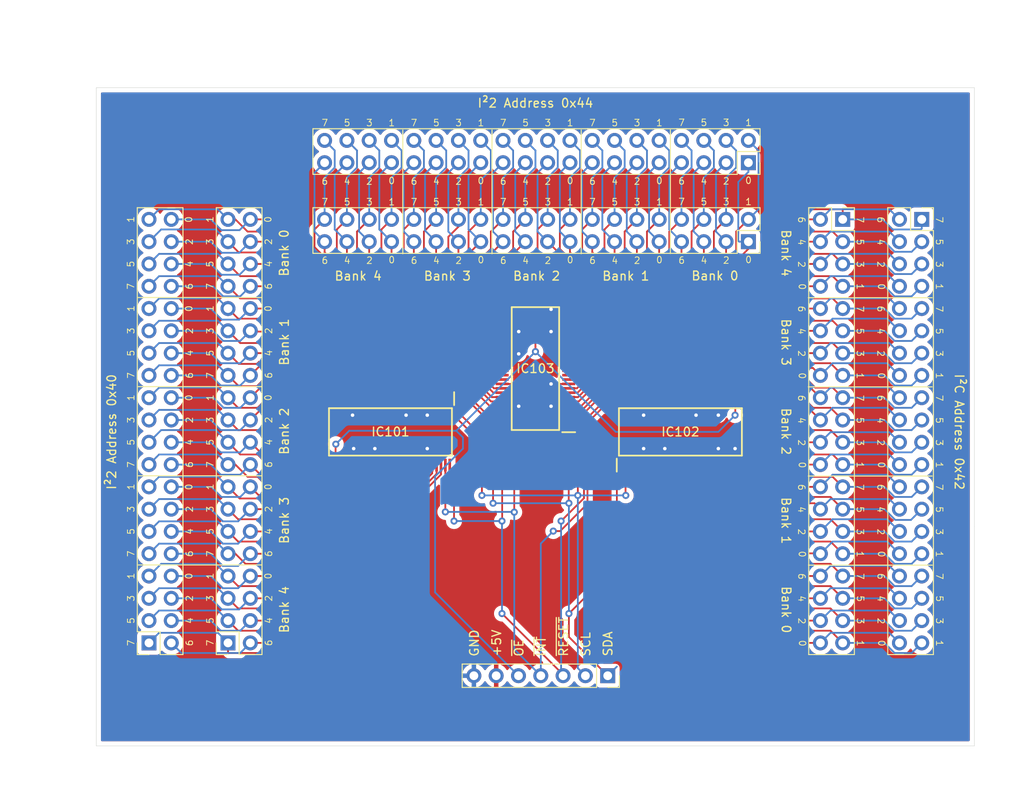
<source format=kicad_pcb>
(kicad_pcb (version 20171130) (host pcbnew "(5.1.4)-1")
  (layers (0 F.Cu signal) (31 B.Cu signal) (34 B.Paste user) (35 F.Paste user) (36 B.SilkS user) (37 F.SilkS user) (38 B.Mask user) (39 F.Mask user) (44 Edge.Cuts user))
  (net 0 "")
  (net 1 /~RESET)
  (net 2 /~INT)
  (net 3 /IO_04_7)
  (net 4 /IO_04_6)
  (net 5 /IO_04_5)
  (net 6 GND)
  (net 7 /IO_04_4)
  (net 8 /IO_04_3)
  (net 9 /IO_04_2)
  (net 10 /IO_04_1)
  (net 11 VCC)
  (net 12 /IO_04_0)
  (net 13 /IO_03_7)
  (net 14 /IO_03_6)
  (net 15 /IO_03_5)
  (net 16 /IO_03_4)
  (net 17 /IO_03_3)
  (net 18 /IO_03_2)
  (net 19 /IO_03_1)
  (net 20 /IO_03_0)
  (net 21 /IO_02_7)
  (net 22 /IO_02_6)
  (net 23 /IO_02_5)
  (net 24 /IO_02_4)
  (net 25 /~OE)
  (net 26 /IO_02_3)
  (net 27 /IO_02_2)
  (net 28 /IO_02_1)
  (net 29 /IO_02_0)
  (net 30 /IO_01_7)
  (net 31 /IO_01_6)
  (net 32 /IO_01_5)
  (net 33 /IO_01_4)
  (net 34 /IO_01_3)
  (net 35 /IO_01_2)
  (net 36 /IO_01_1)
  (net 37 /IO_01_0)
  (net 38 /IO_00_7)
  (net 39 /IO_00_6)
  (net 40 /IO_00_5)
  (net 41 /IO_00_4)
  (net 42 /IO_00_3)
  (net 43 /IO_00_2)
  (net 44 /IO_00_1)
  (net 45 /IO_00_0)
  (net 46 /SCL)
  (net 47 /SDA)
  (net 48 /IO_14_7)
  (net 49 /IO_14_6)
  (net 50 /IO_14_5)
  (net 51 /IO_14_4)
  (net 52 /IO_14_3)
  (net 53 /IO_14_2)
  (net 54 /IO_14_1)
  (net 55 /IO_14_0)
  (net 56 /IO_13_7)
  (net 57 /IO_13_6)
  (net 58 /IO_13_5)
  (net 59 /IO_13_4)
  (net 60 /IO_13_3)
  (net 61 /IO_13_2)
  (net 62 /IO_13_1)
  (net 63 /IO_13_0)
  (net 64 /IO_12_7)
  (net 65 /IO_12_6)
  (net 66 /IO_12_5)
  (net 67 /IO_12_4)
  (net 68 /IO_12_3)
  (net 69 /IO_12_2)
  (net 70 /IO_12_1)
  (net 71 /IO_12_0)
  (net 72 /IO_11_7)
  (net 73 /IO_11_6)
  (net 74 /IO_11_5)
  (net 75 /IO_11_4)
  (net 76 /IO_11_3)
  (net 77 /IO_11_2)
  (net 78 /IO_11_1)
  (net 79 /IO_11_0)
  (net 80 /IO_10_7)
  (net 81 /IO_10_6)
  (net 82 /IO_10_5)
  (net 83 /IO_10_4)
  (net 84 /IO_10_3)
  (net 85 /IO_10_2)
  (net 86 /IO_10_1)
  (net 87 /IO_10_0)
  (net 88 /IO_24_7)
  (net 89 /IO_24_6)
  (net 90 /IO_24_5)
  (net 91 /IO_24_4)
  (net 92 /IO_24_3)
  (net 93 /IO_24_2)
  (net 94 /IO_24_1)
  (net 95 /IO_24_0)
  (net 96 /IO_23_7)
  (net 97 /IO_23_6)
  (net 98 /IO_23_5)
  (net 99 /IO_23_4)
  (net 100 /IO_23_3)
  (net 101 /IO_23_2)
  (net 102 /IO_23_1)
  (net 103 /IO_23_0)
  (net 104 /IO_22_7)
  (net 105 /IO_22_6)
  (net 106 /IO_22_5)
  (net 107 /IO_22_4)
  (net 108 /IO_22_3)
  (net 109 /IO_22_2)
  (net 110 /IO_22_1)
  (net 111 /IO_22_0)
  (net 112 /IO_21_7)
  (net 113 /IO_21_6)
  (net 114 /IO_21_5)
  (net 115 /IO_21_4)
  (net 116 /IO_21_3)
  (net 117 /IO_21_2)
  (net 118 /IO_21_1)
  (net 119 /IO_21_0)
  (net 120 /IO_20_7)
  (net 121 /IO_20_6)
  (net 122 /IO_20_5)
  (net 123 /IO_20_4)
  (net 124 /IO_20_3)
  (net 125 /IO_20_2)
  (net 126 /IO_20_1)
  (net 127 /IO_20_0)
  (module Connector_PinSocket_2.54mm:PinSocket_2x20_P2.54mm_Vertical (layer F.Cu) (at 104.26 38.54 270)
    (fp_text reference J107 hide)
    (fp_text value Conn_01x40_Female)
    (pad 40 thru_hole oval (at -2.54 48.26 270) (size 1.7 1.7) (drill 1) (layers *.Cu *.Mask) (net 88 /IO_24_7))
    (pad 39 thru_hole oval (at 0 48.26 270) (size 1.7 1.7) (drill 1) (layers *.Cu *.Mask) (net 89 /IO_24_6))
    (pad 38 thru_hole oval (at -2.54 45.72 270) (size 1.7 1.7) (drill 1) (layers *.Cu *.Mask) (net 90 /IO_24_5))
    (pad 37 thru_hole oval (at 0 45.72 270) (size 1.7 1.7) (drill 1) (layers *.Cu *.Mask) (net 91 /IO_24_4))
    (pad 36 thru_hole oval (at -2.54 43.18 270) (size 1.7 1.7) (drill 1) (layers *.Cu *.Mask) (net 92 /IO_24_3))
    (pad 35 thru_hole oval (at 0 43.18 270) (size 1.7 1.7) (drill 1) (layers *.Cu *.Mask) (net 93 /IO_24_2))
    (pad 34 thru_hole oval (at -2.54 40.64 270) (size 1.7 1.7) (drill 1) (layers *.Cu *.Mask) (net 94 /IO_24_1))
    (pad 33 thru_hole oval (at 0 40.64 270) (size 1.7 1.7) (drill 1) (layers *.Cu *.Mask) (net 95 /IO_24_0))
    (pad 32 thru_hole oval (at -2.54 38.1 270) (size 1.7 1.7) (drill 1) (layers *.Cu *.Mask) (net 96 /IO_23_7))
    (pad 31 thru_hole oval (at 0 38.1 270) (size 1.7 1.7) (drill 1) (layers *.Cu *.Mask) (net 97 /IO_23_6))
    (pad 30 thru_hole oval (at -2.54 35.56 270) (size 1.7 1.7) (drill 1) (layers *.Cu *.Mask) (net 98 /IO_23_5))
    (pad 29 thru_hole oval (at 0 35.56 270) (size 1.7 1.7) (drill 1) (layers *.Cu *.Mask) (net 99 /IO_23_4))
    (pad 28 thru_hole oval (at -2.54 33.02 270) (size 1.7 1.7) (drill 1) (layers *.Cu *.Mask) (net 100 /IO_23_3))
    (pad 27 thru_hole oval (at 0 33.02 270) (size 1.7 1.7) (drill 1) (layers *.Cu *.Mask) (net 101 /IO_23_2))
    (pad 26 thru_hole oval (at -2.54 30.48 270) (size 1.7 1.7) (drill 1) (layers *.Cu *.Mask) (net 102 /IO_23_1))
    (pad 25 thru_hole oval (at 0 30.48 270) (size 1.7 1.7) (drill 1) (layers *.Cu *.Mask) (net 103 /IO_23_0))
    (pad 24 thru_hole oval (at -2.54 27.94 270) (size 1.7 1.7) (drill 1) (layers *.Cu *.Mask) (net 104 /IO_22_7))
    (pad 23 thru_hole oval (at 0 27.94 270) (size 1.7 1.7) (drill 1) (layers *.Cu *.Mask) (net 105 /IO_22_6))
    (pad 22 thru_hole oval (at -2.54 25.4 270) (size 1.7 1.7) (drill 1) (layers *.Cu *.Mask) (net 106 /IO_22_5))
    (pad 21 thru_hole oval (at 0 25.4 270) (size 1.7 1.7) (drill 1) (layers *.Cu *.Mask) (net 107 /IO_22_4))
    (pad 20 thru_hole oval (at -2.54 22.86 270) (size 1.7 1.7) (drill 1) (layers *.Cu *.Mask) (net 108 /IO_22_3))
    (pad 19 thru_hole oval (at 0 22.86 270) (size 1.7 1.7) (drill 1) (layers *.Cu *.Mask) (net 109 /IO_22_2))
    (pad 18 thru_hole oval (at -2.54 20.32 270) (size 1.7 1.7) (drill 1) (layers *.Cu *.Mask) (net 110 /IO_22_1))
    (pad 17 thru_hole oval (at 0 20.32 270) (size 1.7 1.7) (drill 1) (layers *.Cu *.Mask) (net 111 /IO_22_0))
    (pad 16 thru_hole oval (at -2.54 17.78 270) (size 1.7 1.7) (drill 1) (layers *.Cu *.Mask) (net 112 /IO_21_7))
    (pad 15 thru_hole oval (at 0 17.78 270) (size 1.7 1.7) (drill 1) (layers *.Cu *.Mask) (net 113 /IO_21_6))
    (pad 14 thru_hole oval (at -2.54 15.24 270) (size 1.7 1.7) (drill 1) (layers *.Cu *.Mask) (net 114 /IO_21_5))
    (pad 13 thru_hole oval (at 0 15.24 270) (size 1.7 1.7) (drill 1) (layers *.Cu *.Mask) (net 115 /IO_21_4))
    (pad 12 thru_hole oval (at -2.54 12.7 270) (size 1.7 1.7) (drill 1) (layers *.Cu *.Mask) (net 116 /IO_21_3))
    (pad 11 thru_hole oval (at 0 12.7 270) (size 1.7 1.7) (drill 1) (layers *.Cu *.Mask) (net 117 /IO_21_2))
    (pad 10 thru_hole oval (at -2.54 10.16 270) (size 1.7 1.7) (drill 1) (layers *.Cu *.Mask) (net 118 /IO_21_1))
    (pad 9 thru_hole oval (at 0 10.16 270) (size 1.7 1.7) (drill 1) (layers *.Cu *.Mask) (net 119 /IO_21_0))
    (pad 8 thru_hole oval (at -2.54 7.62 270) (size 1.7 1.7) (drill 1) (layers *.Cu *.Mask) (net 120 /IO_20_7))
    (pad 7 thru_hole oval (at 0 7.62 270) (size 1.7 1.7) (drill 1) (layers *.Cu *.Mask) (net 121 /IO_20_6))
    (pad 6 thru_hole oval (at -2.54 5.08 270) (size 1.7 1.7) (drill 1) (layers *.Cu *.Mask) (net 122 /IO_20_5))
    (pad 5 thru_hole oval (at 0 5.08 270) (size 1.7 1.7) (drill 1) (layers *.Cu *.Mask) (net 123 /IO_20_4))
    (pad 4 thru_hole oval (at -2.54 2.54 270) (size 1.7 1.7) (drill 1) (layers *.Cu *.Mask) (net 124 /IO_20_3))
    (pad 3 thru_hole oval (at 0 2.54 270) (size 1.7 1.7) (drill 1) (layers *.Cu *.Mask) (net 125 /IO_20_2))
    (pad 2 thru_hole oval (at -2.54 0 270) (size 1.7 1.7) (drill 1) (layers *.Cu *.Mask) (net 126 /IO_20_1))
    (pad 1 thru_hole rect (at 0 0 270) (size 1.7 1.7) (drill 1) (layers *.Cu *.Mask) (net 127 /IO_20_0))
  )
  (module Connector_PinSocket_2.54mm:PinSocket_2x20_P2.54mm_Vertical (layer F.Cu) (at 124 45)
    (fp_text reference J106 hide)
    (fp_text value Conn_01x40_Female)
    (pad 40 thru_hole oval (at -2.54 48.26) (size 1.7 1.7) (drill 1) (layers *.Cu *.Mask) (net 87 /IO_10_0))
    (pad 39 thru_hole oval (at 0 48.26) (size 1.7 1.7) (drill 1) (layers *.Cu *.Mask) (net 86 /IO_10_1))
    (pad 38 thru_hole oval (at -2.54 45.72) (size 1.7 1.7) (drill 1) (layers *.Cu *.Mask) (net 85 /IO_10_2))
    (pad 37 thru_hole oval (at 0 45.72) (size 1.7 1.7) (drill 1) (layers *.Cu *.Mask) (net 84 /IO_10_3))
    (pad 36 thru_hole oval (at -2.54 43.18) (size 1.7 1.7) (drill 1) (layers *.Cu *.Mask) (net 83 /IO_10_4))
    (pad 35 thru_hole oval (at 0 43.18) (size 1.7 1.7) (drill 1) (layers *.Cu *.Mask) (net 82 /IO_10_5))
    (pad 34 thru_hole oval (at -2.54 40.64) (size 1.7 1.7) (drill 1) (layers *.Cu *.Mask) (net 81 /IO_10_6))
    (pad 33 thru_hole oval (at 0 40.64) (size 1.7 1.7) (drill 1) (layers *.Cu *.Mask) (net 80 /IO_10_7))
    (pad 32 thru_hole oval (at -2.54 38.1) (size 1.7 1.7) (drill 1) (layers *.Cu *.Mask) (net 79 /IO_11_0))
    (pad 31 thru_hole oval (at 0 38.1) (size 1.7 1.7) (drill 1) (layers *.Cu *.Mask) (net 78 /IO_11_1))
    (pad 30 thru_hole oval (at -2.54 35.56) (size 1.7 1.7) (drill 1) (layers *.Cu *.Mask) (net 77 /IO_11_2))
    (pad 29 thru_hole oval (at 0 35.56) (size 1.7 1.7) (drill 1) (layers *.Cu *.Mask) (net 76 /IO_11_3))
    (pad 28 thru_hole oval (at -2.54 33.02) (size 1.7 1.7) (drill 1) (layers *.Cu *.Mask) (net 75 /IO_11_4))
    (pad 27 thru_hole oval (at 0 33.02) (size 1.7 1.7) (drill 1) (layers *.Cu *.Mask) (net 74 /IO_11_5))
    (pad 26 thru_hole oval (at -2.54 30.48) (size 1.7 1.7) (drill 1) (layers *.Cu *.Mask) (net 73 /IO_11_6))
    (pad 25 thru_hole oval (at 0 30.48) (size 1.7 1.7) (drill 1) (layers *.Cu *.Mask) (net 72 /IO_11_7))
    (pad 24 thru_hole oval (at -2.54 27.94) (size 1.7 1.7) (drill 1) (layers *.Cu *.Mask) (net 71 /IO_12_0))
    (pad 23 thru_hole oval (at 0 27.94) (size 1.7 1.7) (drill 1) (layers *.Cu *.Mask) (net 70 /IO_12_1))
    (pad 22 thru_hole oval (at -2.54 25.4) (size 1.7 1.7) (drill 1) (layers *.Cu *.Mask) (net 69 /IO_12_2))
    (pad 21 thru_hole oval (at 0 25.4) (size 1.7 1.7) (drill 1) (layers *.Cu *.Mask) (net 68 /IO_12_3))
    (pad 20 thru_hole oval (at -2.54 22.86) (size 1.7 1.7) (drill 1) (layers *.Cu *.Mask) (net 67 /IO_12_4))
    (pad 19 thru_hole oval (at 0 22.86) (size 1.7 1.7) (drill 1) (layers *.Cu *.Mask) (net 66 /IO_12_5))
    (pad 18 thru_hole oval (at -2.54 20.32) (size 1.7 1.7) (drill 1) (layers *.Cu *.Mask) (net 65 /IO_12_6))
    (pad 17 thru_hole oval (at 0 20.32) (size 1.7 1.7) (drill 1) (layers *.Cu *.Mask) (net 64 /IO_12_7))
    (pad 16 thru_hole oval (at -2.54 17.78) (size 1.7 1.7) (drill 1) (layers *.Cu *.Mask) (net 63 /IO_13_0))
    (pad 15 thru_hole oval (at 0 17.78) (size 1.7 1.7) (drill 1) (layers *.Cu *.Mask) (net 62 /IO_13_1))
    (pad 14 thru_hole oval (at -2.54 15.24) (size 1.7 1.7) (drill 1) (layers *.Cu *.Mask) (net 61 /IO_13_2))
    (pad 13 thru_hole oval (at 0 15.24) (size 1.7 1.7) (drill 1) (layers *.Cu *.Mask) (net 60 /IO_13_3))
    (pad 12 thru_hole oval (at -2.54 12.7) (size 1.7 1.7) (drill 1) (layers *.Cu *.Mask) (net 59 /IO_13_4))
    (pad 11 thru_hole oval (at 0 12.7) (size 1.7 1.7) (drill 1) (layers *.Cu *.Mask) (net 58 /IO_13_5))
    (pad 10 thru_hole oval (at -2.54 10.16) (size 1.7 1.7) (drill 1) (layers *.Cu *.Mask) (net 57 /IO_13_6))
    (pad 9 thru_hole oval (at 0 10.16) (size 1.7 1.7) (drill 1) (layers *.Cu *.Mask) (net 56 /IO_13_7))
    (pad 8 thru_hole oval (at -2.54 7.62) (size 1.7 1.7) (drill 1) (layers *.Cu *.Mask) (net 55 /IO_14_0))
    (pad 7 thru_hole oval (at 0 7.62) (size 1.7 1.7) (drill 1) (layers *.Cu *.Mask) (net 54 /IO_14_1))
    (pad 6 thru_hole oval (at -2.54 5.08) (size 1.7 1.7) (drill 1) (layers *.Cu *.Mask) (net 53 /IO_14_2))
    (pad 5 thru_hole oval (at 0 5.08) (size 1.7 1.7) (drill 1) (layers *.Cu *.Mask) (net 52 /IO_14_3))
    (pad 4 thru_hole oval (at -2.54 2.54) (size 1.7 1.7) (drill 1) (layers *.Cu *.Mask) (net 51 /IO_14_4))
    (pad 3 thru_hole oval (at 0 2.54) (size 1.7 1.7) (drill 1) (layers *.Cu *.Mask) (net 50 /IO_14_5))
    (pad 2 thru_hole oval (at -2.54 0) (size 1.7 1.7) (drill 1) (layers *.Cu *.Mask) (net 49 /IO_14_6))
    (pad 1 thru_hole rect (at 0 0) (size 1.7 1.7) (drill 1) (layers *.Cu *.Mask) (net 48 /IO_14_7))
  )
  (module Connector_PinSocket_2.54mm:PinSocket_2x20_P2.54mm_Vertical (layer F.Cu) (at 36 93.26 180)
    (fp_text reference J105 hide)
    (fp_text value Conn_01x40_Female)
    (pad 40 thru_hole oval (at -2.54 48.26 180) (size 1.7 1.7) (drill 1) (layers *.Cu *.Mask) (net 45 /IO_00_0))
    (pad 39 thru_hole oval (at 0 48.26 180) (size 1.7 1.7) (drill 1) (layers *.Cu *.Mask) (net 44 /IO_00_1))
    (pad 38 thru_hole oval (at -2.54 45.72 180) (size 1.7 1.7) (drill 1) (layers *.Cu *.Mask) (net 43 /IO_00_2))
    (pad 37 thru_hole oval (at 0 45.72 180) (size 1.7 1.7) (drill 1) (layers *.Cu *.Mask) (net 42 /IO_00_3))
    (pad 36 thru_hole oval (at -2.54 43.18 180) (size 1.7 1.7) (drill 1) (layers *.Cu *.Mask) (net 41 /IO_00_4))
    (pad 35 thru_hole oval (at 0 43.18 180) (size 1.7 1.7) (drill 1) (layers *.Cu *.Mask) (net 40 /IO_00_5))
    (pad 34 thru_hole oval (at -2.54 40.64 180) (size 1.7 1.7) (drill 1) (layers *.Cu *.Mask) (net 39 /IO_00_6))
    (pad 33 thru_hole oval (at 0 40.64 180) (size 1.7 1.7) (drill 1) (layers *.Cu *.Mask) (net 38 /IO_00_7))
    (pad 32 thru_hole oval (at -2.54 38.1 180) (size 1.7 1.7) (drill 1) (layers *.Cu *.Mask) (net 37 /IO_01_0))
    (pad 31 thru_hole oval (at 0 38.1 180) (size 1.7 1.7) (drill 1) (layers *.Cu *.Mask) (net 36 /IO_01_1))
    (pad 30 thru_hole oval (at -2.54 35.56 180) (size 1.7 1.7) (drill 1) (layers *.Cu *.Mask) (net 35 /IO_01_2))
    (pad 29 thru_hole oval (at 0 35.56 180) (size 1.7 1.7) (drill 1) (layers *.Cu *.Mask) (net 34 /IO_01_3))
    (pad 28 thru_hole oval (at -2.54 33.02 180) (size 1.7 1.7) (drill 1) (layers *.Cu *.Mask) (net 33 /IO_01_4))
    (pad 27 thru_hole oval (at 0 33.02 180) (size 1.7 1.7) (drill 1) (layers *.Cu *.Mask) (net 32 /IO_01_5))
    (pad 26 thru_hole oval (at -2.54 30.48 180) (size 1.7 1.7) (drill 1) (layers *.Cu *.Mask) (net 31 /IO_01_6))
    (pad 25 thru_hole oval (at 0 30.48 180) (size 1.7 1.7) (drill 1) (layers *.Cu *.Mask) (net 30 /IO_01_7))
    (pad 24 thru_hole oval (at -2.54 27.94 180) (size 1.7 1.7) (drill 1) (layers *.Cu *.Mask) (net 29 /IO_02_0))
    (pad 23 thru_hole oval (at 0 27.94 180) (size 1.7 1.7) (drill 1) (layers *.Cu *.Mask) (net 28 /IO_02_1))
    (pad 22 thru_hole oval (at -2.54 25.4 180) (size 1.7 1.7) (drill 1) (layers *.Cu *.Mask) (net 27 /IO_02_2))
    (pad 21 thru_hole oval (at 0 25.4 180) (size 1.7 1.7) (drill 1) (layers *.Cu *.Mask) (net 26 /IO_02_3))
    (pad 20 thru_hole oval (at -2.54 22.86 180) (size 1.7 1.7) (drill 1) (layers *.Cu *.Mask) (net 24 /IO_02_4))
    (pad 19 thru_hole oval (at 0 22.86 180) (size 1.7 1.7) (drill 1) (layers *.Cu *.Mask) (net 23 /IO_02_5))
    (pad 18 thru_hole oval (at -2.54 20.32 180) (size 1.7 1.7) (drill 1) (layers *.Cu *.Mask) (net 22 /IO_02_6))
    (pad 17 thru_hole oval (at 0 20.32 180) (size 1.7 1.7) (drill 1) (layers *.Cu *.Mask) (net 21 /IO_02_7))
    (pad 16 thru_hole oval (at -2.54 17.78 180) (size 1.7 1.7) (drill 1) (layers *.Cu *.Mask) (net 20 /IO_03_0))
    (pad 15 thru_hole oval (at 0 17.78 180) (size 1.7 1.7) (drill 1) (layers *.Cu *.Mask) (net 19 /IO_03_1))
    (pad 14 thru_hole oval (at -2.54 15.24 180) (size 1.7 1.7) (drill 1) (layers *.Cu *.Mask) (net 18 /IO_03_2))
    (pad 13 thru_hole oval (at 0 15.24 180) (size 1.7 1.7) (drill 1) (layers *.Cu *.Mask) (net 17 /IO_03_3))
    (pad 12 thru_hole oval (at -2.54 12.7 180) (size 1.7 1.7) (drill 1) (layers *.Cu *.Mask) (net 16 /IO_03_4))
    (pad 11 thru_hole oval (at 0 12.7 180) (size 1.7 1.7) (drill 1) (layers *.Cu *.Mask) (net 15 /IO_03_5))
    (pad 10 thru_hole oval (at -2.54 10.16 180) (size 1.7 1.7) (drill 1) (layers *.Cu *.Mask) (net 14 /IO_03_6))
    (pad 9 thru_hole oval (at 0 10.16 180) (size 1.7 1.7) (drill 1) (layers *.Cu *.Mask) (net 13 /IO_03_7))
    (pad 8 thru_hole oval (at -2.54 7.62 180) (size 1.7 1.7) (drill 1) (layers *.Cu *.Mask) (net 12 /IO_04_0))
    (pad 7 thru_hole oval (at 0 7.62 180) (size 1.7 1.7) (drill 1) (layers *.Cu *.Mask) (net 10 /IO_04_1))
    (pad 6 thru_hole oval (at -2.54 5.08 180) (size 1.7 1.7) (drill 1) (layers *.Cu *.Mask) (net 9 /IO_04_2))
    (pad 5 thru_hole oval (at 0 5.08 180) (size 1.7 1.7) (drill 1) (layers *.Cu *.Mask) (net 8 /IO_04_3))
    (pad 4 thru_hole oval (at -2.54 2.54 180) (size 1.7 1.7) (drill 1) (layers *.Cu *.Mask) (net 7 /IO_04_4))
    (pad 3 thru_hole oval (at 0 2.54 180) (size 1.7 1.7) (drill 1) (layers *.Cu *.Mask) (net 5 /IO_04_5))
    (pad 2 thru_hole oval (at -2.54 0 180) (size 1.7 1.7) (drill 1) (layers *.Cu *.Mask) (net 4 /IO_04_6))
    (pad 1 thru_hole rect (at 0 0 180) (size 1.7 1.7) (drill 1) (layers *.Cu *.Mask) (net 3 /IO_04_7))
  )
  (module Connector_PinSocket_2.54mm:PinSocket_1x07_P2.54mm_Vertical (layer F.Cu) (at 88.24 97 270)
    (fp_text reference J104 hide)
    (fp_text value Conn_01x07_Female)
    (pad 7 thru_hole oval (at 0 15.24 270) (size 1.7 1.7) (drill 1) (layers *.Cu *.Mask) (net 6 GND))
    (pad 6 thru_hole oval (at 0 12.7 270) (size 1.7 1.7) (drill 1) (layers *.Cu *.Mask) (net 11 VCC))
    (pad 5 thru_hole oval (at 0 10.16 270) (size 1.7 1.7) (drill 1) (layers *.Cu *.Mask) (net 25 /~OE))
    (pad 4 thru_hole oval (at 0 7.62 270) (size 1.7 1.7) (drill 1) (layers *.Cu *.Mask) (net 2 /~INT))
    (pad 3 thru_hole oval (at 0 5.08 270) (size 1.7 1.7) (drill 1) (layers *.Cu *.Mask) (net 1 /~RESET))
    (pad 2 thru_hole oval (at 0 2.54 270) (size 1.7 1.7) (drill 1) (layers *.Cu *.Mask) (net 46 /SCL))
    (pad 1 thru_hole rect (at 0 0 270) (size 1.7 1.7) (drill 1) (layers *.Cu *.Mask) (net 47 /SDA))
  )
  (module SamacSys_Parts:SOP50P810X120-56N (layer F.Cu) (at 80.01 62 180)
    (fp_text reference IC103 (at 0 0) (layer F.SilkS))
    (fp_text value PCA9698DGG,518 hide)
    (pad 56 smd rect (at 3.788 -6.75 270) (size 0.3 1.475) (layers F.Cu F.Paste F.Mask) (net 1 /~RESET))
    (pad 55 smd rect (at 3.788 -6.25 270) (size 0.3 1.475) (layers F.Cu F.Paste F.Mask) (net 2 /~INT))
    (pad 54 smd rect (at 3.788 -5.75 270) (size 0.3 1.475) (layers F.Cu F.Paste F.Mask) (net 88 /IO_24_7))
    (pad 53 smd rect (at 3.788 -5.25 270) (size 0.3 1.475) (layers F.Cu F.Paste F.Mask) (net 89 /IO_24_6))
    (pad 52 smd rect (at 3.788 -4.75 270) (size 0.3 1.475) (layers F.Cu F.Paste F.Mask) (net 90 /IO_24_5))
    (pad 51 smd rect (at 3.788 -4.25 270) (size 0.3 1.475) (layers F.Cu F.Paste F.Mask) (net 6 GND))
    (pad 50 smd rect (at 3.788 -3.75 270) (size 0.3 1.475) (layers F.Cu F.Paste F.Mask) (net 91 /IO_24_4))
    (pad 49 smd rect (at 3.788 -3.25 270) (size 0.3 1.475) (layers F.Cu F.Paste F.Mask) (net 92 /IO_24_3))
    (pad 48 smd rect (at 3.788 -2.75 270) (size 0.3 1.475) (layers F.Cu F.Paste F.Mask) (net 93 /IO_24_2))
    (pad 47 smd rect (at 3.788 -2.25 270) (size 0.3 1.475) (layers F.Cu F.Paste F.Mask) (net 94 /IO_24_1))
    (pad 46 smd rect (at 3.788 -1.75 270) (size 0.3 1.475) (layers F.Cu F.Paste F.Mask) (net 11 VCC))
    (pad 45 smd rect (at 3.788 -1.25 270) (size 0.3 1.475) (layers F.Cu F.Paste F.Mask) (net 95 /IO_24_0))
    (pad 44 smd rect (at 3.788 -0.75 270) (size 0.3 1.475) (layers F.Cu F.Paste F.Mask) (net 96 /IO_23_7))
    (pad 43 smd rect (at 3.788 -0.25 270) (size 0.3 1.475) (layers F.Cu F.Paste F.Mask) (net 97 /IO_23_6))
    (pad 42 smd rect (at 3.788 0.25 270) (size 0.3 1.475) (layers F.Cu F.Paste F.Mask) (net 98 /IO_23_5))
    (pad 41 smd rect (at 3.788 0.75 270) (size 0.3 1.475) (layers F.Cu F.Paste F.Mask) (net 99 /IO_23_4))
    (pad 40 smd rect (at 3.788 1.25 270) (size 0.3 1.475) (layers F.Cu F.Paste F.Mask) (net 100 /IO_23_3))
    (pad 39 smd rect (at 3.788 1.75 270) (size 0.3 1.475) (layers F.Cu F.Paste F.Mask) (net 6 GND))
    (pad 38 smd rect (at 3.788 2.25 270) (size 0.3 1.475) (layers F.Cu F.Paste F.Mask) (net 101 /IO_23_2))
    (pad 37 smd rect (at 3.788 2.75 270) (size 0.3 1.475) (layers F.Cu F.Paste F.Mask) (net 102 /IO_23_1))
    (pad 36 smd rect (at 3.788 3.25 270) (size 0.3 1.475) (layers F.Cu F.Paste F.Mask) (net 103 /IO_23_0))
    (pad 35 smd rect (at 3.788 3.75 270) (size 0.3 1.475) (layers F.Cu F.Paste F.Mask) (net 104 /IO_22_7))
    (pad 34 smd rect (at 3.788 4.25 270) (size 0.3 1.475) (layers F.Cu F.Paste F.Mask) (net 6 GND))
    (pad 33 smd rect (at 3.788 4.75 270) (size 0.3 1.475) (layers F.Cu F.Paste F.Mask) (net 105 /IO_22_6))
    (pad 32 smd rect (at 3.788 5.25 270) (size 0.3 1.475) (layers F.Cu F.Paste F.Mask) (net 106 /IO_22_5))
    (pad 31 smd rect (at 3.788 5.75 270) (size 0.3 1.475) (layers F.Cu F.Paste F.Mask) (net 107 /IO_22_4))
    (pad 30 smd rect (at 3.788 6.25 270) (size 0.3 1.475) (layers F.Cu F.Paste F.Mask) (net 25 /~OE))
    (pad 29 smd rect (at 3.788 6.75 270) (size 0.3 1.475) (layers F.Cu F.Paste F.Mask) (net 11 VCC))
    (pad 28 smd rect (at -3.788 6.75 270) (size 0.3 1.475) (layers F.Cu F.Paste F.Mask) (net 6 GND))
    (pad 27 smd rect (at -3.788 6.25 270) (size 0.3 1.475) (layers F.Cu F.Paste F.Mask) (net 11 VCC))
    (pad 26 smd rect (at -3.788 5.75 270) (size 0.3 1.475) (layers F.Cu F.Paste F.Mask) (net 108 /IO_22_3))
    (pad 25 smd rect (at -3.788 5.25 270) (size 0.3 1.475) (layers F.Cu F.Paste F.Mask) (net 109 /IO_22_2))
    (pad 24 smd rect (at -3.788 4.75 270) (size 0.3 1.475) (layers F.Cu F.Paste F.Mask) (net 110 /IO_22_1))
    (pad 23 smd rect (at -3.788 4.25 270) (size 0.3 1.475) (layers F.Cu F.Paste F.Mask) (net 6 GND))
    (pad 22 smd rect (at -3.788 3.75 270) (size 0.3 1.475) (layers F.Cu F.Paste F.Mask) (net 111 /IO_22_0))
    (pad 21 smd rect (at -3.788 3.25 270) (size 0.3 1.475) (layers F.Cu F.Paste F.Mask) (net 112 /IO_21_7))
    (pad 20 smd rect (at -3.788 2.75 270) (size 0.3 1.475) (layers F.Cu F.Paste F.Mask) (net 113 /IO_21_6))
    (pad 19 smd rect (at -3.788 2.25 270) (size 0.3 1.475) (layers F.Cu F.Paste F.Mask) (net 114 /IO_21_5))
    (pad 18 smd rect (at -3.788 1.75 270) (size 0.3 1.475) (layers F.Cu F.Paste F.Mask) (net 11 VCC))
    (pad 17 smd rect (at -3.788 1.25 270) (size 0.3 1.475) (layers F.Cu F.Paste F.Mask) (net 115 /IO_21_4))
    (pad 16 smd rect (at -3.788 0.75 270) (size 0.3 1.475) (layers F.Cu F.Paste F.Mask) (net 116 /IO_21_3))
    (pad 15 smd rect (at -3.788 0.25 270) (size 0.3 1.475) (layers F.Cu F.Paste F.Mask) (net 117 /IO_21_2))
    (pad 14 smd rect (at -3.788 -0.25 270) (size 0.3 1.475) (layers F.Cu F.Paste F.Mask) (net 118 /IO_21_1))
    (pad 13 smd rect (at -3.788 -0.75 270) (size 0.3 1.475) (layers F.Cu F.Paste F.Mask) (net 119 /IO_21_0))
    (pad 12 smd rect (at -3.788 -1.25 270) (size 0.3 1.475) (layers F.Cu F.Paste F.Mask) (net 120 /IO_20_7))
    (pad 11 smd rect (at -3.788 -1.75 270) (size 0.3 1.475) (layers F.Cu F.Paste F.Mask) (net 6 GND))
    (pad 10 smd rect (at -3.788 -2.25 270) (size 0.3 1.475) (layers F.Cu F.Paste F.Mask) (net 121 /IO_20_6))
    (pad 9 smd rect (at -3.788 -2.75 270) (size 0.3 1.475) (layers F.Cu F.Paste F.Mask) (net 122 /IO_20_5))
    (pad 8 smd rect (at -3.788 -3.25 270) (size 0.3 1.475) (layers F.Cu F.Paste F.Mask) (net 123 /IO_20_4))
    (pad 7 smd rect (at -3.788 -3.75 270) (size 0.3 1.475) (layers F.Cu F.Paste F.Mask) (net 124 /IO_20_3))
    (pad 6 smd rect (at -3.788 -4.25 270) (size 0.3 1.475) (layers F.Cu F.Paste F.Mask) (net 6 GND))
    (pad 5 smd rect (at -3.788 -4.75 270) (size 0.3 1.475) (layers F.Cu F.Paste F.Mask) (net 125 /IO_20_2))
    (pad 4 smd rect (at -3.788 -5.25 270) (size 0.3 1.475) (layers F.Cu F.Paste F.Mask) (net 126 /IO_20_1))
    (pad 3 smd rect (at -3.788 -5.75 270) (size 0.3 1.475) (layers F.Cu F.Paste F.Mask) (net 127 /IO_20_0))
    (pad 2 smd rect (at -3.788 -6.25 270) (size 0.3 1.475) (layers F.Cu F.Paste F.Mask) (net 46 /SCL))
    (pad 1 smd rect (at -3.788 -6.75 270) (size 0.3 1.475) (layers F.Cu F.Paste F.Mask) (net 47 /SDA))
  )
  (module SamacSys_Parts:SOP50P810X120-56N (layer F.Cu) (at 96.52 69.215 90)
    (fp_text reference IC102 (at 0 0 180) (layer F.SilkS))
    (fp_text value PCA9698DGG,518 hide)
    (pad 56 smd rect (at 3.788 -6.75 180) (size 0.3 1.475) (layers F.Cu F.Paste F.Mask) (net 1 /~RESET))
    (pad 55 smd rect (at 3.788 -6.25 180) (size 0.3 1.475) (layers F.Cu F.Paste F.Mask) (net 2 /~INT))
    (pad 54 smd rect (at 3.788 -5.75 180) (size 0.3 1.475) (layers F.Cu F.Paste F.Mask) (net 48 /IO_14_7))
    (pad 53 smd rect (at 3.788 -5.25 180) (size 0.3 1.475) (layers F.Cu F.Paste F.Mask) (net 49 /IO_14_6))
    (pad 52 smd rect (at 3.788 -4.75 180) (size 0.3 1.475) (layers F.Cu F.Paste F.Mask) (net 50 /IO_14_5))
    (pad 51 smd rect (at 3.788 -4.25 180) (size 0.3 1.475) (layers F.Cu F.Paste F.Mask) (net 6 GND))
    (pad 50 smd rect (at 3.788 -3.75 180) (size 0.3 1.475) (layers F.Cu F.Paste F.Mask) (net 51 /IO_14_4))
    (pad 49 smd rect (at 3.788 -3.25 180) (size 0.3 1.475) (layers F.Cu F.Paste F.Mask) (net 52 /IO_14_3))
    (pad 48 smd rect (at 3.788 -2.75 180) (size 0.3 1.475) (layers F.Cu F.Paste F.Mask) (net 53 /IO_14_2))
    (pad 47 smd rect (at 3.788 -2.25 180) (size 0.3 1.475) (layers F.Cu F.Paste F.Mask) (net 54 /IO_14_1))
    (pad 46 smd rect (at 3.788 -1.75 180) (size 0.3 1.475) (layers F.Cu F.Paste F.Mask) (net 11 VCC))
    (pad 45 smd rect (at 3.788 -1.25 180) (size 0.3 1.475) (layers F.Cu F.Paste F.Mask) (net 55 /IO_14_0))
    (pad 44 smd rect (at 3.788 -0.75 180) (size 0.3 1.475) (layers F.Cu F.Paste F.Mask) (net 56 /IO_13_7))
    (pad 43 smd rect (at 3.788 -0.25 180) (size 0.3 1.475) (layers F.Cu F.Paste F.Mask) (net 57 /IO_13_6))
    (pad 42 smd rect (at 3.788 0.25 180) (size 0.3 1.475) (layers F.Cu F.Paste F.Mask) (net 58 /IO_13_5))
    (pad 41 smd rect (at 3.788 0.75 180) (size 0.3 1.475) (layers F.Cu F.Paste F.Mask) (net 59 /IO_13_4))
    (pad 40 smd rect (at 3.788 1.25 180) (size 0.3 1.475) (layers F.Cu F.Paste F.Mask) (net 60 /IO_13_3))
    (pad 39 smd rect (at 3.788 1.75 180) (size 0.3 1.475) (layers F.Cu F.Paste F.Mask) (net 6 GND))
    (pad 38 smd rect (at 3.788 2.25 180) (size 0.3 1.475) (layers F.Cu F.Paste F.Mask) (net 61 /IO_13_2))
    (pad 37 smd rect (at 3.788 2.75 180) (size 0.3 1.475) (layers F.Cu F.Paste F.Mask) (net 62 /IO_13_1))
    (pad 36 smd rect (at 3.788 3.25 180) (size 0.3 1.475) (layers F.Cu F.Paste F.Mask) (net 63 /IO_13_0))
    (pad 35 smd rect (at 3.788 3.75 180) (size 0.3 1.475) (layers F.Cu F.Paste F.Mask) (net 64 /IO_12_7))
    (pad 34 smd rect (at 3.788 4.25 180) (size 0.3 1.475) (layers F.Cu F.Paste F.Mask) (net 6 GND))
    (pad 33 smd rect (at 3.788 4.75 180) (size 0.3 1.475) (layers F.Cu F.Paste F.Mask) (net 65 /IO_12_6))
    (pad 32 smd rect (at 3.788 5.25 180) (size 0.3 1.475) (layers F.Cu F.Paste F.Mask) (net 66 /IO_12_5))
    (pad 31 smd rect (at 3.788 5.75 180) (size 0.3 1.475) (layers F.Cu F.Paste F.Mask) (net 67 /IO_12_4))
    (pad 30 smd rect (at 3.788 6.25 180) (size 0.3 1.475) (layers F.Cu F.Paste F.Mask) (net 25 /~OE))
    (pad 29 smd rect (at 3.788 6.75 180) (size 0.3 1.475) (layers F.Cu F.Paste F.Mask) (net 11 VCC))
    (pad 28 smd rect (at -3.788 6.75 180) (size 0.3 1.475) (layers F.Cu F.Paste F.Mask) (net 11 VCC))
    (pad 27 smd rect (at -3.788 6.25 180) (size 0.3 1.475) (layers F.Cu F.Paste F.Mask) (net 6 GND))
    (pad 26 smd rect (at -3.788 5.75 180) (size 0.3 1.475) (layers F.Cu F.Paste F.Mask) (net 68 /IO_12_3))
    (pad 25 smd rect (at -3.788 5.25 180) (size 0.3 1.475) (layers F.Cu F.Paste F.Mask) (net 69 /IO_12_2))
    (pad 24 smd rect (at -3.788 4.75 180) (size 0.3 1.475) (layers F.Cu F.Paste F.Mask) (net 70 /IO_12_1))
    (pad 23 smd rect (at -3.788 4.25 180) (size 0.3 1.475) (layers F.Cu F.Paste F.Mask) (net 6 GND))
    (pad 22 smd rect (at -3.788 3.75 180) (size 0.3 1.475) (layers F.Cu F.Paste F.Mask) (net 71 /IO_12_0))
    (pad 21 smd rect (at -3.788 3.25 180) (size 0.3 1.475) (layers F.Cu F.Paste F.Mask) (net 72 /IO_11_7))
    (pad 20 smd rect (at -3.788 2.75 180) (size 0.3 1.475) (layers F.Cu F.Paste F.Mask) (net 73 /IO_11_6))
    (pad 19 smd rect (at -3.788 2.25 180) (size 0.3 1.475) (layers F.Cu F.Paste F.Mask) (net 74 /IO_11_5))
    (pad 18 smd rect (at -3.788 1.75 180) (size 0.3 1.475) (layers F.Cu F.Paste F.Mask) (net 11 VCC))
    (pad 17 smd rect (at -3.788 1.25 180) (size 0.3 1.475) (layers F.Cu F.Paste F.Mask) (net 75 /IO_11_4))
    (pad 16 smd rect (at -3.788 0.75 180) (size 0.3 1.475) (layers F.Cu F.Paste F.Mask) (net 76 /IO_11_3))
    (pad 15 smd rect (at -3.788 0.25 180) (size 0.3 1.475) (layers F.Cu F.Paste F.Mask) (net 77 /IO_11_2))
    (pad 14 smd rect (at -3.788 -0.25 180) (size 0.3 1.475) (layers F.Cu F.Paste F.Mask) (net 78 /IO_11_1))
    (pad 13 smd rect (at -3.788 -0.75 180) (size 0.3 1.475) (layers F.Cu F.Paste F.Mask) (net 79 /IO_11_0))
    (pad 12 smd rect (at -3.788 -1.25 180) (size 0.3 1.475) (layers F.Cu F.Paste F.Mask) (net 80 /IO_10_7))
    (pad 11 smd rect (at -3.788 -1.75 180) (size 0.3 1.475) (layers F.Cu F.Paste F.Mask) (net 6 GND))
    (pad 10 smd rect (at -3.788 -2.25 180) (size 0.3 1.475) (layers F.Cu F.Paste F.Mask) (net 81 /IO_10_6))
    (pad 9 smd rect (at -3.788 -2.75 180) (size 0.3 1.475) (layers F.Cu F.Paste F.Mask) (net 82 /IO_10_5))
    (pad 8 smd rect (at -3.788 -3.25 180) (size 0.3 1.475) (layers F.Cu F.Paste F.Mask) (net 83 /IO_10_4))
    (pad 7 smd rect (at -3.788 -3.75 180) (size 0.3 1.475) (layers F.Cu F.Paste F.Mask) (net 84 /IO_10_3))
    (pad 6 smd rect (at -3.788 -4.25 180) (size 0.3 1.475) (layers F.Cu F.Paste F.Mask) (net 6 GND))
    (pad 5 smd rect (at -3.788 -4.75 180) (size 0.3 1.475) (layers F.Cu F.Paste F.Mask) (net 85 /IO_10_2))
    (pad 4 smd rect (at -3.788 -5.25 180) (size 0.3 1.475) (layers F.Cu F.Paste F.Mask) (net 86 /IO_10_1))
    (pad 3 smd rect (at -3.788 -5.75 180) (size 0.3 1.475) (layers F.Cu F.Paste F.Mask) (net 87 /IO_10_0))
    (pad 2 smd rect (at -3.788 -6.25 180) (size 0.3 1.475) (layers F.Cu F.Paste F.Mask) (net 46 /SCL))
    (pad 1 smd rect (at -3.788 -6.75 180) (size 0.3 1.475) (layers F.Cu F.Paste F.Mask) (net 47 /SDA))
  )
  (module Connector_PinSocket_2.54mm:PinSocket_2x20_P2.54mm_Vertical (layer F.Cu) (at 104.26 47.54 270)
    (fp_text reference J103 hide)
    (fp_text value Conn_01x40_Female)
    (pad 40 thru_hole oval (at -2.54 48.26 270) (size 1.7 1.7) (drill 1) (layers *.Cu *.Mask) (net 88 /IO_24_7))
    (pad 39 thru_hole oval (at 0 48.26 270) (size 1.7 1.7) (drill 1) (layers *.Cu *.Mask) (net 89 /IO_24_6))
    (pad 38 thru_hole oval (at -2.54 45.72 270) (size 1.7 1.7) (drill 1) (layers *.Cu *.Mask) (net 90 /IO_24_5))
    (pad 37 thru_hole oval (at 0 45.72 270) (size 1.7 1.7) (drill 1) (layers *.Cu *.Mask) (net 91 /IO_24_4))
    (pad 36 thru_hole oval (at -2.54 43.18 270) (size 1.7 1.7) (drill 1) (layers *.Cu *.Mask) (net 92 /IO_24_3))
    (pad 35 thru_hole oval (at 0 43.18 270) (size 1.7 1.7) (drill 1) (layers *.Cu *.Mask) (net 93 /IO_24_2))
    (pad 34 thru_hole oval (at -2.54 40.64 270) (size 1.7 1.7) (drill 1) (layers *.Cu *.Mask) (net 94 /IO_24_1))
    (pad 33 thru_hole oval (at 0 40.64 270) (size 1.7 1.7) (drill 1) (layers *.Cu *.Mask) (net 95 /IO_24_0))
    (pad 32 thru_hole oval (at -2.54 38.1 270) (size 1.7 1.7) (drill 1) (layers *.Cu *.Mask) (net 96 /IO_23_7))
    (pad 31 thru_hole oval (at 0 38.1 270) (size 1.7 1.7) (drill 1) (layers *.Cu *.Mask) (net 97 /IO_23_6))
    (pad 30 thru_hole oval (at -2.54 35.56 270) (size 1.7 1.7) (drill 1) (layers *.Cu *.Mask) (net 98 /IO_23_5))
    (pad 29 thru_hole oval (at 0 35.56 270) (size 1.7 1.7) (drill 1) (layers *.Cu *.Mask) (net 99 /IO_23_4))
    (pad 28 thru_hole oval (at -2.54 33.02 270) (size 1.7 1.7) (drill 1) (layers *.Cu *.Mask) (net 100 /IO_23_3))
    (pad 27 thru_hole oval (at 0 33.02 270) (size 1.7 1.7) (drill 1) (layers *.Cu *.Mask) (net 101 /IO_23_2))
    (pad 26 thru_hole oval (at -2.54 30.48 270) (size 1.7 1.7) (drill 1) (layers *.Cu *.Mask) (net 102 /IO_23_1))
    (pad 25 thru_hole oval (at 0 30.48 270) (size 1.7 1.7) (drill 1) (layers *.Cu *.Mask) (net 103 /IO_23_0))
    (pad 24 thru_hole oval (at -2.54 27.94 270) (size 1.7 1.7) (drill 1) (layers *.Cu *.Mask) (net 104 /IO_22_7))
    (pad 23 thru_hole oval (at 0 27.94 270) (size 1.7 1.7) (drill 1) (layers *.Cu *.Mask) (net 105 /IO_22_6))
    (pad 22 thru_hole oval (at -2.54 25.4 270) (size 1.7 1.7) (drill 1) (layers *.Cu *.Mask) (net 106 /IO_22_5))
    (pad 21 thru_hole oval (at 0 25.4 270) (size 1.7 1.7) (drill 1) (layers *.Cu *.Mask) (net 107 /IO_22_4))
    (pad 20 thru_hole oval (at -2.54 22.86 270) (size 1.7 1.7) (drill 1) (layers *.Cu *.Mask) (net 108 /IO_22_3))
    (pad 19 thru_hole oval (at 0 22.86 270) (size 1.7 1.7) (drill 1) (layers *.Cu *.Mask) (net 109 /IO_22_2))
    (pad 18 thru_hole oval (at -2.54 20.32 270) (size 1.7 1.7) (drill 1) (layers *.Cu *.Mask) (net 110 /IO_22_1))
    (pad 17 thru_hole oval (at 0 20.32 270) (size 1.7 1.7) (drill 1) (layers *.Cu *.Mask) (net 111 /IO_22_0))
    (pad 16 thru_hole oval (at -2.54 17.78 270) (size 1.7 1.7) (drill 1) (layers *.Cu *.Mask) (net 112 /IO_21_7))
    (pad 15 thru_hole oval (at 0 17.78 270) (size 1.7 1.7) (drill 1) (layers *.Cu *.Mask) (net 113 /IO_21_6))
    (pad 14 thru_hole oval (at -2.54 15.24 270) (size 1.7 1.7) (drill 1) (layers *.Cu *.Mask) (net 114 /IO_21_5))
    (pad 13 thru_hole oval (at 0 15.24 270) (size 1.7 1.7) (drill 1) (layers *.Cu *.Mask) (net 115 /IO_21_4))
    (pad 12 thru_hole oval (at -2.54 12.7 270) (size 1.7 1.7) (drill 1) (layers *.Cu *.Mask) (net 116 /IO_21_3))
    (pad 11 thru_hole oval (at 0 12.7 270) (size 1.7 1.7) (drill 1) (layers *.Cu *.Mask) (net 117 /IO_21_2))
    (pad 10 thru_hole oval (at -2.54 10.16 270) (size 1.7 1.7) (drill 1) (layers *.Cu *.Mask) (net 118 /IO_21_1))
    (pad 9 thru_hole oval (at 0 10.16 270) (size 1.7 1.7) (drill 1) (layers *.Cu *.Mask) (net 119 /IO_21_0))
    (pad 8 thru_hole oval (at -2.54 7.62 270) (size 1.7 1.7) (drill 1) (layers *.Cu *.Mask) (net 120 /IO_20_7))
    (pad 7 thru_hole oval (at 0 7.62 270) (size 1.7 1.7) (drill 1) (layers *.Cu *.Mask) (net 121 /IO_20_6))
    (pad 6 thru_hole oval (at -2.54 5.08 270) (size 1.7 1.7) (drill 1) (layers *.Cu *.Mask) (net 122 /IO_20_5))
    (pad 5 thru_hole oval (at 0 5.08 270) (size 1.7 1.7) (drill 1) (layers *.Cu *.Mask) (net 123 /IO_20_4))
    (pad 4 thru_hole oval (at -2.54 2.54 270) (size 1.7 1.7) (drill 1) (layers *.Cu *.Mask) (net 124 /IO_20_3))
    (pad 3 thru_hole oval (at 0 2.54 270) (size 1.7 1.7) (drill 1) (layers *.Cu *.Mask) (net 125 /IO_20_2))
    (pad 2 thru_hole oval (at -2.54 0 270) (size 1.7 1.7) (drill 1) (layers *.Cu *.Mask) (net 126 /IO_20_1))
    (pad 1 thru_hole rect (at 0 0 270) (size 1.7 1.7) (drill 1) (layers *.Cu *.Mask) (net 127 /IO_20_0))
  )
  (module Connector_PinSocket_2.54mm:PinSocket_2x20_P2.54mm_Vertical (layer F.Cu) (at 115 45)
    (fp_text reference J102 hide)
    (fp_text value Conn_01x40_Female)
    (pad 40 thru_hole oval (at -2.54 48.26) (size 1.7 1.7) (drill 1) (layers *.Cu *.Mask) (net 87 /IO_10_0))
    (pad 39 thru_hole oval (at 0 48.26) (size 1.7 1.7) (drill 1) (layers *.Cu *.Mask) (net 86 /IO_10_1))
    (pad 38 thru_hole oval (at -2.54 45.72) (size 1.7 1.7) (drill 1) (layers *.Cu *.Mask) (net 85 /IO_10_2))
    (pad 37 thru_hole oval (at 0 45.72) (size 1.7 1.7) (drill 1) (layers *.Cu *.Mask) (net 84 /IO_10_3))
    (pad 36 thru_hole oval (at -2.54 43.18) (size 1.7 1.7) (drill 1) (layers *.Cu *.Mask) (net 83 /IO_10_4))
    (pad 35 thru_hole oval (at 0 43.18) (size 1.7 1.7) (drill 1) (layers *.Cu *.Mask) (net 82 /IO_10_5))
    (pad 34 thru_hole oval (at -2.54 40.64) (size 1.7 1.7) (drill 1) (layers *.Cu *.Mask) (net 81 /IO_10_6))
    (pad 33 thru_hole oval (at 0 40.64) (size 1.7 1.7) (drill 1) (layers *.Cu *.Mask) (net 80 /IO_10_7))
    (pad 32 thru_hole oval (at -2.54 38.1) (size 1.7 1.7) (drill 1) (layers *.Cu *.Mask) (net 79 /IO_11_0))
    (pad 31 thru_hole oval (at 0 38.1) (size 1.7 1.7) (drill 1) (layers *.Cu *.Mask) (net 78 /IO_11_1))
    (pad 30 thru_hole oval (at -2.54 35.56) (size 1.7 1.7) (drill 1) (layers *.Cu *.Mask) (net 77 /IO_11_2))
    (pad 29 thru_hole oval (at 0 35.56) (size 1.7 1.7) (drill 1) (layers *.Cu *.Mask) (net 76 /IO_11_3))
    (pad 28 thru_hole oval (at -2.54 33.02) (size 1.7 1.7) (drill 1) (layers *.Cu *.Mask) (net 75 /IO_11_4))
    (pad 27 thru_hole oval (at 0 33.02) (size 1.7 1.7) (drill 1) (layers *.Cu *.Mask) (net 74 /IO_11_5))
    (pad 26 thru_hole oval (at -2.54 30.48) (size 1.7 1.7) (drill 1) (layers *.Cu *.Mask) (net 73 /IO_11_6))
    (pad 25 thru_hole oval (at 0 30.48) (size 1.7 1.7) (drill 1) (layers *.Cu *.Mask) (net 72 /IO_11_7))
    (pad 24 thru_hole oval (at -2.54 27.94) (size 1.7 1.7) (drill 1) (layers *.Cu *.Mask) (net 71 /IO_12_0))
    (pad 23 thru_hole oval (at 0 27.94) (size 1.7 1.7) (drill 1) (layers *.Cu *.Mask) (net 70 /IO_12_1))
    (pad 22 thru_hole oval (at -2.54 25.4) (size 1.7 1.7) (drill 1) (layers *.Cu *.Mask) (net 69 /IO_12_2))
    (pad 21 thru_hole oval (at 0 25.4) (size 1.7 1.7) (drill 1) (layers *.Cu *.Mask) (net 68 /IO_12_3))
    (pad 20 thru_hole oval (at -2.54 22.86) (size 1.7 1.7) (drill 1) (layers *.Cu *.Mask) (net 67 /IO_12_4))
    (pad 19 thru_hole oval (at 0 22.86) (size 1.7 1.7) (drill 1) (layers *.Cu *.Mask) (net 66 /IO_12_5))
    (pad 18 thru_hole oval (at -2.54 20.32) (size 1.7 1.7) (drill 1) (layers *.Cu *.Mask) (net 65 /IO_12_6))
    (pad 17 thru_hole oval (at 0 20.32) (size 1.7 1.7) (drill 1) (layers *.Cu *.Mask) (net 64 /IO_12_7))
    (pad 16 thru_hole oval (at -2.54 17.78) (size 1.7 1.7) (drill 1) (layers *.Cu *.Mask) (net 63 /IO_13_0))
    (pad 15 thru_hole oval (at 0 17.78) (size 1.7 1.7) (drill 1) (layers *.Cu *.Mask) (net 62 /IO_13_1))
    (pad 14 thru_hole oval (at -2.54 15.24) (size 1.7 1.7) (drill 1) (layers *.Cu *.Mask) (net 61 /IO_13_2))
    (pad 13 thru_hole oval (at 0 15.24) (size 1.7 1.7) (drill 1) (layers *.Cu *.Mask) (net 60 /IO_13_3))
    (pad 12 thru_hole oval (at -2.54 12.7) (size 1.7 1.7) (drill 1) (layers *.Cu *.Mask) (net 59 /IO_13_4))
    (pad 11 thru_hole oval (at 0 12.7) (size 1.7 1.7) (drill 1) (layers *.Cu *.Mask) (net 58 /IO_13_5))
    (pad 10 thru_hole oval (at -2.54 10.16) (size 1.7 1.7) (drill 1) (layers *.Cu *.Mask) (net 57 /IO_13_6))
    (pad 9 thru_hole oval (at 0 10.16) (size 1.7 1.7) (drill 1) (layers *.Cu *.Mask) (net 56 /IO_13_7))
    (pad 8 thru_hole oval (at -2.54 7.62) (size 1.7 1.7) (drill 1) (layers *.Cu *.Mask) (net 55 /IO_14_0))
    (pad 7 thru_hole oval (at 0 7.62) (size 1.7 1.7) (drill 1) (layers *.Cu *.Mask) (net 54 /IO_14_1))
    (pad 6 thru_hole oval (at -2.54 5.08) (size 1.7 1.7) (drill 1) (layers *.Cu *.Mask) (net 53 /IO_14_2))
    (pad 5 thru_hole oval (at 0 5.08) (size 1.7 1.7) (drill 1) (layers *.Cu *.Mask) (net 52 /IO_14_3))
    (pad 4 thru_hole oval (at -2.54 2.54) (size 1.7 1.7) (drill 1) (layers *.Cu *.Mask) (net 51 /IO_14_4))
    (pad 3 thru_hole oval (at 0 2.54) (size 1.7 1.7) (drill 1) (layers *.Cu *.Mask) (net 50 /IO_14_5))
    (pad 2 thru_hole oval (at -2.54 0) (size 1.7 1.7) (drill 1) (layers *.Cu *.Mask) (net 49 /IO_14_6))
    (pad 1 thru_hole rect (at 0 0) (size 1.7 1.7) (drill 1) (layers *.Cu *.Mask) (net 48 /IO_14_7))
  )
  (module Connector_PinSocket_2.54mm:PinSocket_2x20_P2.54mm_Vertical (layer F.Cu) (at 45 93.26 180)
    (fp_text reference J101 hide)
    (fp_text value Conn_01x40_Female)
    (pad 40 thru_hole oval (at -2.54 48.26 180) (size 1.7 1.7) (drill 1) (layers *.Cu *.Mask) (net 45 /IO_00_0))
    (pad 39 thru_hole oval (at 0 48.26 180) (size 1.7 1.7) (drill 1) (layers *.Cu *.Mask) (net 44 /IO_00_1))
    (pad 38 thru_hole oval (at -2.54 45.72 180) (size 1.7 1.7) (drill 1) (layers *.Cu *.Mask) (net 43 /IO_00_2))
    (pad 37 thru_hole oval (at 0 45.72 180) (size 1.7 1.7) (drill 1) (layers *.Cu *.Mask) (net 42 /IO_00_3))
    (pad 36 thru_hole oval (at -2.54 43.18 180) (size 1.7 1.7) (drill 1) (layers *.Cu *.Mask) (net 41 /IO_00_4))
    (pad 35 thru_hole oval (at 0 43.18 180) (size 1.7 1.7) (drill 1) (layers *.Cu *.Mask) (net 40 /IO_00_5))
    (pad 34 thru_hole oval (at -2.54 40.64 180) (size 1.7 1.7) (drill 1) (layers *.Cu *.Mask) (net 39 /IO_00_6))
    (pad 33 thru_hole oval (at 0 40.64 180) (size 1.7 1.7) (drill 1) (layers *.Cu *.Mask) (net 38 /IO_00_7))
    (pad 32 thru_hole oval (at -2.54 38.1 180) (size 1.7 1.7) (drill 1) (layers *.Cu *.Mask) (net 37 /IO_01_0))
    (pad 31 thru_hole oval (at 0 38.1 180) (size 1.7 1.7) (drill 1) (layers *.Cu *.Mask) (net 36 /IO_01_1))
    (pad 30 thru_hole oval (at -2.54 35.56 180) (size 1.7 1.7) (drill 1) (layers *.Cu *.Mask) (net 35 /IO_01_2))
    (pad 29 thru_hole oval (at 0 35.56 180) (size 1.7 1.7) (drill 1) (layers *.Cu *.Mask) (net 34 /IO_01_3))
    (pad 28 thru_hole oval (at -2.54 33.02 180) (size 1.7 1.7) (drill 1) (layers *.Cu *.Mask) (net 33 /IO_01_4))
    (pad 27 thru_hole oval (at 0 33.02 180) (size 1.7 1.7) (drill 1) (layers *.Cu *.Mask) (net 32 /IO_01_5))
    (pad 26 thru_hole oval (at -2.54 30.48 180) (size 1.7 1.7) (drill 1) (layers *.Cu *.Mask) (net 31 /IO_01_6))
    (pad 25 thru_hole oval (at 0 30.48 180) (size 1.7 1.7) (drill 1) (layers *.Cu *.Mask) (net 30 /IO_01_7))
    (pad 24 thru_hole oval (at -2.54 27.94 180) (size 1.7 1.7) (drill 1) (layers *.Cu *.Mask) (net 29 /IO_02_0))
    (pad 23 thru_hole oval (at 0 27.94 180) (size 1.7 1.7) (drill 1) (layers *.Cu *.Mask) (net 28 /IO_02_1))
    (pad 22 thru_hole oval (at -2.54 25.4 180) (size 1.7 1.7) (drill 1) (layers *.Cu *.Mask) (net 27 /IO_02_2))
    (pad 21 thru_hole oval (at 0 25.4 180) (size 1.7 1.7) (drill 1) (layers *.Cu *.Mask) (net 26 /IO_02_3))
    (pad 20 thru_hole oval (at -2.54 22.86 180) (size 1.7 1.7) (drill 1) (layers *.Cu *.Mask) (net 24 /IO_02_4))
    (pad 19 thru_hole oval (at 0 22.86 180) (size 1.7 1.7) (drill 1) (layers *.Cu *.Mask) (net 23 /IO_02_5))
    (pad 18 thru_hole oval (at -2.54 20.32 180) (size 1.7 1.7) (drill 1) (layers *.Cu *.Mask) (net 22 /IO_02_6))
    (pad 17 thru_hole oval (at 0 20.32 180) (size 1.7 1.7) (drill 1) (layers *.Cu *.Mask) (net 21 /IO_02_7))
    (pad 16 thru_hole oval (at -2.54 17.78 180) (size 1.7 1.7) (drill 1) (layers *.Cu *.Mask) (net 20 /IO_03_0))
    (pad 15 thru_hole oval (at 0 17.78 180) (size 1.7 1.7) (drill 1) (layers *.Cu *.Mask) (net 19 /IO_03_1))
    (pad 14 thru_hole oval (at -2.54 15.24 180) (size 1.7 1.7) (drill 1) (layers *.Cu *.Mask) (net 18 /IO_03_2))
    (pad 13 thru_hole oval (at 0 15.24 180) (size 1.7 1.7) (drill 1) (layers *.Cu *.Mask) (net 17 /IO_03_3))
    (pad 12 thru_hole oval (at -2.54 12.7 180) (size 1.7 1.7) (drill 1) (layers *.Cu *.Mask) (net 16 /IO_03_4))
    (pad 11 thru_hole oval (at 0 12.7 180) (size 1.7 1.7) (drill 1) (layers *.Cu *.Mask) (net 15 /IO_03_5))
    (pad 10 thru_hole oval (at -2.54 10.16 180) (size 1.7 1.7) (drill 1) (layers *.Cu *.Mask) (net 14 /IO_03_6))
    (pad 9 thru_hole oval (at 0 10.16 180) (size 1.7 1.7) (drill 1) (layers *.Cu *.Mask) (net 13 /IO_03_7))
    (pad 8 thru_hole oval (at -2.54 7.62 180) (size 1.7 1.7) (drill 1) (layers *.Cu *.Mask) (net 12 /IO_04_0))
    (pad 7 thru_hole oval (at 0 7.62 180) (size 1.7 1.7) (drill 1) (layers *.Cu *.Mask) (net 10 /IO_04_1))
    (pad 6 thru_hole oval (at -2.54 5.08 180) (size 1.7 1.7) (drill 1) (layers *.Cu *.Mask) (net 9 /IO_04_2))
    (pad 5 thru_hole oval (at 0 5.08 180) (size 1.7 1.7) (drill 1) (layers *.Cu *.Mask) (net 8 /IO_04_3))
    (pad 4 thru_hole oval (at -2.54 2.54 180) (size 1.7 1.7) (drill 1) (layers *.Cu *.Mask) (net 7 /IO_04_4))
    (pad 3 thru_hole oval (at 0 2.54 180) (size 1.7 1.7) (drill 1) (layers *.Cu *.Mask) (net 5 /IO_04_5))
    (pad 2 thru_hole oval (at -2.54 0 180) (size 1.7 1.7) (drill 1) (layers *.Cu *.Mask) (net 4 /IO_04_6))
    (pad 1 thru_hole rect (at 0 0 180) (size 1.7 1.7) (drill 1) (layers *.Cu *.Mask) (net 3 /IO_04_7))
  )
  (module SamacSys_Parts:SOP50P810X120-56N (layer F.Cu) (at 63.5 69.215 270)
    (fp_text reference IC101 (at 0 0 180) (layer F.SilkS))
    (fp_text value PCA9698DGG,518 hide)
    (pad 56 smd rect (at 3.788 -6.75) (size 0.3 1.475) (layers F.Cu F.Paste F.Mask) (net 1 /~RESET))
    (pad 55 smd rect (at 3.788 -6.25) (size 0.3 1.475) (layers F.Cu F.Paste F.Mask) (net 2 /~INT))
    (pad 54 smd rect (at 3.788 -5.75) (size 0.3 1.475) (layers F.Cu F.Paste F.Mask) (net 3 /IO_04_7))
    (pad 53 smd rect (at 3.788 -5.25) (size 0.3 1.475) (layers F.Cu F.Paste F.Mask) (net 4 /IO_04_6))
    (pad 52 smd rect (at 3.788 -4.75) (size 0.3 1.475) (layers F.Cu F.Paste F.Mask) (net 5 /IO_04_5))
    (pad 51 smd rect (at 3.788 -4.25) (size 0.3 1.475) (layers F.Cu F.Paste F.Mask) (net 6 GND))
    (pad 50 smd rect (at 3.788 -3.75) (size 0.3 1.475) (layers F.Cu F.Paste F.Mask) (net 7 /IO_04_4))
    (pad 49 smd rect (at 3.788 -3.25) (size 0.3 1.475) (layers F.Cu F.Paste F.Mask) (net 8 /IO_04_3))
    (pad 48 smd rect (at 3.788 -2.75) (size 0.3 1.475) (layers F.Cu F.Paste F.Mask) (net 9 /IO_04_2))
    (pad 47 smd rect (at 3.788 -2.25) (size 0.3 1.475) (layers F.Cu F.Paste F.Mask) (net 10 /IO_04_1))
    (pad 46 smd rect (at 3.788 -1.75) (size 0.3 1.475) (layers F.Cu F.Paste F.Mask) (net 11 VCC))
    (pad 45 smd rect (at 3.788 -1.25) (size 0.3 1.475) (layers F.Cu F.Paste F.Mask) (net 12 /IO_04_0))
    (pad 44 smd rect (at 3.788 -0.75) (size 0.3 1.475) (layers F.Cu F.Paste F.Mask) (net 13 /IO_03_7))
    (pad 43 smd rect (at 3.788 -0.25) (size 0.3 1.475) (layers F.Cu F.Paste F.Mask) (net 14 /IO_03_6))
    (pad 42 smd rect (at 3.788 0.25) (size 0.3 1.475) (layers F.Cu F.Paste F.Mask) (net 15 /IO_03_5))
    (pad 41 smd rect (at 3.788 0.75) (size 0.3 1.475) (layers F.Cu F.Paste F.Mask) (net 16 /IO_03_4))
    (pad 40 smd rect (at 3.788 1.25) (size 0.3 1.475) (layers F.Cu F.Paste F.Mask) (net 17 /IO_03_3))
    (pad 39 smd rect (at 3.788 1.75) (size 0.3 1.475) (layers F.Cu F.Paste F.Mask) (net 6 GND))
    (pad 38 smd rect (at 3.788 2.25) (size 0.3 1.475) (layers F.Cu F.Paste F.Mask) (net 18 /IO_03_2))
    (pad 37 smd rect (at 3.788 2.75) (size 0.3 1.475) (layers F.Cu F.Paste F.Mask) (net 19 /IO_03_1))
    (pad 36 smd rect (at 3.788 3.25) (size 0.3 1.475) (layers F.Cu F.Paste F.Mask) (net 20 /IO_03_0))
    (pad 35 smd rect (at 3.788 3.75) (size 0.3 1.475) (layers F.Cu F.Paste F.Mask) (net 21 /IO_02_7))
    (pad 34 smd rect (at 3.788 4.25) (size 0.3 1.475) (layers F.Cu F.Paste F.Mask) (net 6 GND))
    (pad 33 smd rect (at 3.788 4.75) (size 0.3 1.475) (layers F.Cu F.Paste F.Mask) (net 22 /IO_02_6))
    (pad 32 smd rect (at 3.788 5.25) (size 0.3 1.475) (layers F.Cu F.Paste F.Mask) (net 23 /IO_02_5))
    (pad 31 smd rect (at 3.788 5.75) (size 0.3 1.475) (layers F.Cu F.Paste F.Mask) (net 24 /IO_02_4))
    (pad 30 smd rect (at 3.788 6.25) (size 0.3 1.475) (layers F.Cu F.Paste F.Mask) (net 25 /~OE))
    (pad 29 smd rect (at 3.788 6.75) (size 0.3 1.475) (layers F.Cu F.Paste F.Mask) (net 11 VCC))
    (pad 28 smd rect (at -3.788 6.75) (size 0.3 1.475) (layers F.Cu F.Paste F.Mask) (net 11 VCC))
    (pad 27 smd rect (at -3.788 6.25) (size 0.3 1.475) (layers F.Cu F.Paste F.Mask) (net 11 VCC))
    (pad 26 smd rect (at -3.788 5.75) (size 0.3 1.475) (layers F.Cu F.Paste F.Mask) (net 26 /IO_02_3))
    (pad 25 smd rect (at -3.788 5.25) (size 0.3 1.475) (layers F.Cu F.Paste F.Mask) (net 27 /IO_02_2))
    (pad 24 smd rect (at -3.788 4.75) (size 0.3 1.475) (layers F.Cu F.Paste F.Mask) (net 28 /IO_02_1))
    (pad 23 smd rect (at -3.788 4.25) (size 0.3 1.475) (layers F.Cu F.Paste F.Mask) (net 6 GND))
    (pad 22 smd rect (at -3.788 3.75) (size 0.3 1.475) (layers F.Cu F.Paste F.Mask) (net 29 /IO_02_0))
    (pad 21 smd rect (at -3.788 3.25) (size 0.3 1.475) (layers F.Cu F.Paste F.Mask) (net 30 /IO_01_7))
    (pad 20 smd rect (at -3.788 2.75) (size 0.3 1.475) (layers F.Cu F.Paste F.Mask) (net 31 /IO_01_6))
    (pad 19 smd rect (at -3.788 2.25) (size 0.3 1.475) (layers F.Cu F.Paste F.Mask) (net 32 /IO_01_5))
    (pad 18 smd rect (at -3.788 1.75) (size 0.3 1.475) (layers F.Cu F.Paste F.Mask) (net 11 VCC))
    (pad 17 smd rect (at -3.788 1.25) (size 0.3 1.475) (layers F.Cu F.Paste F.Mask) (net 33 /IO_01_4))
    (pad 16 smd rect (at -3.788 0.75) (size 0.3 1.475) (layers F.Cu F.Paste F.Mask) (net 34 /IO_01_3))
    (pad 15 smd rect (at -3.788 0.25) (size 0.3 1.475) (layers F.Cu F.Paste F.Mask) (net 35 /IO_01_2))
    (pad 14 smd rect (at -3.788 -0.25) (size 0.3 1.475) (layers F.Cu F.Paste F.Mask) (net 36 /IO_01_1))
    (pad 13 smd rect (at -3.788 -0.75) (size 0.3 1.475) (layers F.Cu F.Paste F.Mask) (net 37 /IO_01_0))
    (pad 12 smd rect (at -3.788 -1.25) (size 0.3 1.475) (layers F.Cu F.Paste F.Mask) (net 38 /IO_00_7))
    (pad 11 smd rect (at -3.788 -1.75) (size 0.3 1.475) (layers F.Cu F.Paste F.Mask) (net 6 GND))
    (pad 10 smd rect (at -3.788 -2.25) (size 0.3 1.475) (layers F.Cu F.Paste F.Mask) (net 39 /IO_00_6))
    (pad 9 smd rect (at -3.788 -2.75) (size 0.3 1.475) (layers F.Cu F.Paste F.Mask) (net 40 /IO_00_5))
    (pad 8 smd rect (at -3.788 -3.25) (size 0.3 1.475) (layers F.Cu F.Paste F.Mask) (net 41 /IO_00_4))
    (pad 7 smd rect (at -3.788 -3.75) (size 0.3 1.475) (layers F.Cu F.Paste F.Mask) (net 42 /IO_00_3))
    (pad 6 smd rect (at -3.788 -4.25) (size 0.3 1.475) (layers F.Cu F.Paste F.Mask) (net 6 GND))
    (pad 5 smd rect (at -3.788 -4.75) (size 0.3 1.475) (layers F.Cu F.Paste F.Mask) (net 43 /IO_00_2))
    (pad 4 smd rect (at -3.788 -5.25) (size 0.3 1.475) (layers F.Cu F.Paste F.Mask) (net 44 /IO_00_1))
    (pad 3 smd rect (at -3.788 -5.75) (size 0.3 1.475) (layers F.Cu F.Paste F.Mask) (net 45 /IO_00_0))
    (pad 2 smd rect (at -3.788 -6.25) (size 0.3 1.475) (layers F.Cu F.Paste F.Mask) (net 46 /SCL))
    (pad 1 smd rect (at -3.788 -6.75) (size 0.3 1.475) (layers F.Cu F.Paste F.Mask) (net 47 /SDA))
  )
  (gr_text GND (at 73.05 94.897 90) (layer F.SilkS) (effects (font (size 1 1)) (justify left)))
  (gr_text +5V (at 75.59 94.897 90) (layer F.SilkS) (effects (font (size 1 1)) (justify left)))
  (gr_text ~OE (at 78.13 94.897 90) (layer F.SilkS) (effects (font (size 1 1)) (justify left)))
  (gr_text ~INT (at 80.67 94.897 90) (layer F.SilkS) (effects (font (size 1 1)) (justify left)))
  (gr_text ~RESET (at 83.21 94.897 90) (layer F.SilkS) (effects (font (size 1 1)) (justify left)))
  (gr_text SCL (at 85.75 94.897 90) (layer F.SilkS) (effects (font (size 1 1)) (justify left)))
  (gr_text SDA (at 88.265 94.869 90) (layer F.SilkS) (effects (font (size 1 1)) (justify left)))
  (gr_line (start 34.7775 64.0575) (end 48.8745 64.0575) (layer F.SilkS) (width 0.12))
  (gr_text 2 (at 49.6455 57.6935 90) (layer F.SilkS) (effects (font (size 0.75 0.75) (thickness 0.1))))
  (gr_text 0 (at 49.5775 85.6405 90) (layer F.SilkS) (effects (font (size 0.75 0.75) (thickness 0.1))))
  (gr_text 6 (at 49.624 52.6205 90) (layer F.SilkS) (effects (font (size 0.75 0.75) (thickness 0.1))))
  (gr_text 4 (at 49.6455 90.7135 90) (layer F.SilkS) (effects (font (size 0.75 0.75) (thickness 0.1))))
  (gr_text 0 (at 49.5775 55.1605 90) (layer F.SilkS) (effects (font (size 0.75 0.75) (thickness 0.1))))
  (gr_text 2 (at 49.624 47.5405 90) (layer F.SilkS) (effects (font (size 0.75 0.75) (thickness 0.1))))
  (gr_text 6 (at 49.6455 62.7735 90) (layer F.SilkS) (effects (font (size 0.75 0.75) (thickness 0.1))))
  (gr_text 4 (at 49.6455 60.2335 90) (layer F.SilkS) (effects (font (size 0.75 0.75) (thickness 0.1))))
  (gr_text 2 (at 49.6455 88.1735 90) (layer F.SilkS) (effects (font (size 0.75 0.75) (thickness 0.1))))
  (gr_text 6 (at 49.6455 93.2535 90) (layer F.SilkS) (effects (font (size 0.75 0.75) (thickness 0.1))))
  (gr_text 0 (at 49.5775 65.3205 90) (layer F.SilkS) (effects (font (size 0.75 0.75) (thickness 0.1))))
  (gr_text 4 (at 49.6455 70.3935 90) (layer F.SilkS) (effects (font (size 0.75 0.75) (thickness 0.1))))
  (gr_text 0 (at 49.5775 75.4805 90) (layer F.SilkS) (effects (font (size 0.75 0.75) (thickness 0.1))))
  (gr_text 2 (at 49.6455 78.0135 90) (layer F.SilkS) (effects (font (size 0.75 0.75) (thickness 0.1))))
  (gr_text 4 (at 49.624 50.0805 90) (layer F.SilkS) (effects (font (size 0.75 0.75) (thickness 0.1))))
  (gr_text 0 (at 49.556 45.0075 90) (layer F.SilkS) (effects (font (size 0.75 0.75) (thickness 0.1))))
  (gr_text 6 (at 49.6455 83.0935 90) (layer F.SilkS) (effects (font (size 0.75 0.75) (thickness 0.1))))
  (gr_text 2 (at 49.6455 67.8535 90) (layer F.SilkS) (effects (font (size 0.75 0.75) (thickness 0.1))))
  (gr_text 4 (at 49.6455 80.5535 90) (layer F.SilkS) (effects (font (size 0.75 0.75) (thickness 0.1))))
  (gr_text 6 (at 49.6455 72.9335 90) (layer F.SilkS) (effects (font (size 0.75 0.75) (thickness 0.1))))
  (gr_text "Bank 0" (at 51.393 48.8245 90) (layer F.SilkS) (effects (font (size 1 1))))
  (gr_text 4 (at 40.624 90.7205 90) (layer F.SilkS) (effects (font (size 0.75 0.75) (thickness 0.1))))
  (gr_text 5 (at 33.9565 90.7205 90) (layer F.SilkS) (effects (font (size 0.75 0.75) (thickness 0.1))))
  (gr_text 2 (at 40.624 88.1805 90) (layer F.SilkS) (effects (font (size 0.75 0.75) (thickness 0.1))))
  (gr_text 0 (at 40.556 85.6475 90) (layer F.SilkS) (effects (font (size 0.75 0.75) (thickness 0.1))))
  (gr_text "Bank 4" (at 51.4145 89.4575 90) (layer F.SilkS) (effects (font (size 1 1))))
  (gr_text 1 (at 33.9565 85.6405 90) (layer F.SilkS) (effects (font (size 0.75 0.75) (thickness 0.1))))
  (gr_text 3 (at 33.9565 88.1805 90) (layer F.SilkS) (effects (font (size 0.75 0.75) (thickness 0.1))))
  (gr_text 7 (at 33.9565 93.2605 90) (layer F.SilkS) (effects (font (size 0.75 0.75) (thickness 0.1))))
  (gr_text 6 (at 40.624 93.2605 90) (layer F.SilkS) (effects (font (size 0.75 0.75) (thickness 0.1))))
  (gr_text 6 (at 40.624 62.7805 90) (layer F.SilkS) (effects (font (size 0.75 0.75) (thickness 0.1))))
  (gr_text 7 (at 33.9565 72.9405 90) (layer F.SilkS) (effects (font (size 0.75 0.75) (thickness 0.1))))
  (gr_text 0 (at 40.556 65.3275 90) (layer F.SilkS) (effects (font (size 0.75 0.75) (thickness 0.1))))
  (gr_text 2 (at 40.624 67.8605 90) (layer F.SilkS) (effects (font (size 0.75 0.75) (thickness 0.1))))
  (gr_text "Bank 3" (at 51.4145 79.2975 90) (layer F.SilkS) (effects (font (size 1 1))))
  (gr_text 6 (at 40.624 72.9405 90) (layer F.SilkS) (effects (font (size 0.75 0.75) (thickness 0.1))))
  (gr_text 6 (at 40.624 83.1005 90) (layer F.SilkS) (effects (font (size 0.75 0.75) (thickness 0.1))))
  (gr_text 3 (at 33.9565 78.0205 90) (layer F.SilkS) (effects (font (size 0.75 0.75) (thickness 0.1))))
  (gr_text 7 (at 33.9565 83.1005 90) (layer F.SilkS) (effects (font (size 0.75 0.75) (thickness 0.1))))
  (gr_text 5 (at 33.9565 70.4005 90) (layer F.SilkS) (effects (font (size 0.75 0.75) (thickness 0.1))))
  (gr_text 4 (at 40.624 80.5605 90) (layer F.SilkS) (effects (font (size 0.75 0.75) (thickness 0.1))))
  (gr_text 2 (at 40.624 78.0205 90) (layer F.SilkS) (effects (font (size 0.75 0.75) (thickness 0.1))))
  (gr_text 7 (at 33.9565 62.7805 90) (layer F.SilkS) (effects (font (size 0.75 0.75) (thickness 0.1))))
  (gr_text 1 (at 33.9565 65.3205 90) (layer F.SilkS) (effects (font (size 0.75 0.75) (thickness 0.1))))
  (gr_text 4 (at 40.624 70.4005 90) (layer F.SilkS) (effects (font (size 0.75 0.75) (thickness 0.1))))
  (gr_text 3 (at 33.9565 57.7005 90) (layer F.SilkS) (effects (font (size 0.75 0.75) (thickness 0.1))))
  (gr_text 5 (at 33.9565 80.5605 90) (layer F.SilkS) (effects (font (size 0.75 0.75) (thickness 0.1))))
  (gr_text 1 (at 33.9565 75.4805 90) (layer F.SilkS) (effects (font (size 0.75 0.75) (thickness 0.1))))
  (gr_text "Bank 2" (at 51.4145 69.1375 90) (layer F.SilkS) (effects (font (size 1 1))))
  (gr_text 5 (at 33.9565 60.2405 90) (layer F.SilkS) (effects (font (size 0.75 0.75) (thickness 0.1))))
  (gr_text 3 (at 33.9565 67.8605 90) (layer F.SilkS) (effects (font (size 0.75 0.75) (thickness 0.1))))
  (gr_text "Bank 1" (at 51.4145 58.9775 90) (layer F.SilkS) (effects (font (size 1 1))))
  (gr_text 0 (at 40.556 55.1675 90) (layer F.SilkS) (effects (font (size 0.75 0.75) (thickness 0.1))))
  (gr_text 4 (at 40.624 60.2405 90) (layer F.SilkS) (effects (font (size 0.75 0.75) (thickness 0.1))))
  (gr_text 2 (at 40.624 57.7005 90) (layer F.SilkS) (effects (font (size 0.75 0.75) (thickness 0.1))))
  (gr_text 0 (at 40.556 75.4875 90) (layer F.SilkS) (effects (font (size 0.75 0.75) (thickness 0.1))))
  (gr_text 1 (at 33.9565 55.1605 90) (layer F.SilkS) (effects (font (size 0.75 0.75) (thickness 0.1))))
  (gr_text 1 (at 33.935 45.0075 90) (layer F.SilkS) (effects (font (size 0.75 0.75) (thickness 0.1))))
  (gr_text 3 (at 33.935 47.5475 90) (layer F.SilkS) (effects (font (size 0.75 0.75) (thickness 0.1))))
  (gr_text 6 (at 40.6025 52.6275 90) (layer F.SilkS) (effects (font (size 0.75 0.75) (thickness 0.1))))
  (gr_text 7 (at 33.935 52.6275 90) (layer F.SilkS) (effects (font (size 0.75 0.75) (thickness 0.1))))
  (gr_text 4 (at 40.6025 50.0875 90) (layer F.SilkS) (effects (font (size 0.75 0.75) (thickness 0.1))))
  (gr_text 0 (at 40.5345 45.0145 90) (layer F.SilkS) (effects (font (size 0.75 0.75) (thickness 0.1))))
  (gr_text 2 (at 40.6025 47.5475 90) (layer F.SilkS) (effects (font (size 0.75 0.75) (thickness 0.1))))
  (gr_text 5 (at 33.935 50.0875 90) (layer F.SilkS) (effects (font (size 0.75 0.75) (thickness 0.1))))
  (gr_line (start 34.7775 74.2175) (end 48.8745 74.2175) (layer F.SilkS) (width 0.12))
  (gr_line (start 34.7775 84.3775) (end 48.8745 84.3775) (layer F.SilkS) (width 0.12))
  (gr_text 3 (at 42.9735 88.1805 90) (layer F.SilkS) (effects (font (size 0.75 0.75) (thickness 0.1))))
  (gr_text 5 (at 42.9735 90.7205 90) (layer F.SilkS) (effects (font (size 0.75 0.75) (thickness 0.1))))
  (gr_text 7 (at 42.9735 93.2605 90) (layer F.SilkS) (effects (font (size 0.75 0.75) (thickness 0.1))))
  (gr_text 1 (at 42.9735 85.6405 90) (layer F.SilkS) (effects (font (size 0.75 0.75) (thickness 0.1))))
  (gr_text 7 (at 42.9735 72.9405 90) (layer F.SilkS) (effects (font (size 0.75 0.75) (thickness 0.1))))
  (gr_text 7 (at 42.9735 83.1005 90) (layer F.SilkS) (effects (font (size 0.75 0.75) (thickness 0.1))))
  (gr_text 3 (at 42.9735 78.0205 90) (layer F.SilkS) (effects (font (size 0.75 0.75) (thickness 0.1))))
  (gr_text 5 (at 42.9735 70.4005 90) (layer F.SilkS) (effects (font (size 0.75 0.75) (thickness 0.1))))
  (gr_text 1 (at 42.9735 65.3205 90) (layer F.SilkS) (effects (font (size 0.75 0.75) (thickness 0.1))))
  (gr_text 7 (at 42.9735 62.7805 90) (layer F.SilkS) (effects (font (size 0.75 0.75) (thickness 0.1))))
  (gr_text 1 (at 42.952 45.0075 90) (layer F.SilkS) (effects (font (size 0.75 0.75) (thickness 0.1))))
  (gr_text 3 (at 42.952 47.5475 90) (layer F.SilkS) (effects (font (size 0.75 0.75) (thickness 0.1))))
  (gr_text 5 (at 42.952 50.0875 90) (layer F.SilkS) (effects (font (size 0.75 0.75) (thickness 0.1))))
  (gr_text 3 (at 42.9735 57.7005 90) (layer F.SilkS) (effects (font (size 0.75 0.75) (thickness 0.1))))
  (gr_text 5 (at 42.9735 80.5605 90) (layer F.SilkS) (effects (font (size 0.75 0.75) (thickness 0.1))))
  (gr_text 1 (at 42.9735 75.4805 90) (layer F.SilkS) (effects (font (size 0.75 0.75) (thickness 0.1))))
  (gr_text 1 (at 42.9735 55.1605 90) (layer F.SilkS) (effects (font (size 0.75 0.75) (thickness 0.1))))
  (gr_text 7 (at 42.952 52.6275 90) (layer F.SilkS) (effects (font (size 0.75 0.75) (thickness 0.1))))
  (gr_text 3 (at 42.9735 67.8605 90) (layer F.SilkS) (effects (font (size 0.75 0.75) (thickness 0.1))))
  (gr_text 5 (at 42.9735 60.2405 90) (layer F.SilkS) (effects (font (size 0.75 0.75) (thickness 0.1))))
  (gr_line (start 34.756 53.9045) (end 48.853 53.9045) (layer F.SilkS) (width 0.12))
  (gr_line (start 125.179 74.2455) (end 111.082 74.2455) (layer F.SilkS) (width 0.12))
  (gr_text 2 (at 110.311 80.6095 270) (layer F.SilkS) (effects (font (size 0.75 0.75) (thickness 0.1))))
  (gr_text 0 (at 110.379 52.6625 270) (layer F.SilkS) (effects (font (size 0.75 0.75) (thickness 0.1))))
  (gr_text 6 (at 110.3325 85.6825 270) (layer F.SilkS) (effects (font (size 0.75 0.75) (thickness 0.1))))
  (gr_text 4 (at 110.311 47.5895 270) (layer F.SilkS) (effects (font (size 0.75 0.75) (thickness 0.1))))
  (gr_text 0 (at 110.379 83.1425 270) (layer F.SilkS) (effects (font (size 0.75 0.75) (thickness 0.1))))
  (gr_text 2 (at 110.3325 90.7625 270) (layer F.SilkS) (effects (font (size 0.75 0.75) (thickness 0.1))))
  (gr_text 6 (at 110.311 75.5295 270) (layer F.SilkS) (effects (font (size 0.75 0.75) (thickness 0.1))))
  (gr_text 4 (at 110.311 78.0695 270) (layer F.SilkS) (effects (font (size 0.75 0.75) (thickness 0.1))))
  (gr_text 2 (at 110.311 50.1295 270) (layer F.SilkS) (effects (font (size 0.75 0.75) (thickness 0.1))))
  (gr_text 6 (at 110.311 45.0495 270) (layer F.SilkS) (effects (font (size 0.75 0.75) (thickness 0.1))))
  (gr_text 0 (at 110.379 72.9825 270) (layer F.SilkS) (effects (font (size 0.75 0.75) (thickness 0.1))))
  (gr_text 4 (at 110.311 67.9095 270) (layer F.SilkS) (effects (font (size 0.75 0.75) (thickness 0.1))))
  (gr_text 0 (at 110.379 62.8225 270) (layer F.SilkS) (effects (font (size 0.75 0.75) (thickness 0.1))))
  (gr_text 2 (at 110.311 60.2895 270) (layer F.SilkS) (effects (font (size 0.75 0.75) (thickness 0.1))))
  (gr_text 4 (at 110.3325 88.2225 270) (layer F.SilkS) (effects (font (size 0.75 0.75) (thickness 0.1))))
  (gr_text 0 (at 110.4005 93.2955 270) (layer F.SilkS) (effects (font (size 0.75 0.75) (thickness 0.1))))
  (gr_text 6 (at 110.311 55.2095 270) (layer F.SilkS) (effects (font (size 0.75 0.75) (thickness 0.1))))
  (gr_text 2 (at 110.311 70.4495 270) (layer F.SilkS) (effects (font (size 0.75 0.75) (thickness 0.1))))
  (gr_text 4 (at 110.311 57.7495 270) (layer F.SilkS) (effects (font (size 0.75 0.75) (thickness 0.1))))
  (gr_text 6 (at 110.311 65.3695 270) (layer F.SilkS) (effects (font (size 0.75 0.75) (thickness 0.1))))
  (gr_text "Bank 0" (at 108.5635 89.4785 270) (layer F.SilkS) (effects (font (size 1 1))))
  (gr_text 4 (at 119.3325 47.5825 270) (layer F.SilkS) (effects (font (size 0.75 0.75) (thickness 0.1))))
  (gr_text 5 (at 126 47.5825 270) (layer F.SilkS) (effects (font (size 0.75 0.75) (thickness 0.1))))
  (gr_text 2 (at 119.3325 50.1225 270) (layer F.SilkS) (effects (font (size 0.75 0.75) (thickness 0.1))))
  (gr_text 0 (at 119.4005 52.6555 270) (layer F.SilkS) (effects (font (size 0.75 0.75) (thickness 0.1))))
  (gr_text "Bank 4" (at 108.542 48.8455 270) (layer F.SilkS) (effects (font (size 1 1))))
  (gr_text 1 (at 126 52.6625 270) (layer F.SilkS) (effects (font (size 0.75 0.75) (thickness 0.1))))
  (gr_text 3 (at 126 50.1225 270) (layer F.SilkS) (effects (font (size 0.75 0.75) (thickness 0.1))))
  (gr_text 7 (at 126 45.0425 270) (layer F.SilkS) (effects (font (size 0.75 0.75) (thickness 0.1))))
  (gr_text 6 (at 119.3325 45.0425 270) (layer F.SilkS) (effects (font (size 0.75 0.75) (thickness 0.1))))
  (gr_text 6 (at 119.3325 75.5225 270) (layer F.SilkS) (effects (font (size 0.75 0.75) (thickness 0.1))))
  (gr_text 7 (at 126 65.3625 270) (layer F.SilkS) (effects (font (size 0.75 0.75) (thickness 0.1))))
  (gr_text 0 (at 119.4005 72.9755 270) (layer F.SilkS) (effects (font (size 0.75 0.75) (thickness 0.1))))
  (gr_text 2 (at 119.3325 70.4425 270) (layer F.SilkS) (effects (font (size 0.75 0.75) (thickness 0.1))))
  (gr_text "Bank 3" (at 108.542 59.0055 270) (layer F.SilkS) (effects (font (size 1 1))))
  (gr_text 6 (at 119.3325 65.3625 270) (layer F.SilkS) (effects (font (size 0.75 0.75) (thickness 0.1))))
  (gr_text 6 (at 119.3325 55.2025 270) (layer F.SilkS) (effects (font (size 0.75 0.75) (thickness 0.1))))
  (gr_text 3 (at 126 60.2825 270) (layer F.SilkS) (effects (font (size 0.75 0.75) (thickness 0.1))))
  (gr_text 7 (at 126 55.2025 270) (layer F.SilkS) (effects (font (size 0.75 0.75) (thickness 0.1))))
  (gr_text 5 (at 126 67.9025 270) (layer F.SilkS) (effects (font (size 0.75 0.75) (thickness 0.1))))
  (gr_text 4 (at 119.3325 57.7425 270) (layer F.SilkS) (effects (font (size 0.75 0.75) (thickness 0.1))))
  (gr_text 2 (at 119.3325 60.2825 270) (layer F.SilkS) (effects (font (size 0.75 0.75) (thickness 0.1))))
  (gr_text 7 (at 126 75.5225 270) (layer F.SilkS) (effects (font (size 0.75 0.75) (thickness 0.1))))
  (gr_text 1 (at 126 72.9825 270) (layer F.SilkS) (effects (font (size 0.75 0.75) (thickness 0.1))))
  (gr_text 4 (at 119.3325 67.9025 270) (layer F.SilkS) (effects (font (size 0.75 0.75) (thickness 0.1))))
  (gr_text 3 (at 126 80.6025 270) (layer F.SilkS) (effects (font (size 0.75 0.75) (thickness 0.1))))
  (gr_text 5 (at 126 57.7425 270) (layer F.SilkS) (effects (font (size 0.75 0.75) (thickness 0.1))))
  (gr_text 1 (at 126 62.8225 270) (layer F.SilkS) (effects (font (size 0.75 0.75) (thickness 0.1))))
  (gr_text "Bank 2" (at 108.542 69.1655 270) (layer F.SilkS) (effects (font (size 1 1))))
  (gr_text 5 (at 126 78.0625 270) (layer F.SilkS) (effects (font (size 0.75 0.75) (thickness 0.1))))
  (gr_text 3 (at 126 70.4425 270) (layer F.SilkS) (effects (font (size 0.75 0.75) (thickness 0.1))))
  (gr_text "Bank 1" (at 108.542 79.3255 270) (layer F.SilkS) (effects (font (size 1 1))))
  (gr_text 0 (at 119.4005 83.1355 270) (layer F.SilkS) (effects (font (size 0.75 0.75) (thickness 0.1))))
  (gr_text 4 (at 119.3325 78.0625 270) (layer F.SilkS) (effects (font (size 0.75 0.75) (thickness 0.1))))
  (gr_text 2 (at 119.3325 80.6025 270) (layer F.SilkS) (effects (font (size 0.75 0.75) (thickness 0.1))))
  (gr_text 0 (at 119.4005 62.8155 270) (layer F.SilkS) (effects (font (size 0.75 0.75) (thickness 0.1))))
  (gr_text 1 (at 126 83.1425 270) (layer F.SilkS) (effects (font (size 0.75 0.75) (thickness 0.1))))
  (gr_text 1 (at 126.0215 93.2955 270) (layer F.SilkS) (effects (font (size 0.75 0.75) (thickness 0.1))))
  (gr_text 3 (at 126.0215 90.7555 270) (layer F.SilkS) (effects (font (size 0.75 0.75) (thickness 0.1))))
  (gr_text 6 (at 119.354 85.6755 270) (layer F.SilkS) (effects (font (size 0.75 0.75) (thickness 0.1))))
  (gr_text 7 (at 126.0215 85.6755 270) (layer F.SilkS) (effects (font (size 0.75 0.75) (thickness 0.1))))
  (gr_text 4 (at 119.354 88.2155 270) (layer F.SilkS) (effects (font (size 0.75 0.75) (thickness 0.1))))
  (gr_text 0 (at 119.422 93.2885 270) (layer F.SilkS) (effects (font (size 0.75 0.75) (thickness 0.1))))
  (gr_text 2 (at 119.354 90.7555 270) (layer F.SilkS) (effects (font (size 0.75 0.75) (thickness 0.1))))
  (gr_text 5 (at 126.0215 88.2155 270) (layer F.SilkS) (effects (font (size 0.75 0.75) (thickness 0.1))))
  (gr_line (start 125.179 64.0855) (end 111.082 64.0855) (layer F.SilkS) (width 0.12))
  (gr_line (start 125.179 53.9255) (end 111.082 53.9255) (layer F.SilkS) (width 0.12))
  (gr_text 3 (at 116.983 50.1225 270) (layer F.SilkS) (effects (font (size 0.75 0.75) (thickness 0.1))))
  (gr_text 5 (at 116.983 47.5825 270) (layer F.SilkS) (effects (font (size 0.75 0.75) (thickness 0.1))))
  (gr_text 7 (at 116.983 45.0425 270) (layer F.SilkS) (effects (font (size 0.75 0.75) (thickness 0.1))))
  (gr_text 1 (at 116.983 52.6625 270) (layer F.SilkS) (effects (font (size 0.75 0.75) (thickness 0.1))))
  (gr_text 7 (at 116.983 65.3625 270) (layer F.SilkS) (effects (font (size 0.75 0.75) (thickness 0.1))))
  (gr_text 7 (at 116.983 55.2025 270) (layer F.SilkS) (effects (font (size 0.75 0.75) (thickness 0.1))))
  (gr_text 3 (at 116.983 60.2825 270) (layer F.SilkS) (effects (font (size 0.75 0.75) (thickness 0.1))))
  (gr_text 5 (at 116.983 67.9025 270) (layer F.SilkS) (effects (font (size 0.75 0.75) (thickness 0.1))))
  (gr_text 1 (at 116.983 72.9825 270) (layer F.SilkS) (effects (font (size 0.75 0.75) (thickness 0.1))))
  (gr_text 7 (at 116.983 75.5225 270) (layer F.SilkS) (effects (font (size 0.75 0.75) (thickness 0.1))))
  (gr_text 1 (at 117.0045 93.2955 270) (layer F.SilkS) (effects (font (size 0.75 0.75) (thickness 0.1))))
  (gr_text 3 (at 117.0045 90.7555 270) (layer F.SilkS) (effects (font (size 0.75 0.75) (thickness 0.1))))
  (gr_text 5 (at 117.0045 88.2155 270) (layer F.SilkS) (effects (font (size 0.75 0.75) (thickness 0.1))))
  (gr_text 3 (at 116.983 80.6025 270) (layer F.SilkS) (effects (font (size 0.75 0.75) (thickness 0.1))))
  (gr_text 5 (at 116.983 57.7425 270) (layer F.SilkS) (effects (font (size 0.75 0.75) (thickness 0.1))))
  (gr_text 1 (at 116.983 62.8225 270) (layer F.SilkS) (effects (font (size 0.75 0.75) (thickness 0.1))))
  (gr_text 1 (at 116.983 83.1425 270) (layer F.SilkS) (effects (font (size 0.75 0.75) (thickness 0.1))))
  (gr_text 7 (at 117.0045 85.6755 270) (layer F.SilkS) (effects (font (size 0.75 0.75) (thickness 0.1))))
  (gr_text 3 (at 116.983 70.4425 270) (layer F.SilkS) (effects (font (size 0.75 0.75) (thickness 0.1))))
  (gr_text 5 (at 116.983 78.0625 270) (layer F.SilkS) (effects (font (size 0.75 0.75) (thickness 0.1))))
  (gr_line (start 125.2005 84.3985) (end 111.1035 84.3985) (layer F.SilkS) (width 0.12))
  (gr_text 5 (at 58.561 43.0155) (layer F.SilkS) (effects (font (size 0.75 0.75) (thickness 0.1))))
  (gr_text 1 (at 63.641 43.0155) (layer F.SilkS) (effects (font (size 0.75 0.75) (thickness 0.1))))
  (gr_text 3 (at 61.101 43.0155) (layer F.SilkS) (effects (font (size 0.75 0.75) (thickness 0.1))))
  (gr_text 7 (at 56.021 43.0155) (layer F.SilkS) (effects (font (size 0.75 0.75) (thickness 0.1))))
  (gr_text 7 (at 76.341 43.0155) (layer F.SilkS) (effects (font (size 0.75 0.75) (thickness 0.1))))
  (gr_text 3 (at 71.261 43.0155) (layer F.SilkS) (effects (font (size 0.75 0.75) (thickness 0.1))))
  (gr_text 7 (at 66.181 43.0155) (layer F.SilkS) (effects (font (size 0.75 0.75) (thickness 0.1))))
  (gr_text 5 (at 78.881 43.0155) (layer F.SilkS) (effects (font (size 0.75 0.75) (thickness 0.1))))
  (gr_text 7 (at 86.501 43.0155) (layer F.SilkS) (effects (font (size 0.75 0.75) (thickness 0.1))))
  (gr_text 1 (at 83.961 43.0155) (layer F.SilkS) (effects (font (size 0.75 0.75) (thickness 0.1))))
  (gr_text 3 (at 91.581 43.0155) (layer F.SilkS) (effects (font (size 0.75 0.75) (thickness 0.1))))
  (gr_text 5 (at 68.721 43.0155) (layer F.SilkS) (effects (font (size 0.75 0.75) (thickness 0.1))))
  (gr_text 1 (at 73.801 43.0155) (layer F.SilkS) (effects (font (size 0.75 0.75) (thickness 0.1))))
  (gr_text 5 (at 89.041 43.0155) (layer F.SilkS) (effects (font (size 0.75 0.75) (thickness 0.1))))
  (gr_text 3 (at 81.421 43.0155) (layer F.SilkS) (effects (font (size 0.75 0.75) (thickness 0.1))))
  (gr_text 1 (at 94.121 43.0155) (layer F.SilkS) (effects (font (size 0.75 0.75) (thickness 0.1))))
  (gr_text 1 (at 104.274 42.994) (layer F.SilkS) (effects (font (size 0.75 0.75) (thickness 0.1))))
  (gr_text 3 (at 101.734 42.994) (layer F.SilkS) (effects (font (size 0.75 0.75) (thickness 0.1))))
  (gr_text 7 (at 96.654 42.994) (layer F.SilkS) (effects (font (size 0.75 0.75) (thickness 0.1))))
  (gr_text 5 (at 99.194 42.994) (layer F.SilkS) (effects (font (size 0.75 0.75) (thickness 0.1))))
  (gr_text 4 (at 58.568 49.6875) (layer F.SilkS) (effects (font (size 0.75 0.75) (thickness 0.1))))
  (gr_text 2 (at 61.108 49.6875) (layer F.SilkS) (effects (font (size 0.75 0.75) (thickness 0.1))))
  (gr_text 0 (at 63.641 49.6195) (layer F.SilkS) (effects (font (size 0.75 0.75) (thickness 0.1))))
  (gr_text 6 (at 56.028 49.6875) (layer F.SilkS) (effects (font (size 0.75 0.75) (thickness 0.1))))
  (gr_text 6 (at 86.508 49.6875) (layer F.SilkS) (effects (font (size 0.75 0.75) (thickness 0.1))))
  (gr_text 0 (at 83.961 49.6195) (layer F.SilkS) (effects (font (size 0.75 0.75) (thickness 0.1))))
  (gr_text 2 (at 81.428 49.6875) (layer F.SilkS) (effects (font (size 0.75 0.75) (thickness 0.1))))
  (gr_text 6 (at 76.348 49.6875) (layer F.SilkS) (effects (font (size 0.75 0.75) (thickness 0.1))))
  (gr_text 6 (at 66.188 49.6875) (layer F.SilkS) (effects (font (size 0.75 0.75) (thickness 0.1))))
  (gr_text 4 (at 68.728 49.6875) (layer F.SilkS) (effects (font (size 0.75 0.75) (thickness 0.1))))
  (gr_text 2 (at 71.268 49.6875) (layer F.SilkS) (effects (font (size 0.75 0.75) (thickness 0.1))))
  (gr_text 4 (at 78.888 49.6875) (layer F.SilkS) (effects (font (size 0.75 0.75) (thickness 0.1))))
  (gr_text 0 (at 94.121 49.6195) (layer F.SilkS) (effects (font (size 0.75 0.75) (thickness 0.1))))
  (gr_text 4 (at 89.048 49.6875) (layer F.SilkS) (effects (font (size 0.75 0.75) (thickness 0.1))))
  (gr_text 2 (at 91.588 49.6875) (layer F.SilkS) (effects (font (size 0.75 0.75) (thickness 0.1))))
  (gr_text 0 (at 73.801 49.6195) (layer F.SilkS) (effects (font (size 0.75 0.75) (thickness 0.1))))
  (gr_text 6 (at 96.661 49.666) (layer F.SilkS) (effects (font (size 0.75 0.75) (thickness 0.1))))
  (gr_text 4 (at 99.201 49.666) (layer F.SilkS) (effects (font (size 0.75 0.75) (thickness 0.1))))
  (gr_text 0 (at 104.274 49.598) (layer F.SilkS) (effects (font (size 0.75 0.75) (thickness 0.1))))
  (gr_text 2 (at 101.741 49.666) (layer F.SilkS) (effects (font (size 0.75 0.75) (thickness 0.1))))
  (gr_text "Bank 4" (at 59.824 51.4565) (layer F.SilkS) (effects (font (size 1 1))))
  (gr_text 1 (at 63.641 33.9985) (layer F.SilkS) (effects (font (size 0.75 0.75) (thickness 0.1))))
  (gr_text 3 (at 61.101 33.9985) (layer F.SilkS) (effects (font (size 0.75 0.75) (thickness 0.1))))
  (gr_text 6 (at 56.021 40.666) (layer F.SilkS) (effects (font (size 0.75 0.75) (thickness 0.1))))
  (gr_text 7 (at 56.021 33.9985) (layer F.SilkS) (effects (font (size 0.75 0.75) (thickness 0.1))))
  (gr_text 4 (at 58.561 40.666) (layer F.SilkS) (effects (font (size 0.75 0.75) (thickness 0.1))))
  (gr_text 0 (at 63.634 40.598) (layer F.SilkS) (effects (font (size 0.75 0.75) (thickness 0.1))))
  (gr_text 2 (at 61.101 40.666) (layer F.SilkS) (effects (font (size 0.75 0.75) (thickness 0.1))))
  (gr_text 5 (at 58.561 33.9985) (layer F.SilkS) (effects (font (size 0.75 0.75) (thickness 0.1))))
  (gr_text "Bank 3" (at 69.984 51.4565) (layer F.SilkS) (effects (font (size 1 1))))
  (gr_text 1 (at 73.801 33.9985) (layer F.SilkS) (effects (font (size 0.75 0.75) (thickness 0.1))))
  (gr_text 3 (at 71.261 33.9985) (layer F.SilkS) (effects (font (size 0.75 0.75) (thickness 0.1))))
  (gr_text 6 (at 66.181 40.666) (layer F.SilkS) (effects (font (size 0.75 0.75) (thickness 0.1))))
  (gr_text 7 (at 66.181 33.9985) (layer F.SilkS) (effects (font (size 0.75 0.75) (thickness 0.1))))
  (gr_text 4 (at 68.721 40.666) (layer F.SilkS) (effects (font (size 0.75 0.75) (thickness 0.1))))
  (gr_text 0 (at 73.794 40.598) (layer F.SilkS) (effects (font (size 0.75 0.75) (thickness 0.1))))
  (gr_text 2 (at 71.261 40.666) (layer F.SilkS) (effects (font (size 0.75 0.75) (thickness 0.1))))
  (gr_text 5 (at 68.721 33.9985) (layer F.SilkS) (effects (font (size 0.75 0.75) (thickness 0.1))))
  (gr_line (start 64.904 34.8195) (end 64.904 48.9165) (layer F.SilkS) (width 0.12))
  (gr_text "Bank 2" (at 80.144 51.4565) (layer F.SilkS) (effects (font (size 1 1))))
  (gr_text 1 (at 83.961 33.9985) (layer F.SilkS) (effects (font (size 0.75 0.75) (thickness 0.1))))
  (gr_text 3 (at 81.421 33.9985) (layer F.SilkS) (effects (font (size 0.75 0.75) (thickness 0.1))))
  (gr_text 6 (at 76.341 40.666) (layer F.SilkS) (effects (font (size 0.75 0.75) (thickness 0.1))))
  (gr_text 7 (at 76.341 33.9985) (layer F.SilkS) (effects (font (size 0.75 0.75) (thickness 0.1))))
  (gr_text 4 (at 78.881 40.666) (layer F.SilkS) (effects (font (size 0.75 0.75) (thickness 0.1))))
  (gr_text 0 (at 83.954 40.598) (layer F.SilkS) (effects (font (size 0.75 0.75) (thickness 0.1))))
  (gr_text 2 (at 81.421 40.666) (layer F.SilkS) (effects (font (size 0.75 0.75) (thickness 0.1))))
  (gr_text 5 (at 78.881 33.9985) (layer F.SilkS) (effects (font (size 0.75 0.75) (thickness 0.1))))
  (gr_line (start 75.064 34.8195) (end 75.064 48.9165) (layer F.SilkS) (width 0.12))
  (gr_text "Bank 1" (at 90.304 51.4565) (layer F.SilkS) (effects (font (size 1 1))))
  (gr_text 1 (at 94.121 33.9985) (layer F.SilkS) (effects (font (size 0.75 0.75) (thickness 0.1))))
  (gr_text 3 (at 91.581 33.9985) (layer F.SilkS) (effects (font (size 0.75 0.75) (thickness 0.1))))
  (gr_text 6 (at 86.501 40.666) (layer F.SilkS) (effects (font (size 0.75 0.75) (thickness 0.1))))
  (gr_text 7 (at 86.501 33.9985) (layer F.SilkS) (effects (font (size 0.75 0.75) (thickness 0.1))))
  (gr_text 4 (at 89.041 40.666) (layer F.SilkS) (effects (font (size 0.75 0.75) (thickness 0.1))))
  (gr_text 0 (at 94.114 40.598) (layer F.SilkS) (effects (font (size 0.75 0.75) (thickness 0.1))))
  (gr_text 2 (at 91.581 40.666) (layer F.SilkS) (effects (font (size 0.75 0.75) (thickness 0.1))))
  (gr_text 5 (at 89.041 33.9985) (layer F.SilkS) (effects (font (size 0.75 0.75) (thickness 0.1))))
  (gr_line (start 85.224 34.8195) (end 85.224 48.9165) (layer F.SilkS) (width 0.12))
  (gr_text 1 (at 104.274 33.977) (layer F.SilkS) (effects (font (size 0.75 0.75) (thickness 0.1))))
  (gr_text 3 (at 101.734 33.977) (layer F.SilkS) (effects (font (size 0.75 0.75) (thickness 0.1))))
  (gr_text 5 (at 99.194 33.977) (layer F.SilkS) (effects (font (size 0.75 0.75) (thickness 0.1))))
  (gr_text 7 (at 96.654 33.977) (layer F.SilkS) (effects (font (size 0.75 0.75) (thickness 0.1))))
  (gr_text 6 (at 96.654 40.6445) (layer F.SilkS) (effects (font (size 0.75 0.75) (thickness 0.1))))
  (gr_text 4 (at 99.194 40.6445) (layer F.SilkS) (effects (font (size 0.75 0.75) (thickness 0.1))))
  (gr_text 2 (at 101.734 40.6445) (layer F.SilkS) (effects (font (size 0.75 0.75) (thickness 0.1))))
  (gr_text 0 (at 104.267 40.5765) (layer F.SilkS) (effects (font (size 0.75 0.75) (thickness 0.1))))
  (gr_line (start 95.377 34.798) (end 95.377 48.895) (layer F.SilkS) (width 0.12))
  (gr_text "Bank 0" (at 100.457 51.435) (layer F.SilkS) (effects (font (size 1 1))))
  (gr_text "I²2 Address 0x40" (at 31.75 69.215 90) (layer F.SilkS) (effects (font (size 1 1))))
  (gr_text "I²C Address 0x42" (at 128.27 69.215 270) (layer F.SilkS) (effects (font (size 1 1))))
  (gr_text "I²2 Address 0x44" (at 80.01 31.75) (layer F.SilkS) (effects (font (size 1 1))))
  (gr_line (start 130 105) (end 130 80) (layer Edge.Cuts) (width 0.05))
  (gr_line (start 30 80) (end 30 105) (layer Edge.Cuts) (width 0.05))
  (gr_line (start 30 80) (end 30 30) (layer Edge.Cuts) (width 0.05))
  (gr_line (start 130 105) (end 30 105) (layer Edge.Cuts) (width 0.05))
  (gr_line (start 130 30) (end 130 80) (layer Edge.Cuts) (width 0.05))
  (gr_line (start 30 30) (end 130 30) (layer Edge.Cuts) (width 0.05))
  (segment (start 70.739 74.4295) (end 70.739 78.359) (width 0.2) (layer F.Cu) (net 1))
  (segment (start 70.25 73.003) (end 70.25 73.9405) (width 0.2) (layer F.Cu) (net 1))
  (segment (start 70.25 73.9405) (end 70.739 74.4295) (width 0.2) (layer F.Cu) (net 1))
  (via (at 76.2 89.916) (size 0.8) (drill 0.4) (layers F.Cu B.Cu) (net 1))
  (segment (start 83.16 96.876) (end 83.16 97) (width 0.2) (layer F.Cu) (net 1))
  (segment (start 76.2 89.916) (end 83.16 96.876) (width 0.2) (layer F.Cu) (net 1))
  (via (at 76.2 79.375002) (size 0.8) (drill 0.4) (layers F.Cu B.Cu) (net 1))
  (segment (start 76.2 89.916) (end 76.2 79.375002) (width 0.2) (layer B.Cu) (net 1))
  (segment (start 76.222 79.353002) (end 76.2 79.375002) (width 0.2) (layer F.Cu) (net 1))
  (segment (start 76.222 68.75) (end 76.222 79.353002) (width 0.2) (layer F.Cu) (net 1))
  (via (at 70.739 79.375) (size 0.8) (drill 0.4) (layers F.Cu B.Cu) (net 1))
  (segment (start 70.739 78.359) (end 70.739 79.375) (width 0.2) (layer F.Cu) (net 1))
  (segment (start 76.199998 79.375) (end 76.2 79.375002) (width 0.2) (layer B.Cu) (net 1))
  (segment (start 70.739 79.375) (end 76.199998 79.375) (width 0.2) (layer B.Cu) (net 1))
  (via (at 82.931 79.375) (size 0.8) (drill 0.4) (layers F.Cu B.Cu) (net 1))
  (segment (start 82.931 96.771) (end 83.16 97) (width 0.2) (layer B.Cu) (net 1))
  (segment (start 82.931 79.375) (end 82.931 96.771) (width 0.2) (layer B.Cu) (net 1))
  (segment (start 89.42 65.427) (end 89.398 65.405) (width 0.2) (layer F.Cu) (net 1))
  (segment (start 89.77 65.427) (end 89.42 65.427) (width 0.2) (layer F.Cu) (net 1))
  (segment (start 89.398 65.405) (end 88.138 65.405) (width 0.2) (layer F.Cu) (net 1))
  (segment (start 88.138 65.405) (end 85.5345 68.0085) (width 0.2) (layer F.Cu) (net 1))
  (segment (start 85.5345 68.0085) (end 85.536004 68.010004) (width 0.2) (layer F.Cu) (net 1))
  (segment (start 85.536004 76.769996) (end 82.931 79.375) (width 0.2) (layer F.Cu) (net 1))
  (segment (start 85.536004 68.010004) (end 85.536004 76.769996) (width 0.2) (layer F.Cu) (net 1))
  (segment (start 69.75 73.003) (end 69.75 78.332) (width 0.2) (layer F.Cu) (net 2))
  (via (at 77.597 78.359) (size 0.8) (drill 0.4) (layers F.Cu B.Cu) (net 2))
  (segment (start 77.597 68.6875) (end 77.597 78.359) (width 0.2) (layer F.Cu) (net 2))
  (segment (start 76.222 68.25) (end 77.1595 68.25) (width 0.2) (layer F.Cu) (net 2))
  (segment (start 77.1595 68.25) (end 77.597 68.6875) (width 0.2) (layer F.Cu) (net 2))
  (segment (start 77.597 93.977) (end 80.62 97) (width 0.2) (layer B.Cu) (net 2))
  (segment (start 77.597 78.359) (end 77.597 93.977) (width 0.2) (layer B.Cu) (net 2))
  (via (at 69.75 78.332) (size 0.8) (drill 0.4) (layers F.Cu B.Cu) (net 2))
  (segment (start 77.57 78.332) (end 77.597 78.359) (width 0.2) (layer B.Cu) (net 2))
  (segment (start 69.75 78.332) (end 77.57 78.332) (width 0.2) (layer B.Cu) (net 2))
  (segment (start 90.0865 66.548) (end 87.560698 66.548) (width 0.2) (layer F.Cu) (net 2))
  (segment (start 90.27 65.427) (end 90.27 66.3645) (width 0.2) (layer F.Cu) (net 2))
  (segment (start 90.27 66.3645) (end 90.0865 66.548) (width 0.2) (layer F.Cu) (net 2))
  (segment (start 87.560698 66.548) (end 85.936014 68.172684) (width 0.2) (layer F.Cu) (net 2))
  (via (at 82.042 80.518) (size 0.8) (drill 0.4) (layers F.Cu B.Cu) (net 2))
  (segment (start 82.824002 80.518) (end 82.042 80.518) (width 0.2) (layer F.Cu) (net 2))
  (segment (start 85.936014 68.172684) (end 85.936014 77.405988) (width 0.2) (layer F.Cu) (net 2))
  (segment (start 85.936014 77.405988) (end 82.824002 80.518) (width 0.2) (layer F.Cu) (net 2))
  (segment (start 80.62 81.94) (end 80.62 97) (width 0.2) (layer B.Cu) (net 2))
  (segment (start 82.042 80.518) (end 80.62 81.94) (width 0.2) (layer B.Cu) (net 2))
  (segment (start 37.150001 92.109999) (end 36 93.26) (width 0.2) (layer B.Cu) (net 3))
  (segment (start 45 93.26) (end 43.849999 92.109999) (width 0.2) (layer B.Cu) (net 3))
  (segment (start 43.849999 92.109999) (end 37.150001 92.109999) (width 0.2) (layer B.Cu) (net 3))
  (segment (start 69.25 73.9405) (end 69.25 73.003) (width 0.2) (layer F.Cu) (net 3))
  (segment (start 69.25 74.071896) (end 69.25 73.9405) (width 0.2) (layer F.Cu) (net 3))
  (segment (start 48.911895 94.410001) (end 69.25 74.071896) (width 0.2) (layer F.Cu) (net 3))
  (segment (start 45.100001 94.410001) (end 48.911895 94.410001) (width 0.2) (layer F.Cu) (net 3))
  (segment (start 45 94.31) (end 45.100001 94.410001) (width 0.2) (layer F.Cu) (net 3))
  (segment (start 45 93.26) (end 45 94.31) (width 0.2) (layer F.Cu) (net 3))
  (segment (start 39.389999 94.109999) (end 38.54 93.26) (width 0.2) (layer B.Cu) (net 4))
  (segment (start 39.690001 94.410001) (end 39.389999 94.109999) (width 0.2) (layer B.Cu) (net 4))
  (segment (start 46.389999 94.410001) (end 39.690001 94.410001) (width 0.2) (layer B.Cu) (net 4))
  (segment (start 47.54 93.26) (end 46.389999 94.410001) (width 0.2) (layer B.Cu) (net 4))
  (segment (start 68.75 73.9405) (end 68.75 73.003) (width 0.2) (layer F.Cu) (net 4))
  (segment (start 68.75 74.006198) (end 68.75 73.9405) (width 0.2) (layer F.Cu) (net 4))
  (segment (start 49.496198 93.26) (end 68.75 74.006198) (width 0.2) (layer F.Cu) (net 4))
  (segment (start 47.54 93.26) (end 49.496198 93.26) (width 0.2) (layer F.Cu) (net 4))
  (segment (start 36.849999 89.870001) (end 36 90.72) (width 0.2) (layer B.Cu) (net 5))
  (segment (start 37.150001 89.569999) (end 36.849999 89.870001) (width 0.2) (layer B.Cu) (net 5))
  (segment (start 43.849999 89.569999) (end 37.150001 89.569999) (width 0.2) (layer B.Cu) (net 5))
  (segment (start 45 90.72) (end 43.849999 89.569999) (width 0.2) (layer B.Cu) (net 5))
  (segment (start 68.25 73.9405) (end 68.25 73.003) (width 0.2) (layer F.Cu) (net 5))
  (segment (start 50.320499 91.870001) (end 68.25 73.9405) (width 0.2) (layer F.Cu) (net 5))
  (segment (start 45 90.72) (end 46.150001 91.870001) (width 0.2) (layer F.Cu) (net 5))
  (segment (start 46.150001 91.870001) (end 50.320499 91.870001) (width 0.2) (layer F.Cu) (net 5))
  (via (at 65.278 67.31) (size 0.8) (drill 0.4) (layers F.Cu B.Cu) (net 6))
  (segment (start 65.25 65.427) (end 65.25 67.282) (width 0.2) (layer F.Cu) (net 6))
  (segment (start 65.25 67.282) (end 65.278 67.31) (width 0.2) (layer F.Cu) (net 6))
  (via (at 67.691 67.31) (size 0.8) (drill 0.4) (layers F.Cu B.Cu) (net 6))
  (segment (start 67.75 65.427) (end 67.75 67.251) (width 0.2) (layer F.Cu) (net 6))
  (segment (start 67.75 67.251) (end 67.691 67.31) (width 0.2) (layer F.Cu) (net 6))
  (via (at 59.182 67.31) (size 0.8) (drill 0.4) (layers F.Cu B.Cu) (net 6))
  (segment (start 59.25 65.427) (end 59.25 67.242) (width 0.2) (layer F.Cu) (net 6))
  (segment (start 59.25 67.242) (end 59.182 67.31) (width 0.2) (layer F.Cu) (net 6))
  (via (at 59.309 71.12) (size 0.8) (drill 0.4) (layers F.Cu B.Cu) (net 6))
  (segment (start 59.25 73.003) (end 59.25 71.179) (width 0.2) (layer F.Cu) (net 6))
  (segment (start 59.25 71.179) (end 59.309 71.12) (width 0.2) (layer F.Cu) (net 6))
  (via (at 61.722 71.12) (size 0.8) (drill 0.4) (layers F.Cu B.Cu) (net 6))
  (segment (start 61.75 73.003) (end 61.75 71.148) (width 0.2) (layer F.Cu) (net 6))
  (segment (start 61.75 71.148) (end 61.722 71.12) (width 0.2) (layer F.Cu) (net 6))
  (via (at 67.691 71.12) (size 0.8) (drill 0.4) (layers F.Cu B.Cu) (net 6))
  (segment (start 67.75 73.003) (end 67.75 71.179) (width 0.2) (layer F.Cu) (net 6))
  (segment (start 67.75 71.179) (end 67.691 71.12) (width 0.2) (layer F.Cu) (net 6))
  (via (at 78.105 57.785) (size 0.8) (drill 0.4) (layers F.Cu B.Cu) (net 6))
  (segment (start 76.222 57.75) (end 78.07 57.75) (width 0.2) (layer F.Cu) (net 6))
  (segment (start 78.07 57.75) (end 78.105 57.785) (width 0.2) (layer F.Cu) (net 6))
  (via (at 78.105 60.325) (size 0.8) (drill 0.4) (layers F.Cu B.Cu) (net 6))
  (segment (start 76.222 60.25) (end 78.03 60.25) (width 0.2) (layer F.Cu) (net 6))
  (segment (start 78.03 60.25) (end 78.105 60.325) (width 0.2) (layer F.Cu) (net 6))
  (via (at 78.105 66.294) (size 0.8) (drill 0.4) (layers F.Cu B.Cu) (net 6))
  (segment (start 76.222 66.25) (end 78.061 66.25) (width 0.2) (layer F.Cu) (net 6))
  (segment (start 78.061 66.25) (end 78.105 66.294) (width 0.2) (layer F.Cu) (net 6))
  (via (at 81.788 66.294) (size 0.8) (drill 0.4) (layers F.Cu B.Cu) (net 6))
  (segment (start 83.798 66.25) (end 81.832 66.25) (width 0.2) (layer F.Cu) (net 6))
  (segment (start 81.832 66.25) (end 81.788 66.294) (width 0.2) (layer F.Cu) (net 6))
  (via (at 81.788 63.754) (size 0.8) (drill 0.4) (layers F.Cu B.Cu) (net 6))
  (segment (start 83.798 63.75) (end 81.792 63.75) (width 0.2) (layer F.Cu) (net 6))
  (segment (start 81.792 63.75) (end 81.788 63.754) (width 0.2) (layer F.Cu) (net 6))
  (via (at 81.788 57.785) (size 0.8) (drill 0.4) (layers F.Cu B.Cu) (net 6))
  (segment (start 83.798 57.75) (end 81.823 57.75) (width 0.2) (layer F.Cu) (net 6))
  (segment (start 81.823 57.75) (end 81.788 57.785) (width 0.2) (layer F.Cu) (net 6))
  (via (at 81.788 55.245) (size 0.8) (drill 0.4) (layers F.Cu B.Cu) (net 6))
  (segment (start 83.798 55.25) (end 81.793 55.25) (width 0.2) (layer F.Cu) (net 6))
  (segment (start 81.793 55.25) (end 81.788 55.245) (width 0.2) (layer F.Cu) (net 6))
  (via (at 92.329 67.31) (size 0.8) (drill 0.4) (layers F.Cu B.Cu) (net 6))
  (segment (start 92.27 65.427) (end 92.27 67.251) (width 0.2) (layer F.Cu) (net 6))
  (segment (start 92.27 67.251) (end 92.329 67.31) (width 0.2) (layer F.Cu) (net 6))
  (via (at 98.298 67.31) (size 0.8) (drill 0.4) (layers F.Cu B.Cu) (net 6))
  (segment (start 98.27 65.427) (end 98.27 67.282) (width 0.2) (layer F.Cu) (net 6))
  (segment (start 98.27 67.282) (end 98.298 67.31) (width 0.2) (layer F.Cu) (net 6))
  (via (at 100.838 67.31) (size 0.8) (drill 0.4) (layers F.Cu B.Cu) (net 6))
  (segment (start 100.77 65.427) (end 100.77 67.242) (width 0.2) (layer F.Cu) (net 6))
  (segment (start 100.77 67.242) (end 100.838 67.31) (width 0.2) (layer F.Cu) (net 6))
  (via (at 100.838 71.12) (size 0.8) (drill 0.4) (layers F.Cu B.Cu) (net 6))
  (segment (start 100.77 73.003) (end 100.77 71.188) (width 0.2) (layer F.Cu) (net 6))
  (segment (start 100.77 71.188) (end 100.838 71.12) (width 0.2) (layer F.Cu) (net 6))
  (via (at 102.743 71.12) (size 0.8) (drill 0.4) (layers F.Cu B.Cu) (net 6))
  (segment (start 102.77 73.003) (end 102.77 71.147) (width 0.2) (layer F.Cu) (net 6))
  (segment (start 102.77 71.147) (end 102.743 71.12) (width 0.2) (layer F.Cu) (net 6))
  (via (at 94.742 71.12) (size 0.8) (drill 0.4) (layers F.Cu B.Cu) (net 6))
  (segment (start 94.77 73.003) (end 94.77 71.148) (width 0.2) (layer F.Cu) (net 6))
  (segment (start 94.77 71.148) (end 94.742 71.12) (width 0.2) (layer F.Cu) (net 6))
  (via (at 92.329 71.12) (size 0.8) (drill 0.4) (layers F.Cu B.Cu) (net 6))
  (segment (start 92.27 73.003) (end 92.27 71.179) (width 0.2) (layer F.Cu) (net 6))
  (segment (start 92.27 71.179) (end 92.329 71.12) (width 0.2) (layer F.Cu) (net 6))
  (segment (start 39.742081 90.72) (end 38.54 90.72) (width 0.2) (layer B.Cu) (net 7))
  (segment (start 43.025699 90.72) (end 39.742081 90.72) (width 0.2) (layer B.Cu) (net 7))
  (segment (start 44.1757 91.870001) (end 43.025699 90.72) (width 0.2) (layer B.Cu) (net 7))
  (segment (start 46.389999 91.870001) (end 44.1757 91.870001) (width 0.2) (layer B.Cu) (net 7))
  (segment (start 47.54 90.72) (end 46.389999 91.870001) (width 0.2) (layer B.Cu) (net 7))
  (segment (start 67.25 73.9405) (end 67.25 73.003) (width 0.2) (layer F.Cu) (net 7))
  (segment (start 67.25 74.137594) (end 67.25 73.9405) (width 0.2) (layer F.Cu) (net 7))
  (segment (start 50.667594 90.72) (end 67.25 74.137594) (width 0.2) (layer F.Cu) (net 7))
  (segment (start 47.54 90.72) (end 50.667594 90.72) (width 0.2) (layer F.Cu) (net 7))
  (segment (start 36.849999 87.330001) (end 36 88.18) (width 0.2) (layer B.Cu) (net 8))
  (segment (start 37.150001 87.029999) (end 36.849999 87.330001) (width 0.2) (layer B.Cu) (net 8))
  (segment (start 43.849999 87.029999) (end 37.150001 87.029999) (width 0.2) (layer B.Cu) (net 8))
  (segment (start 45 88.18) (end 43.849999 87.029999) (width 0.2) (layer B.Cu) (net 8))
  (segment (start 66.75 73.9405) (end 66.75 73.003) (width 0.2) (layer F.Cu) (net 8))
  (segment (start 66.75 74.071896) (end 66.75 73.9405) (width 0.2) (layer F.Cu) (net 8))
  (segment (start 51.491895 89.330001) (end 66.75 74.071896) (width 0.2) (layer F.Cu) (net 8))
  (segment (start 46.150001 89.330001) (end 51.491895 89.330001) (width 0.2) (layer F.Cu) (net 8))
  (segment (start 45 88.18) (end 46.150001 89.330001) (width 0.2) (layer F.Cu) (net 8))
  (segment (start 39.742081 88.18) (end 38.54 88.18) (width 0.2) (layer B.Cu) (net 9))
  (segment (start 43.025698 88.18) (end 39.742081 88.18) (width 0.2) (layer B.Cu) (net 9))
  (segment (start 44.288349 89.442651) (end 43.025698 88.18) (width 0.2) (layer B.Cu) (net 9))
  (segment (start 46.277349 89.442651) (end 44.288349 89.442651) (width 0.2) (layer B.Cu) (net 9))
  (segment (start 47.54 88.18) (end 46.277349 89.442651) (width 0.2) (layer B.Cu) (net 9))
  (segment (start 66.25 73.9405) (end 66.25 73.003) (width 0.2) (layer F.Cu) (net 9))
  (segment (start 66.25 74.006198) (end 66.25 73.9405) (width 0.2) (layer F.Cu) (net 9))
  (segment (start 52.076198 88.18) (end 66.25 74.006198) (width 0.2) (layer F.Cu) (net 9))
  (segment (start 47.54 88.18) (end 52.076198 88.18) (width 0.2) (layer F.Cu) (net 9))
  (segment (start 36.849999 84.790001) (end 36 85.64) (width 0.2) (layer B.Cu) (net 10))
  (segment (start 37.389999 84.250001) (end 36.849999 84.790001) (width 0.2) (layer B.Cu) (net 10))
  (segment (start 43.610001 84.250001) (end 37.389999 84.250001) (width 0.2) (layer B.Cu) (net 10))
  (segment (start 45 85.64) (end 43.610001 84.250001) (width 0.2) (layer B.Cu) (net 10))
  (segment (start 65.75 73.9405) (end 65.75 73.003) (width 0.2) (layer F.Cu) (net 10))
  (segment (start 52.900499 86.790001) (end 65.75 73.9405) (width 0.2) (layer F.Cu) (net 10))
  (segment (start 46.150001 86.790001) (end 52.900499 86.790001) (width 0.2) (layer F.Cu) (net 10))
  (segment (start 45 85.64) (end 46.150001 86.790001) (width 0.2) (layer F.Cu) (net 10))
  (segment (start 57.25 65.427) (end 57.25 67.283) (width 0.2) (layer F.Cu) (net 11))
  (segment (start 56.75 65.427) (end 56.75 67.291) (width 0.2) (layer F.Cu) (net 11))
  (segment (start 56.75 65.427) (end 57.25 65.427) (width 0.2) (layer F.Cu) (net 11))
  (segment (start 56.75 72.0655) (end 56.769 72.0465) (width 0.2) (layer F.Cu) (net 11))
  (segment (start 56.75 73.003) (end 56.75 72.0655) (width 0.2) (layer F.Cu) (net 11))
  (segment (start 83.798 60.25) (end 81.84 60.25) (width 0.2) (layer F.Cu) (net 11))
  (segment (start 82.319002 55.75) (end 81.808002 56.261) (width 0.2) (layer F.Cu) (net 11))
  (segment (start 83.798 55.75) (end 82.319002 55.75) (width 0.2) (layer F.Cu) (net 11))
  (segment (start 76.222 55.25) (end 78.1 55.25) (width 0.2) (layer F.Cu) (net 11))
  (segment (start 76.222 63.75) (end 78.101 63.75) (width 0.2) (layer F.Cu) (net 11))
  (segment (start 98.27 73.003) (end 98.27 71.148) (width 0.2) (layer F.Cu) (net 11))
  (segment (start 98.27 71.148) (end 98.298 71.12) (width 0.2) (layer F.Cu) (net 11))
  (segment (start 103.27 73.003) (end 103.27 71.609) (width 0.2) (layer F.Cu) (net 11))
  (segment (start 94.77 65.427) (end 94.77 67.282) (width 0.2) (layer F.Cu) (net 11))
  (segment (start 61.75 65.427) (end 61.75 67.282) (width 0.2) (layer F.Cu) (net 11))
  (segment (start 65.25 73.003) (end 65.25 71.148) (width 0.2) (layer F.Cu) (net 11))
  (segment (start 56.4 73.003) (end 56.378 73.025) (width 0.2) (layer F.Cu) (net 11))
  (segment (start 56.75 73.003) (end 56.4 73.003) (width 0.2) (layer F.Cu) (net 11))
  (segment (start 56.75 72.0655) (end 56.75 71.863) (width 0.2) (layer F.Cu) (net 11))
  (segment (start 56.75 71.863) (end 56.388 71.501) (width 0.2) (layer F.Cu) (net 11))
  (segment (start 56.75 73.003) (end 56.747 73.003) (width 0.2) (layer F.Cu) (net 11))
  (segment (start 56.747 73.003) (end 56.261 72.517) (width 0.2) (layer F.Cu) (net 11))
  (segment (start 56.261 72.517) (end 56.134 72.39) (width 0.2) (layer F.Cu) (net 11))
  (segment (start 56.134 72.39) (end 56.134 72.009) (width 0.2) (layer F.Cu) (net 11))
  (segment (start 103.27 66.0145) (end 103.27 65.427) (width 0.2) (layer F.Cu) (net 11))
  (segment (start 103.6765 66.421) (end 103.27 66.0145) (width 0.2) (layer F.Cu) (net 11))
  (segment (start 103.886 66.421) (end 103.6765 66.421) (width 0.2) (layer F.Cu) (net 11))
  (segment (start 103.62 65.427) (end 103.886 65.693) (width 0.2) (layer F.Cu) (net 11))
  (segment (start 103.27 65.427) (end 103.62 65.427) (width 0.2) (layer F.Cu) (net 11))
  (segment (start 103.886 65.693) (end 103.886 66.294) (width 0.2) (layer F.Cu) (net 11))
  (segment (start 103.62 73.003) (end 103.642 73.025) (width 0.2) (layer F.Cu) (net 11))
  (segment (start 103.27 73.003) (end 103.62 73.003) (width 0.2) (layer F.Cu) (net 11))
  (segment (start 103.27 71.609) (end 103.886 70.993) (width 0.2) (layer F.Cu) (net 11))
  (segment (start 39.742081 85.64) (end 38.54 85.64) (width 0.2) (layer B.Cu) (net 12))
  (segment (start 43.025698 85.64) (end 39.742081 85.64) (width 0.2) (layer B.Cu) (net 12))
  (segment (start 44.415697 87.029999) (end 43.025698 85.64) (width 0.2) (layer B.Cu) (net 12))
  (segment (start 46.150001 87.029999) (end 44.415697 87.029999) (width 0.2) (layer B.Cu) (net 12))
  (segment (start 47.54 85.64) (end 46.150001 87.029999) (width 0.2) (layer B.Cu) (net 12))
  (segment (start 64.75 73.9405) (end 64.75 73.003) (width 0.2) (layer F.Cu) (net 12))
  (segment (start 64.75 74.291792) (end 64.75 73.9405) (width 0.2) (layer F.Cu) (net 12))
  (segment (start 53.401792 85.64) (end 64.75 74.291792) (width 0.2) (layer F.Cu) (net 12))
  (segment (start 47.54 85.64) (end 53.401792 85.64) (width 0.2) (layer F.Cu) (net 12))
  (segment (start 36.849999 82.250001) (end 36 83.1) (width 0.2) (layer B.Cu) (net 13))
  (segment (start 37.150001 81.949999) (end 36.849999 82.250001) (width 0.2) (layer B.Cu) (net 13))
  (segment (start 43.849999 81.949999) (end 37.150001 81.949999) (width 0.2) (layer B.Cu) (net 13))
  (segment (start 45 83.1) (end 43.849999 81.949999) (width 0.2) (layer B.Cu) (net 13))
  (segment (start 64.25 73.9405) (end 64.25 73.003) (width 0.2) (layer F.Cu) (net 13))
  (segment (start 64.25 74.226094) (end 64.25 73.9405) (width 0.2) (layer F.Cu) (net 13))
  (segment (start 54.226093 84.250001) (end 64.25 74.226094) (width 0.2) (layer F.Cu) (net 13))
  (segment (start 46.987999 84.250001) (end 54.226093 84.250001) (width 0.2) (layer F.Cu) (net 13))
  (segment (start 45.837998 83.1) (end 46.987999 84.250001) (width 0.2) (layer F.Cu) (net 13))
  (segment (start 45 83.1) (end 45.837998 83.1) (width 0.2) (layer F.Cu) (net 13))
  (segment (start 39.742081 83.1) (end 38.54 83.1) (width 0.2) (layer B.Cu) (net 14))
  (segment (start 43.025698 83.1) (end 39.742081 83.1) (width 0.2) (layer B.Cu) (net 14))
  (segment (start 44.415697 84.489999) (end 43.025698 83.1) (width 0.2) (layer B.Cu) (net 14))
  (segment (start 46.150001 84.489999) (end 44.415697 84.489999) (width 0.2) (layer B.Cu) (net 14))
  (segment (start 47.54 83.1) (end 46.150001 84.489999) (width 0.2) (layer B.Cu) (net 14))
  (segment (start 63.75 73.9405) (end 63.75 73.003) (width 0.2) (layer F.Cu) (net 14))
  (segment (start 63.75 74.160396) (end 63.75 73.9405) (width 0.2) (layer F.Cu) (net 14))
  (segment (start 54.810396 83.1) (end 63.75 74.160396) (width 0.2) (layer F.Cu) (net 14))
  (segment (start 47.54 83.1) (end 54.810396 83.1) (width 0.2) (layer F.Cu) (net 14))
  (segment (start 36.849999 79.710001) (end 36 80.56) (width 0.2) (layer B.Cu) (net 15))
  (segment (start 37.150001 79.409999) (end 36.849999 79.710001) (width 0.2) (layer B.Cu) (net 15))
  (segment (start 43.849999 79.409999) (end 37.150001 79.409999) (width 0.2) (layer B.Cu) (net 15))
  (segment (start 45 80.56) (end 43.849999 79.409999) (width 0.2) (layer B.Cu) (net 15))
  (segment (start 63.25 73.9405) (end 63.25 73.003) (width 0.2) (layer F.Cu) (net 15))
  (segment (start 63.25 74.094698) (end 63.25 73.9405) (width 0.2) (layer F.Cu) (net 15))
  (segment (start 55.634697 81.710001) (end 63.25 74.094698) (width 0.2) (layer F.Cu) (net 15))
  (segment (start 46.150001 81.710001) (end 55.634697 81.710001) (width 0.2) (layer F.Cu) (net 15))
  (segment (start 45 80.56) (end 46.150001 81.710001) (width 0.2) (layer F.Cu) (net 15))
  (segment (start 39.742081 80.56) (end 38.54 80.56) (width 0.2) (layer B.Cu) (net 16))
  (segment (start 43.025698 80.56) (end 39.742081 80.56) (width 0.2) (layer B.Cu) (net 16))
  (segment (start 44.415697 81.949999) (end 43.025698 80.56) (width 0.2) (layer B.Cu) (net 16))
  (segment (start 46.150001 81.949999) (end 44.415697 81.949999) (width 0.2) (layer B.Cu) (net 16))
  (segment (start 47.54 80.56) (end 46.150001 81.949999) (width 0.2) (layer B.Cu) (net 16))
  (segment (start 62.75 73.9405) (end 62.75 73.003) (width 0.2) (layer F.Cu) (net 16))
  (segment (start 62.75 74.029) (end 62.75 73.9405) (width 0.2) (layer F.Cu) (net 16))
  (segment (start 56.219 80.56) (end 62.75 74.029) (width 0.2) (layer F.Cu) (net 16))
  (segment (start 47.54 80.56) (end 56.219 80.56) (width 0.2) (layer F.Cu) (net 16))
  (segment (start 36.849999 77.170001) (end 36 78.02) (width 0.2) (layer B.Cu) (net 17))
  (segment (start 37.150001 76.869999) (end 36.849999 77.170001) (width 0.2) (layer B.Cu) (net 17))
  (segment (start 43.849999 76.869999) (end 37.150001 76.869999) (width 0.2) (layer B.Cu) (net 17))
  (segment (start 45 78.02) (end 43.849999 76.869999) (width 0.2) (layer B.Cu) (net 17))
  (segment (start 62.25 73.9405) (end 62.25 73.003) (width 0.2) (layer F.Cu) (net 17))
  (segment (start 57.020499 79.170001) (end 62.25 73.9405) (width 0.2) (layer F.Cu) (net 17))
  (segment (start 45 78.02) (end 46.150001 79.170001) (width 0.2) (layer F.Cu) (net 17))
  (segment (start 46.150001 79.170001) (end 57.020499 79.170001) (width 0.2) (layer F.Cu) (net 17))
  (segment (start 39.742081 78.02) (end 38.54 78.02) (width 0.2) (layer B.Cu) (net 18))
  (segment (start 43.025698 78.02) (end 39.742081 78.02) (width 0.2) (layer B.Cu) (net 18))
  (segment (start 44.415697 79.409999) (end 43.025698 78.02) (width 0.2) (layer B.Cu) (net 18))
  (segment (start 46.150001 79.409999) (end 44.415697 79.409999) (width 0.2) (layer B.Cu) (net 18))
  (segment (start 47.54 78.02) (end 46.150001 79.409999) (width 0.2) (layer B.Cu) (net 18))
  (segment (start 61.25 73.9405) (end 61.25 73.003) (width 0.2) (layer F.Cu) (net 18))
  (segment (start 61.25 74.137596) (end 61.25 73.9405) (width 0.2) (layer F.Cu) (net 18))
  (segment (start 57.367596 78.02) (end 61.25 74.137596) (width 0.2) (layer F.Cu) (net 18))
  (segment (start 47.54 78.02) (end 57.367596 78.02) (width 0.2) (layer F.Cu) (net 18))
  (segment (start 36.849999 74.630001) (end 36 75.48) (width 0.2) (layer B.Cu) (net 19))
  (segment (start 37.150001 74.329999) (end 36.849999 74.630001) (width 0.2) (layer B.Cu) (net 19))
  (segment (start 43.849999 74.329999) (end 37.150001 74.329999) (width 0.2) (layer B.Cu) (net 19))
  (segment (start 45 75.48) (end 43.849999 74.329999) (width 0.2) (layer B.Cu) (net 19))
  (segment (start 60.75 73.9405) (end 60.75 73.003) (width 0.2) (layer F.Cu) (net 19))
  (segment (start 60.75 74.071898) (end 60.75 73.9405) (width 0.2) (layer F.Cu) (net 19))
  (segment (start 58.018848 76.80305) (end 60.75 74.071898) (width 0.2) (layer F.Cu) (net 19))
  (segment (start 46.32305 76.80305) (end 58.018848 76.80305) (width 0.2) (layer F.Cu) (net 19))
  (segment (start 45 75.48) (end 46.32305 76.80305) (width 0.2) (layer F.Cu) (net 19))
  (segment (start 39.742081 75.48) (end 38.54 75.48) (width 0.2) (layer B.Cu) (net 20))
  (segment (start 43.095 75.48) (end 39.742081 75.48) (width 0.2) (layer B.Cu) (net 20))
  (segment (start 44.245001 76.630001) (end 43.095 75.48) (width 0.2) (layer B.Cu) (net 20))
  (segment (start 46.389999 76.630001) (end 44.245001 76.630001) (width 0.2) (layer B.Cu) (net 20))
  (segment (start 47.54 75.48) (end 46.389999 76.630001) (width 0.2) (layer B.Cu) (net 20))
  (segment (start 60.25 73.9405) (end 60.25 73.003) (width 0.2) (layer F.Cu) (net 20))
  (segment (start 60.25 74.006199) (end 60.25 73.9405) (width 0.2) (layer F.Cu) (net 20))
  (segment (start 57.853159 76.40304) (end 60.25 74.006199) (width 0.2) (layer F.Cu) (net 20))
  (segment (start 48.46304 76.40304) (end 57.853159 76.40304) (width 0.2) (layer F.Cu) (net 20))
  (segment (start 47.54 75.48) (end 48.46304 76.40304) (width 0.2) (layer F.Cu) (net 20))
  (segment (start 36.849999 72.090001) (end 36 72.94) (width 0.2) (layer B.Cu) (net 21))
  (segment (start 37.150001 71.789999) (end 36.849999 72.090001) (width 0.2) (layer B.Cu) (net 21))
  (segment (start 43.849999 71.789999) (end 37.150001 71.789999) (width 0.2) (layer B.Cu) (net 21))
  (segment (start 45 72.94) (end 43.849999 71.789999) (width 0.2) (layer B.Cu) (net 21))
  (segment (start 59.75 73.9405) (end 59.75 73.003) (width 0.2) (layer F.Cu) (net 21))
  (segment (start 57.68747 76.00303) (end 59.75 73.9405) (width 0.2) (layer F.Cu) (net 21))
  (segment (start 48.364301 74.329999) (end 50.037331 76.00303) (width 0.2) (layer F.Cu) (net 21))
  (segment (start 47.227997 74.329999) (end 48.364301 74.329999) (width 0.2) (layer F.Cu) (net 21))
  (segment (start 50.037331 76.00303) (end 57.68747 76.00303) (width 0.2) (layer F.Cu) (net 21))
  (segment (start 45.837998 72.94) (end 47.227997 74.329999) (width 0.2) (layer F.Cu) (net 21))
  (segment (start 45 72.94) (end 45.837998 72.94) (width 0.2) (layer F.Cu) (net 21))
  (segment (start 39.742081 72.94) (end 38.54 72.94) (width 0.2) (layer B.Cu) (net 22))
  (segment (start 43.025699 72.94) (end 39.742081 72.94) (width 0.2) (layer B.Cu) (net 22))
  (segment (start 44.1757 74.090001) (end 43.025699 72.94) (width 0.2) (layer B.Cu) (net 22))
  (segment (start 46.389999 74.090001) (end 44.1757 74.090001) (width 0.2) (layer B.Cu) (net 22))
  (segment (start 47.54 72.94) (end 46.389999 74.090001) (width 0.2) (layer B.Cu) (net 22))
  (segment (start 58.700001 73.052999) (end 58.75 73.003) (width 0.2) (layer F.Cu) (net 22))
  (segment (start 58.700001 74.121897) (end 58.700001 73.052999) (width 0.2) (layer F.Cu) (net 22))
  (segment (start 57.218878 75.60302) (end 58.700001 74.121897) (width 0.2) (layer F.Cu) (net 22))
  (segment (start 47.54 72.94) (end 50.20302 75.60302) (width 0.2) (layer F.Cu) (net 22))
  (segment (start 50.20302 75.60302) (end 57.218878 75.60302) (width 0.2) (layer F.Cu) (net 22))
  (segment (start 36.849999 69.550001) (end 36 70.4) (width 0.2) (layer B.Cu) (net 23))
  (segment (start 37.389999 69.010001) (end 36.849999 69.550001) (width 0.2) (layer B.Cu) (net 23))
  (segment (start 43.610001 69.010001) (end 37.389999 69.010001) (width 0.2) (layer B.Cu) (net 23))
  (segment (start 45 70.4) (end 43.610001 69.010001) (width 0.2) (layer B.Cu) (net 23))
  (segment (start 58.25 74.006199) (end 58.25 73.9405) (width 0.2) (layer F.Cu) (net 23))
  (segment (start 57.053189 75.20301) (end 58.25 74.006199) (width 0.2) (layer F.Cu) (net 23))
  (segment (start 51.777311 75.20301) (end 57.053189 75.20301) (width 0.2) (layer F.Cu) (net 23))
  (segment (start 58.25 73.9405) (end 58.25 73.003) (width 0.2) (layer F.Cu) (net 23))
  (segment (start 48.364301 71.789999) (end 51.777311 75.20301) (width 0.2) (layer F.Cu) (net 23))
  (segment (start 46.389999 71.789999) (end 48.364301 71.789999) (width 0.2) (layer F.Cu) (net 23))
  (segment (start 45 70.4) (end 46.389999 71.789999) (width 0.2) (layer F.Cu) (net 23))
  (segment (start 39.742081 70.4) (end 38.54 70.4) (width 0.2) (layer B.Cu) (net 24))
  (segment (start 43.025699 70.4) (end 39.742081 70.4) (width 0.2) (layer B.Cu) (net 24))
  (segment (start 44.1757 71.550001) (end 43.025699 70.4) (width 0.2) (layer B.Cu) (net 24))
  (segment (start 46.389999 71.550001) (end 44.1757 71.550001) (width 0.2) (layer B.Cu) (net 24))
  (segment (start 47.54 70.4) (end 46.389999 71.550001) (width 0.2) (layer B.Cu) (net 24))
  (segment (start 57.75 73.9405) (end 57.75 73.003) (width 0.2) (layer F.Cu) (net 24))
  (segment (start 56.8875 74.803) (end 57.75 73.9405) (width 0.2) (layer F.Cu) (net 24))
  (segment (start 47.54 70.4) (end 51.943 74.803) (width 0.2) (layer F.Cu) (net 24))
  (segment (start 51.943 74.803) (end 56.8875 74.803) (width 0.2) (layer F.Cu) (net 24))
  (segment (start 57.25 73.003) (end 57.25 70.639) (width 0.2) (layer F.Cu) (net 25))
  (segment (start 102.77 66.3645) (end 102.77 65.427) (width 0.2) (layer F.Cu) (net 25))
  (segment (start 102.77 67.283) (end 102.77 66.3645) (width 0.2) (layer F.Cu) (net 25))
  (via (at 80.01 60.071) (size 0.8) (drill 0.4) (layers F.Cu B.Cu) (net 25))
  (segment (start 80.409999 60.470999) (end 80.01 60.071) (width 0.2) (layer B.Cu) (net 25))
  (segment (start 70.993 69.088) (end 79.610001 60.470999) (width 0.2) (layer B.Cu) (net 25))
  (segment (start 79.610001 60.470999) (end 80.01 60.071) (width 0.2) (layer B.Cu) (net 25))
  (segment (start 76.222 55.75) (end 77.1595 55.75) (width 0.2) (layer F.Cu) (net 25))
  (segment (start 77.1595 55.75) (end 80.01 58.6005) (width 0.2) (layer F.Cu) (net 25))
  (segment (start 89.154 69.215) (end 80.409999 60.470999) (width 0.2) (layer B.Cu) (net 25))
  (segment (start 80.01 59.505315) (end 80.01 60.071) (width 0.2) (layer F.Cu) (net 25))
  (segment (start 100.838 69.215) (end 89.154 69.215) (width 0.2) (layer B.Cu) (net 25))
  (segment (start 80.01 58.6005) (end 80.01 59.505315) (width 0.2) (layer F.Cu) (net 25))
  (segment (start 58.801 69.088) (end 70.993 69.088) (width 0.2) (layer B.Cu) (net 25))
  (via (at 57.277 70.612) (size 0.8) (drill 0.4) (layers F.Cu B.Cu) (net 25))
  (segment (start 58.801 69.088) (end 57.277 70.612) (width 0.2) (layer B.Cu) (net 25))
  (via (at 102.743 67.31) (size 0.8) (drill 0.4) (layers F.Cu B.Cu) (net 25))
  (segment (start 100.838 69.215) (end 102.743 67.31) (width 0.2) (layer B.Cu) (net 25))
  (segment (start 68.58 87.5) (end 78.08 97) (width 0.2) (layer B.Cu) (net 25))
  (segment (start 68.58 74.295) (end 68.58 87.5) (width 0.2) (layer B.Cu) (net 25))
  (segment (start 71.755 71.12) (end 68.58 74.295) (width 0.2) (layer B.Cu) (net 25))
  (segment (start 70.993 69.088) (end 71.755 69.85) (width 0.2) (layer B.Cu) (net 25))
  (segment (start 71.755 69.85) (end 71.755 71.12) (width 0.2) (layer B.Cu) (net 25))
  (segment (start 46.150001 69.010001) (end 48.845999 69.010001) (width 0.2) (layer F.Cu) (net 26))
  (segment (start 48.845999 69.010001) (end 54.190978 63.665022) (width 0.2) (layer F.Cu) (net 26))
  (segment (start 56.925522 63.665022) (end 57.75 64.4895) (width 0.2) (layer F.Cu) (net 26))
  (segment (start 57.75 64.4895) (end 57.75 65.427) (width 0.2) (layer F.Cu) (net 26))
  (segment (start 54.190978 63.665022) (end 56.925522 63.665022) (width 0.2) (layer F.Cu) (net 26))
  (segment (start 45 67.86) (end 46.150001 69.010001) (width 0.2) (layer F.Cu) (net 26))
  (segment (start 36.849999 67.010001) (end 36 67.86) (width 0.2) (layer B.Cu) (net 26))
  (segment (start 37.150001 66.709999) (end 36.849999 67.010001) (width 0.2) (layer B.Cu) (net 26))
  (segment (start 43.849999 66.709999) (end 37.150001 66.709999) (width 0.2) (layer B.Cu) (net 26))
  (segment (start 45 67.86) (end 43.849999 66.709999) (width 0.2) (layer B.Cu) (net 26))
  (segment (start 58.25 64.423801) (end 58.25 64.4895) (width 0.2) (layer F.Cu) (net 27))
  (segment (start 58.25 64.4895) (end 58.25 65.427) (width 0.2) (layer F.Cu) (net 27))
  (segment (start 57.09121 63.265011) (end 58.25 64.423801) (width 0.2) (layer F.Cu) (net 27))
  (segment (start 52.134989 63.265011) (end 57.09121 63.265011) (width 0.2) (layer F.Cu) (net 27))
  (segment (start 47.54 67.86) (end 52.134989 63.265011) (width 0.2) (layer F.Cu) (net 27))
  (segment (start 39.742081 67.86) (end 38.54 67.86) (width 0.2) (layer B.Cu) (net 27))
  (segment (start 43.025699 67.86) (end 39.742081 67.86) (width 0.2) (layer B.Cu) (net 27))
  (segment (start 44.1757 69.010001) (end 43.025699 67.86) (width 0.2) (layer B.Cu) (net 27))
  (segment (start 46.389999 69.010001) (end 44.1757 69.010001) (width 0.2) (layer B.Cu) (net 27))
  (segment (start 47.54 67.86) (end 46.389999 69.010001) (width 0.2) (layer B.Cu) (net 27))
  (segment (start 58.75 64.4895) (end 58.75 65.427) (width 0.2) (layer F.Cu) (net 28))
  (segment (start 45 65.32) (end 46.150001 66.470001) (width 0.2) (layer F.Cu) (net 28))
  (segment (start 48.364299 66.470001) (end 51.9693 62.865) (width 0.2) (layer F.Cu) (net 28))
  (segment (start 51.9693 62.865) (end 57.2569 62.865) (width 0.2) (layer F.Cu) (net 28))
  (segment (start 46.150001 66.470001) (end 48.364299 66.470001) (width 0.2) (layer F.Cu) (net 28))
  (segment (start 57.2569 62.865) (end 58.75 64.3581) (width 0.2) (layer F.Cu) (net 28))
  (segment (start 58.75 64.3581) (end 58.75 64.4895) (width 0.2) (layer F.Cu) (net 28))
  (segment (start 36.849999 64.470001) (end 36 65.32) (width 0.2) (layer B.Cu) (net 28))
  (segment (start 37.150001 64.169999) (end 36.849999 64.470001) (width 0.2) (layer B.Cu) (net 28))
  (segment (start 43.849999 64.169999) (end 37.150001 64.169999) (width 0.2) (layer B.Cu) (net 28))
  (segment (start 45 65.32) (end 43.849999 64.169999) (width 0.2) (layer B.Cu) (net 28))
  (segment (start 57.674533 62.414033) (end 59.75 64.4895) (width 0.2) (layer F.Cu) (net 29))
  (segment (start 59.75 64.4895) (end 59.75 65.427) (width 0.2) (layer F.Cu) (net 29))
  (segment (start 50.445967 62.414033) (end 57.674533 62.414033) (width 0.2) (layer F.Cu) (net 29))
  (segment (start 47.54 65.32) (end 50.445967 62.414033) (width 0.2) (layer F.Cu) (net 29))
  (segment (start 39.742081 65.32) (end 38.54 65.32) (width 0.2) (layer B.Cu) (net 29))
  (segment (start 43.349 65.32) (end 39.742081 65.32) (width 0.2) (layer B.Cu) (net 29))
  (segment (start 44.499001 66.470001) (end 43.349 65.32) (width 0.2) (layer B.Cu) (net 29))
  (segment (start 46.389999 66.470001) (end 44.499001 66.470001) (width 0.2) (layer B.Cu) (net 29))
  (segment (start 47.54 65.32) (end 46.389999 66.470001) (width 0.2) (layer B.Cu) (net 29))
  (segment (start 60.25 64.4895) (end 60.25 65.427) (width 0.2) (layer F.Cu) (net 30))
  (segment (start 48.2863 64.008) (end 50.280278 62.014022) (width 0.2) (layer F.Cu) (net 30))
  (segment (start 50.280278 62.014022) (end 57.93842 62.014022) (width 0.2) (layer F.Cu) (net 30))
  (segment (start 57.93842 62.014022) (end 60.25 64.325602) (width 0.2) (layer F.Cu) (net 30))
  (segment (start 46.228 64.008) (end 48.2863 64.008) (width 0.2) (layer F.Cu) (net 30))
  (segment (start 45 62.78) (end 46.228 64.008) (width 0.2) (layer F.Cu) (net 30))
  (segment (start 60.25 64.325602) (end 60.25 64.4895) (width 0.2) (layer F.Cu) (net 30))
  (segment (start 36.849999 61.930001) (end 36 62.78) (width 0.2) (layer B.Cu) (net 30))
  (segment (start 37.150001 61.629999) (end 36.849999 61.930001) (width 0.2) (layer B.Cu) (net 30))
  (segment (start 43.849999 61.629999) (end 37.150001 61.629999) (width 0.2) (layer B.Cu) (net 30))
  (segment (start 45 62.78) (end 43.849999 61.629999) (width 0.2) (layer B.Cu) (net 30))
  (segment (start 60.75 64.4895) (end 60.75 65.427) (width 0.2) (layer F.Cu) (net 31))
  (segment (start 60.75 64.179001) (end 60.75 64.4895) (width 0.2) (layer F.Cu) (net 31))
  (segment (start 58.18501 61.614011) (end 60.75 64.179001) (width 0.2) (layer F.Cu) (net 31))
  (segment (start 47.54 62.78) (end 48.70599 61.614011) (width 0.2) (layer F.Cu) (net 31))
  (segment (start 48.70599 61.614011) (end 58.18501 61.614011) (width 0.2) (layer F.Cu) (net 31))
  (segment (start 39.742081 62.78) (end 38.54 62.78) (width 0.2) (layer B.Cu) (net 31))
  (segment (start 43.025699 62.78) (end 39.742081 62.78) (width 0.2) (layer B.Cu) (net 31))
  (segment (start 44.1757 63.930001) (end 43.025699 62.78) (width 0.2) (layer B.Cu) (net 31))
  (segment (start 46.389999 63.930001) (end 44.1757 63.930001) (width 0.2) (layer B.Cu) (net 31))
  (segment (start 47.54 62.78) (end 46.389999 63.930001) (width 0.2) (layer B.Cu) (net 31))
  (segment (start 46.228 61.468) (end 48.286301 61.468) (width 0.2) (layer F.Cu) (net 32))
  (segment (start 45 60.24) (end 46.228 61.468) (width 0.2) (layer F.Cu) (net 32))
  (segment (start 48.286301 61.468) (end 48.540301 61.214) (width 0.2) (layer F.Cu) (net 32))
  (segment (start 48.540301 61.214) (end 58.42 61.214) (width 0.2) (layer F.Cu) (net 32))
  (segment (start 58.42 61.214) (end 61.25 64.044) (width 0.2) (layer F.Cu) (net 32))
  (segment (start 61.25 64.4895) (end 61.25 65.427) (width 0.2) (layer F.Cu) (net 32))
  (segment (start 61.25 64.044) (end 61.25 64.4895) (width 0.2) (layer F.Cu) (net 32))
  (segment (start 36.849999 59.390001) (end 36 60.24) (width 0.2) (layer B.Cu) (net 32))
  (segment (start 37.150001 59.089999) (end 36.849999 59.390001) (width 0.2) (layer B.Cu) (net 32))
  (segment (start 43.849999 59.089999) (end 37.150001 59.089999) (width 0.2) (layer B.Cu) (net 32))
  (segment (start 45 60.24) (end 43.849999 59.089999) (width 0.2) (layer B.Cu) (net 32))
  (segment (start 39.742081 60.24) (end 38.54 60.24) (width 0.2) (layer B.Cu) (net 33))
  (segment (start 43.025699 60.24) (end 39.742081 60.24) (width 0.2) (layer B.Cu) (net 33))
  (segment (start 44.1757 61.390001) (end 43.025699 60.24) (width 0.2) (layer B.Cu) (net 33))
  (segment (start 46.389999 61.390001) (end 44.1757 61.390001) (width 0.2) (layer B.Cu) (net 33))
  (segment (start 47.54 60.24) (end 46.389999 61.390001) (width 0.2) (layer B.Cu) (net 33))
  (segment (start 62.25 64.4895) (end 62.25 65.427) (width 0.2) (layer F.Cu) (net 33))
  (segment (start 62.25 64.409) (end 62.25 64.4895) (width 0.2) (layer F.Cu) (net 33))
  (segment (start 58.081 60.24) (end 62.25 64.409) (width 0.2) (layer F.Cu) (net 33))
  (segment (start 47.54 60.24) (end 58.081 60.24) (width 0.2) (layer F.Cu) (net 33))
  (segment (start 36.849999 56.850001) (end 36 57.7) (width 0.2) (layer B.Cu) (net 34))
  (segment (start 37.150001 56.549999) (end 36.849999 56.850001) (width 0.2) (layer B.Cu) (net 34))
  (segment (start 43.849999 56.549999) (end 37.150001 56.549999) (width 0.2) (layer B.Cu) (net 34))
  (segment (start 45 57.7) (end 43.849999 56.549999) (width 0.2) (layer B.Cu) (net 34))
  (segment (start 62.75 64.4895) (end 62.75 65.427) (width 0.2) (layer F.Cu) (net 34))
  (segment (start 62.75 64.343302) (end 62.75 64.4895) (width 0.2) (layer F.Cu) (net 34))
  (segment (start 57.496697 59.089999) (end 62.75 64.343302) (width 0.2) (layer F.Cu) (net 34))
  (segment (start 46.389999 59.089999) (end 57.496697 59.089999) (width 0.2) (layer F.Cu) (net 34))
  (segment (start 45 57.7) (end 46.389999 59.089999) (width 0.2) (layer F.Cu) (net 34))
  (segment (start 39.742081 57.7) (end 38.54 57.7) (width 0.2) (layer B.Cu) (net 35))
  (segment (start 43.297998 57.7) (end 39.742081 57.7) (width 0.2) (layer B.Cu) (net 35))
  (segment (start 44.447999 58.850001) (end 43.297998 57.7) (width 0.2) (layer B.Cu) (net 35))
  (segment (start 46.389999 58.850001) (end 44.447999 58.850001) (width 0.2) (layer B.Cu) (net 35))
  (segment (start 47.54 57.7) (end 46.389999 58.850001) (width 0.2) (layer B.Cu) (net 35))
  (segment (start 63.25 64.4895) (end 63.25 65.427) (width 0.2) (layer F.Cu) (net 35))
  (segment (start 63.25 64.277604) (end 63.25 64.4895) (width 0.2) (layer F.Cu) (net 35))
  (segment (start 56.757396 57.785) (end 63.25 64.277604) (width 0.2) (layer F.Cu) (net 35))
  (segment (start 47.54 57.7) (end 47.625 57.785) (width 0.2) (layer F.Cu) (net 35))
  (segment (start 47.625 57.785) (end 56.757396 57.785) (width 0.2) (layer F.Cu) (net 35))
  (segment (start 37.150001 54.009999) (end 36 55.16) (width 0.2) (layer B.Cu) (net 36))
  (segment (start 45 55.16) (end 43.849999 54.009999) (width 0.2) (layer B.Cu) (net 36))
  (segment (start 43.849999 54.009999) (end 37.150001 54.009999) (width 0.2) (layer B.Cu) (net 36))
  (segment (start 63.75 64.211906) (end 63.75 65.427) (width 0.2) (layer F.Cu) (net 36))
  (segment (start 55.848095 56.310001) (end 63.75 64.211906) (width 0.2) (layer F.Cu) (net 36))
  (segment (start 45 55.16) (end 46.150001 56.310001) (width 0.2) (layer F.Cu) (net 36))
  (segment (start 46.150001 56.310001) (end 55.848095 56.310001) (width 0.2) (layer F.Cu) (net 36))
  (segment (start 39.742081 55.16) (end 38.54 55.16) (width 0.2) (layer B.Cu) (net 37))
  (segment (start 43.025698 55.16) (end 39.742081 55.16) (width 0.2) (layer B.Cu) (net 37))
  (segment (start 44.288349 56.422651) (end 43.025698 55.16) (width 0.2) (layer B.Cu) (net 37))
  (segment (start 46.277349 56.422651) (end 44.288349 56.422651) (width 0.2) (layer B.Cu) (net 37))
  (segment (start 47.54 55.16) (end 46.277349 56.422651) (width 0.2) (layer B.Cu) (net 37))
  (segment (start 64.25 64.4895) (end 64.25 65.427) (width 0.2) (layer F.Cu) (net 37))
  (segment (start 64.25 64.146207) (end 64.25 64.4895) (width 0.2) (layer F.Cu) (net 37))
  (segment (start 55.263793 55.16) (end 64.25 64.146207) (width 0.2) (layer F.Cu) (net 37))
  (segment (start 47.54 55.16) (end 55.263793 55.16) (width 0.2) (layer F.Cu) (net 37))
  (segment (start 36.849999 51.770001) (end 36 52.62) (width 0.2) (layer B.Cu) (net 38))
  (segment (start 37.150001 51.469999) (end 36.849999 51.770001) (width 0.2) (layer B.Cu) (net 38))
  (segment (start 43.849999 51.469999) (end 37.150001 51.469999) (width 0.2) (layer B.Cu) (net 38))
  (segment (start 45 52.62) (end 43.849999 51.469999) (width 0.2) (layer B.Cu) (net 38))
  (segment (start 64.75 64.080508) (end 64.75 65.427) (width 0.2) (layer F.Cu) (net 38))
  (segment (start 54.679491 54.009999) (end 64.75 64.080508) (width 0.2) (layer F.Cu) (net 38))
  (segment (start 45 52.62) (end 46.389999 54.009999) (width 0.2) (layer F.Cu) (net 38))
  (segment (start 46.389999 54.009999) (end 54.679491 54.009999) (width 0.2) (layer F.Cu) (net 38))
  (segment (start 39.742081 52.62) (end 38.54 52.62) (width 0.2) (layer B.Cu) (net 39))
  (segment (start 43.297998 52.62) (end 39.742081 52.62) (width 0.2) (layer B.Cu) (net 39))
  (segment (start 44.447999 53.770001) (end 43.297998 52.62) (width 0.2) (layer B.Cu) (net 39))
  (segment (start 46.389999 53.770001) (end 44.447999 53.770001) (width 0.2) (layer B.Cu) (net 39))
  (segment (start 47.54 52.62) (end 46.389999 53.770001) (width 0.2) (layer B.Cu) (net 39))
  (segment (start 65.75 64.4895) (end 65.75 65.427) (width 0.2) (layer F.Cu) (net 39))
  (segment (start 53.8805 52.62) (end 65.75 64.4895) (width 0.2) (layer F.Cu) (net 39))
  (segment (start 47.54 52.62) (end 53.8805 52.62) (width 0.2) (layer F.Cu) (net 39))
  (segment (start 36.849999 49.230001) (end 36 50.08) (width 0.2) (layer B.Cu) (net 40))
  (segment (start 37.150001 48.929999) (end 36.849999 49.230001) (width 0.2) (layer B.Cu) (net 40))
  (segment (start 43.849999 48.929999) (end 37.150001 48.929999) (width 0.2) (layer B.Cu) (net 40))
  (segment (start 45 50.08) (end 43.849999 48.929999) (width 0.2) (layer B.Cu) (net 40))
  (segment (start 66.25 64.4895) (end 66.25 65.427) (width 0.2) (layer F.Cu) (net 40))
  (segment (start 66.25 64.423802) (end 66.25 64.4895) (width 0.2) (layer F.Cu) (net 40))
  (segment (start 53.296197 51.469999) (end 66.25 64.423802) (width 0.2) (layer F.Cu) (net 40))
  (segment (start 46.389999 51.469999) (end 53.296197 51.469999) (width 0.2) (layer F.Cu) (net 40))
  (segment (start 45 50.08) (end 46.389999 51.469999) (width 0.2) (layer F.Cu) (net 40))
  (segment (start 39.742081 50.08) (end 38.54 50.08) (width 0.2) (layer B.Cu) (net 41))
  (segment (start 43.025698 50.08) (end 39.742081 50.08) (width 0.2) (layer B.Cu) (net 41))
  (segment (start 44.253698 51.308) (end 43.025698 50.08) (width 0.2) (layer B.Cu) (net 41))
  (segment (start 46.312 51.308) (end 44.253698 51.308) (width 0.2) (layer B.Cu) (net 41))
  (segment (start 47.54 50.08) (end 46.312 51.308) (width 0.2) (layer B.Cu) (net 41))
  (segment (start 66.75 64.4895) (end 66.75 65.427) (width 0.2) (layer F.Cu) (net 41))
  (segment (start 66.75 64.358104) (end 66.75 64.4895) (width 0.2) (layer F.Cu) (net 41))
  (segment (start 52.471896 50.08) (end 66.75 64.358104) (width 0.2) (layer F.Cu) (net 41))
  (segment (start 47.54 50.08) (end 52.471896 50.08) (width 0.2) (layer F.Cu) (net 41))
  (segment (start 36.849999 46.690001) (end 36 47.54) (width 0.2) (layer B.Cu) (net 42))
  (segment (start 37.389999 46.150001) (end 36.849999 46.690001) (width 0.2) (layer B.Cu) (net 42))
  (segment (start 43.610001 46.150001) (end 37.389999 46.150001) (width 0.2) (layer B.Cu) (net 42))
  (segment (start 45 47.54) (end 43.610001 46.150001) (width 0.2) (layer B.Cu) (net 42))
  (segment (start 67.25 64.292406) (end 67.25 65.427) (width 0.2) (layer F.Cu) (net 42))
  (segment (start 51.725594 48.768) (end 67.25 64.292406) (width 0.2) (layer F.Cu) (net 42))
  (segment (start 45 47.54) (end 46.228 48.768) (width 0.2) (layer F.Cu) (net 42))
  (segment (start 46.228 48.768) (end 51.725594 48.768) (width 0.2) (layer F.Cu) (net 42))
  (segment (start 39.742081 47.54) (end 38.54 47.54) (width 0.2) (layer B.Cu) (net 43))
  (segment (start 43.025698 47.54) (end 39.742081 47.54) (width 0.2) (layer B.Cu) (net 43))
  (segment (start 44.288349 48.802651) (end 43.025698 47.54) (width 0.2) (layer B.Cu) (net 43))
  (segment (start 46.277349 48.802651) (end 44.288349 48.802651) (width 0.2) (layer B.Cu) (net 43))
  (segment (start 47.54 47.54) (end 46.277349 48.802651) (width 0.2) (layer B.Cu) (net 43))
  (segment (start 68.25 64.4895) (end 68.25 65.427) (width 0.2) (layer F.Cu) (net 43))
  (segment (start 51.3005 47.54) (end 68.25 64.4895) (width 0.2) (layer F.Cu) (net 43))
  (segment (start 47.54 47.54) (end 51.3005 47.54) (width 0.2) (layer F.Cu) (net 43))
  (segment (start 36.849999 44.150001) (end 36 45) (width 0.2) (layer B.Cu) (net 44))
  (segment (start 37.150001 43.849999) (end 36.849999 44.150001) (width 0.2) (layer B.Cu) (net 44))
  (segment (start 43.849999 43.849999) (end 37.150001 43.849999) (width 0.2) (layer B.Cu) (net 44))
  (segment (start 45 45) (end 43.849999 43.849999) (width 0.2) (layer B.Cu) (net 44))
  (segment (start 68.75 64.4895) (end 68.75 65.427) (width 0.2) (layer F.Cu) (net 44))
  (segment (start 68.75 64.423802) (end 68.75 64.4895) (width 0.2) (layer F.Cu) (net 44))
  (segment (start 50.716197 46.389999) (end 68.75 64.423802) (width 0.2) (layer F.Cu) (net 44))
  (segment (start 47.227997 46.389999) (end 50.716197 46.389999) (width 0.2) (layer F.Cu) (net 44))
  (segment (start 45.837998 45) (end 47.227997 46.389999) (width 0.2) (layer F.Cu) (net 44))
  (segment (start 45 45) (end 45.837998 45) (width 0.2) (layer F.Cu) (net 44))
  (segment (start 39.742081 45) (end 38.54 45) (width 0.2) (layer B.Cu) (net 45))
  (segment (start 43.025699 45) (end 39.742081 45) (width 0.2) (layer B.Cu) (net 45))
  (segment (start 44.253699 46.228) (end 43.025699 45) (width 0.2) (layer B.Cu) (net 45))
  (segment (start 46.312 46.228) (end 44.253699 46.228) (width 0.2) (layer B.Cu) (net 45))
  (segment (start 47.54 45) (end 46.312 46.228) (width 0.2) (layer B.Cu) (net 45))
  (segment (start 69.25 64.4895) (end 69.25 65.427) (width 0.2) (layer F.Cu) (net 45))
  (segment (start 69.25 64.358104) (end 69.25 64.4895) (width 0.2) (layer F.Cu) (net 45))
  (segment (start 49.891896 45) (end 69.25 64.358104) (width 0.2) (layer F.Cu) (net 45))
  (segment (start 47.54 45) (end 49.891896 45) (width 0.2) (layer F.Cu) (net 45))
  (via (at 73.914 76.454) (size 0.8) (drill 0.4) (layers F.Cu B.Cu) (net 46))
  (segment (start 69.75 65.427) (end 69.75 66.3645) (width 0.2) (layer F.Cu) (net 46))
  (segment (start 69.75 66.3645) (end 73.914 70.5285) (width 0.2) (layer F.Cu) (net 46))
  (segment (start 73.914 75.888315) (end 73.914 76.454) (width 0.2) (layer F.Cu) (net 46))
  (segment (start 73.914 70.5285) (end 73.914 75.888315) (width 0.2) (layer F.Cu) (net 46))
  (via (at 84.836004 76.454) (size 0.8) (drill 0.4) (layers F.Cu B.Cu) (net 46))
  (segment (start 83.798 68.25) (end 84.7355 68.25) (width 0.2) (layer F.Cu) (net 46))
  (segment (start 84.836004 96.136004) (end 84.836004 77.019685) (width 0.2) (layer B.Cu) (net 46))
  (segment (start 84.836004 77.019685) (end 84.836004 76.454) (width 0.2) (layer B.Cu) (net 46))
  (segment (start 84.836004 75.888315) (end 84.836004 76.454) (width 0.2) (layer F.Cu) (net 46))
  (segment (start 85.7 97) (end 84.836004 96.136004) (width 0.2) (layer B.Cu) (net 46))
  (segment (start 84.836004 68.350504) (end 84.836004 75.888315) (width 0.2) (layer F.Cu) (net 46))
  (segment (start 84.7355 68.25) (end 84.836004 68.350504) (width 0.2) (layer F.Cu) (net 46))
  (via (at 90.297 76.454) (size 0.8) (drill 0.4) (layers F.Cu B.Cu) (net 46))
  (segment (start 90.27 76.427) (end 90.297 76.454) (width 0.2) (layer F.Cu) (net 46))
  (segment (start 90.27 73.003) (end 90.27 76.427) (width 0.2) (layer F.Cu) (net 46))
  (segment (start 73.914 76.454) (end 90.297 76.454) (width 0.2) (layer B.Cu) (net 46))
  (segment (start 89.281 95.959) (end 88.24 97) (width 0.2) (layer B.Cu) (net 47))
  (via (at 83.82 89.916) (size 0.8) (drill 0.4) (layers F.Cu B.Cu) (net 47))
  (segment (start 83.82 92.58) (end 88.24 97) (width 0.2) (layer F.Cu) (net 47))
  (segment (start 83.82 89.916) (end 83.82 92.58) (width 0.2) (layer F.Cu) (net 47))
  (via (at 75.184 77.343) (size 0.8) (drill 0.4) (layers F.Cu B.Cu) (net 47))
  (segment (start 70.25 65.427) (end 70.25 66.0145) (width 0.2) (layer F.Cu) (net 47))
  (segment (start 70.25 66.0145) (end 75.184 70.9485) (width 0.2) (layer F.Cu) (net 47))
  (segment (start 75.184 76.777315) (end 75.184 77.343) (width 0.2) (layer F.Cu) (net 47))
  (segment (start 75.184 70.9485) (end 75.184 76.777315) (width 0.2) (layer F.Cu) (net 47))
  (via (at 83.82 77.343) (size 0.8) (drill 0.4) (layers F.Cu B.Cu) (net 47))
  (segment (start 83.798 77.321) (end 83.82 77.343) (width 0.2) (layer F.Cu) (net 47))
  (segment (start 83.798 68.75) (end 83.798 77.321) (width 0.2) (layer F.Cu) (net 47))
  (segment (start 83.82 89.916) (end 83.82 77.343) (width 0.2) (layer B.Cu) (net 47))
  (segment (start 75.184 77.343) (end 83.82 77.343) (width 0.2) (layer B.Cu) (net 47))
  (segment (start 88.011 85.725) (end 83.82 89.916) (width 0.2) (layer F.Cu) (net 47))
  (segment (start 89.281 84.455) (end 88.011 85.725) (width 0.2) (layer F.Cu) (net 47))
  (segment (start 89.281 74.4295) (end 89.281 84.455) (width 0.2) (layer F.Cu) (net 47))
  (segment (start 89.77 73.003) (end 89.77 73.9405) (width 0.2) (layer F.Cu) (net 47))
  (segment (start 89.77 73.9405) (end 89.281 74.4295) (width 0.2) (layer F.Cu) (net 47))
  (segment (start 124 46.05) (end 124 45) (width 0.2) (layer B.Cu) (net 48))
  (segment (start 123.899999 46.150001) (end 124 46.05) (width 0.2) (layer B.Cu) (net 48))
  (segment (start 120.699001 46.150001) (end 123.899999 46.150001) (width 0.2) (layer B.Cu) (net 48))
  (segment (start 119.549 45) (end 120.699001 46.150001) (width 0.2) (layer B.Cu) (net 48))
  (segment (start 115 45) (end 119.549 45) (width 0.2) (layer B.Cu) (net 48))
  (segment (start 90.77 64.4895) (end 90.77 65.427) (width 0.2) (layer F.Cu) (net 48))
  (segment (start 90.77 64.358103) (end 90.77 64.4895) (width 0.2) (layer F.Cu) (net 48))
  (segment (start 111.278104 43.849999) (end 90.77 64.358103) (width 0.2) (layer F.Cu) (net 48))
  (segment (start 114.899999 43.849999) (end 111.278104 43.849999) (width 0.2) (layer F.Cu) (net 48))
  (segment (start 115 43.95) (end 114.899999 43.849999) (width 0.2) (layer F.Cu) (net 48))
  (segment (start 115 45) (end 115 43.95) (width 0.2) (layer F.Cu) (net 48))
  (segment (start 120.610001 44.150001) (end 121.46 45) (width 0.2) (layer B.Cu) (net 49))
  (segment (start 120.309999 43.849999) (end 120.610001 44.150001) (width 0.2) (layer B.Cu) (net 49))
  (segment (start 113.610001 43.849999) (end 120.309999 43.849999) (width 0.2) (layer B.Cu) (net 49))
  (segment (start 112.46 45) (end 113.610001 43.849999) (width 0.2) (layer B.Cu) (net 49))
  (segment (start 91.27 64.4895) (end 91.27 65.427) (width 0.2) (layer F.Cu) (net 49))
  (segment (start 91.27 64.423802) (end 91.27 64.4895) (width 0.2) (layer F.Cu) (net 49))
  (segment (start 110.693802 45) (end 91.27 64.423802) (width 0.2) (layer F.Cu) (net 49))
  (segment (start 112.46 45) (end 110.693802 45) (width 0.2) (layer F.Cu) (net 49))
  (segment (start 123.150001 48.389999) (end 124 47.54) (width 0.2) (layer B.Cu) (net 50))
  (segment (start 122.849999 48.690001) (end 123.150001 48.389999) (width 0.2) (layer B.Cu) (net 50))
  (segment (start 120.907999 48.690001) (end 122.849999 48.690001) (width 0.2) (layer B.Cu) (net 50))
  (segment (start 119.757998 47.54) (end 120.907999 48.690001) (width 0.2) (layer B.Cu) (net 50))
  (segment (start 115 47.54) (end 119.757998 47.54) (width 0.2) (layer B.Cu) (net 50))
  (segment (start 91.77 64.4895) (end 91.77 65.427) (width 0.2) (layer F.Cu) (net 50))
  (segment (start 109.869501 46.389999) (end 91.77 64.4895) (width 0.2) (layer F.Cu) (net 50))
  (segment (start 113.849999 46.389999) (end 109.869501 46.389999) (width 0.2) (layer F.Cu) (net 50))
  (segment (start 115 47.54) (end 113.849999 46.389999) (width 0.2) (layer F.Cu) (net 50))
  (segment (start 120.610001 46.690001) (end 121.46 47.54) (width 0.2) (layer B.Cu) (net 51))
  (segment (start 120.309999 46.389999) (end 120.610001 46.690001) (width 0.2) (layer B.Cu) (net 51))
  (segment (start 113.610001 46.389999) (end 120.309999 46.389999) (width 0.2) (layer B.Cu) (net 51))
  (segment (start 112.46 47.54) (end 113.610001 46.389999) (width 0.2) (layer B.Cu) (net 51))
  (segment (start 92.77 64.4895) (end 92.77 65.427) (width 0.2) (layer F.Cu) (net 51))
  (segment (start 92.77 64.268104) (end 92.77 64.4895) (width 0.2) (layer F.Cu) (net 51))
  (segment (start 109.498104 47.54) (end 92.77 64.268104) (width 0.2) (layer F.Cu) (net 51))
  (segment (start 112.46 47.54) (end 109.498104 47.54) (width 0.2) (layer F.Cu) (net 51))
  (segment (start 123.150001 50.929999) (end 124 50.08) (width 0.2) (layer B.Cu) (net 52))
  (segment (start 122.849999 51.230001) (end 123.150001 50.929999) (width 0.2) (layer B.Cu) (net 52))
  (segment (start 120.907999 51.230001) (end 122.849999 51.230001) (width 0.2) (layer B.Cu) (net 52))
  (segment (start 119.757998 50.08) (end 120.907999 51.230001) (width 0.2) (layer B.Cu) (net 52))
  (segment (start 115 50.08) (end 119.757998 50.08) (width 0.2) (layer B.Cu) (net 52))
  (segment (start 93.27 64.4895) (end 93.27 65.427) (width 0.2) (layer F.Cu) (net 52))
  (segment (start 93.27 64.333802) (end 93.27 64.4895) (width 0.2) (layer F.Cu) (net 52))
  (segment (start 108.673803 48.929999) (end 93.27 64.333802) (width 0.2) (layer F.Cu) (net 52))
  (segment (start 113.849999 48.929999) (end 108.673803 48.929999) (width 0.2) (layer F.Cu) (net 52))
  (segment (start 115 50.08) (end 113.849999 48.929999) (width 0.2) (layer F.Cu) (net 52))
  (segment (start 120.610001 49.230001) (end 121.46 50.08) (width 0.2) (layer B.Cu) (net 53))
  (segment (start 120.309999 48.929999) (end 120.610001 49.230001) (width 0.2) (layer B.Cu) (net 53))
  (segment (start 113.610001 48.929999) (end 120.309999 48.929999) (width 0.2) (layer B.Cu) (net 53))
  (segment (start 112.46 50.08) (end 113.610001 48.929999) (width 0.2) (layer B.Cu) (net 53))
  (segment (start 93.77 64.4895) (end 93.77 65.427) (width 0.2) (layer F.Cu) (net 53))
  (segment (start 93.77 64.3995) (end 93.77 64.4895) (width 0.2) (layer F.Cu) (net 53))
  (segment (start 108.0895 50.08) (end 93.77 64.3995) (width 0.2) (layer F.Cu) (net 53))
  (segment (start 112.46 50.08) (end 108.0895 50.08) (width 0.2) (layer F.Cu) (net 53))
  (segment (start 123.150001 53.469999) (end 124 52.62) (width 0.2) (layer B.Cu) (net 54))
  (segment (start 122.849999 53.770001) (end 123.150001 53.469999) (width 0.2) (layer B.Cu) (net 54))
  (segment (start 120.907999 53.770001) (end 122.849999 53.770001) (width 0.2) (layer B.Cu) (net 54))
  (segment (start 119.757998 52.62) (end 120.907999 53.770001) (width 0.2) (layer B.Cu) (net 54))
  (segment (start 115 52.62) (end 119.757998 52.62) (width 0.2) (layer B.Cu) (net 54))
  (segment (start 94.27 64.4895) (end 94.27 65.427) (width 0.2) (layer F.Cu) (net 54))
  (segment (start 107.289501 51.469999) (end 94.27 64.4895) (width 0.2) (layer F.Cu) (net 54))
  (segment (start 113.849999 51.469999) (end 107.289501 51.469999) (width 0.2) (layer F.Cu) (net 54))
  (segment (start 115 52.62) (end 113.849999 51.469999) (width 0.2) (layer F.Cu) (net 54))
  (segment (start 120.610001 51.770001) (end 121.46 52.62) (width 0.2) (layer B.Cu) (net 55))
  (segment (start 120.309999 51.469999) (end 120.610001 51.770001) (width 0.2) (layer B.Cu) (net 55))
  (segment (start 113.610001 51.469999) (end 120.309999 51.469999) (width 0.2) (layer B.Cu) (net 55))
  (segment (start 112.46 52.62) (end 113.610001 51.469999) (width 0.2) (layer B.Cu) (net 55))
  (segment (start 95.27 64.4895) (end 95.27 65.427) (width 0.2) (layer F.Cu) (net 55))
  (segment (start 95.27 64.161008) (end 95.27 64.4895) (width 0.2) (layer F.Cu) (net 55))
  (segment (start 106.811008 52.62) (end 95.27 64.161008) (width 0.2) (layer F.Cu) (net 55))
  (segment (start 112.46 52.62) (end 106.811008 52.62) (width 0.2) (layer F.Cu) (net 55))
  (segment (start 123.150001 56.009999) (end 124 55.16) (width 0.2) (layer B.Cu) (net 56))
  (segment (start 122.849999 56.310001) (end 123.150001 56.009999) (width 0.2) (layer B.Cu) (net 56))
  (segment (start 120.907999 56.310001) (end 122.849999 56.310001) (width 0.2) (layer B.Cu) (net 56))
  (segment (start 119.757998 55.16) (end 120.907999 56.310001) (width 0.2) (layer B.Cu) (net 56))
  (segment (start 115 55.16) (end 119.757998 55.16) (width 0.2) (layer B.Cu) (net 56))
  (segment (start 95.77 64.4895) (end 95.77 65.427) (width 0.2) (layer F.Cu) (net 56))
  (segment (start 95.77 64.226706) (end 95.77 64.4895) (width 0.2) (layer F.Cu) (net 56))
  (segment (start 105.986707 54.009999) (end 95.77 64.226706) (width 0.2) (layer F.Cu) (net 56))
  (segment (start 113.849999 54.009999) (end 105.986707 54.009999) (width 0.2) (layer F.Cu) (net 56))
  (segment (start 115 55.16) (end 113.849999 54.009999) (width 0.2) (layer F.Cu) (net 56))
  (segment (start 120.610001 54.310001) (end 121.46 55.16) (width 0.2) (layer B.Cu) (net 57))
  (segment (start 120.309999 54.009999) (end 120.610001 54.310001) (width 0.2) (layer B.Cu) (net 57))
  (segment (start 113.610001 54.009999) (end 120.309999 54.009999) (width 0.2) (layer B.Cu) (net 57))
  (segment (start 112.46 55.16) (end 113.610001 54.009999) (width 0.2) (layer B.Cu) (net 57))
  (segment (start 96.27 64.4895) (end 96.27 65.427) (width 0.2) (layer F.Cu) (net 57))
  (segment (start 96.27 64.292404) (end 96.27 64.4895) (width 0.2) (layer F.Cu) (net 57))
  (segment (start 105.402404 55.16) (end 96.27 64.292404) (width 0.2) (layer F.Cu) (net 57))
  (segment (start 112.46 55.16) (end 105.402404 55.16) (width 0.2) (layer F.Cu) (net 57))
  (segment (start 123.150001 58.549999) (end 124 57.7) (width 0.2) (layer B.Cu) (net 58))
  (segment (start 122.849999 58.850001) (end 123.150001 58.549999) (width 0.2) (layer B.Cu) (net 58))
  (segment (start 120.907999 58.850001) (end 122.849999 58.850001) (width 0.2) (layer B.Cu) (net 58))
  (segment (start 119.757998 57.7) (end 120.907999 58.850001) (width 0.2) (layer B.Cu) (net 58))
  (segment (start 115 57.7) (end 119.757998 57.7) (width 0.2) (layer B.Cu) (net 58))
  (segment (start 96.819999 65.377001) (end 96.77 65.427) (width 0.2) (layer F.Cu) (net 58))
  (segment (start 96.819999 64.308103) (end 96.819999 65.377001) (width 0.2) (layer F.Cu) (net 58))
  (segment (start 104.578104 56.549999) (end 96.819999 64.308103) (width 0.2) (layer F.Cu) (net 58))
  (segment (start 115 57.7) (end 113.849999 56.549999) (width 0.2) (layer F.Cu) (net 58))
  (segment (start 113.849999 56.549999) (end 104.578104 56.549999) (width 0.2) (layer F.Cu) (net 58))
  (segment (start 120.610001 56.850001) (end 121.46 57.7) (width 0.2) (layer B.Cu) (net 59))
  (segment (start 120.070001 56.310001) (end 120.610001 56.850001) (width 0.2) (layer B.Cu) (net 59))
  (segment (start 113.849999 56.310001) (end 120.070001 56.310001) (width 0.2) (layer B.Cu) (net 59))
  (segment (start 112.46 57.7) (end 113.849999 56.310001) (width 0.2) (layer B.Cu) (net 59))
  (segment (start 97.27 64.4895) (end 97.27 65.427) (width 0.2) (layer F.Cu) (net 59))
  (segment (start 97.27 64.423801) (end 97.27 64.4895) (width 0.2) (layer F.Cu) (net 59))
  (segment (start 103.993801 57.7) (end 97.27 64.423801) (width 0.2) (layer F.Cu) (net 59))
  (segment (start 112.46 57.7) (end 103.993801 57.7) (width 0.2) (layer F.Cu) (net 59))
  (segment (start 123.150001 61.089999) (end 124 60.24) (width 0.2) (layer B.Cu) (net 60))
  (segment (start 122.849999 61.390001) (end 123.150001 61.089999) (width 0.2) (layer B.Cu) (net 60))
  (segment (start 120.907999 61.390001) (end 122.849999 61.390001) (width 0.2) (layer B.Cu) (net 60))
  (segment (start 119.757998 60.24) (end 120.907999 61.390001) (width 0.2) (layer B.Cu) (net 60))
  (segment (start 115 60.24) (end 119.757998 60.24) (width 0.2) (layer B.Cu) (net 60))
  (segment (start 97.77 64.4895) (end 97.77 65.427) (width 0.2) (layer F.Cu) (net 60))
  (segment (start 103.169501 59.089999) (end 97.77 64.4895) (width 0.2) (layer F.Cu) (net 60))
  (segment (start 115 60.24) (end 113.849999 59.089999) (width 0.2) (layer F.Cu) (net 60))
  (segment (start 113.849999 59.089999) (end 103.169501 59.089999) (width 0.2) (layer F.Cu) (net 60))
  (segment (start 120.610001 59.390001) (end 121.46 60.24) (width 0.2) (layer B.Cu) (net 61))
  (segment (start 120.309999 59.089999) (end 120.610001 59.390001) (width 0.2) (layer B.Cu) (net 61))
  (segment (start 113.610001 59.089999) (end 120.309999 59.089999) (width 0.2) (layer B.Cu) (net 61))
  (segment (start 112.46 60.24) (end 113.610001 59.089999) (width 0.2) (layer B.Cu) (net 61))
  (segment (start 98.77 64.4895) (end 98.77 65.427) (width 0.2) (layer F.Cu) (net 61))
  (segment (start 98.77 64.292405) (end 98.77 64.4895) (width 0.2) (layer F.Cu) (net 61))
  (segment (start 102.822405 60.24) (end 98.77 64.292405) (width 0.2) (layer F.Cu) (net 61))
  (segment (start 112.46 60.24) (end 102.822405 60.24) (width 0.2) (layer F.Cu) (net 61))
  (segment (start 123.150001 63.629999) (end 124 62.78) (width 0.2) (layer B.Cu) (net 62))
  (segment (start 122.849999 63.930001) (end 123.150001 63.629999) (width 0.2) (layer B.Cu) (net 62))
  (segment (start 120.907999 63.930001) (end 122.849999 63.930001) (width 0.2) (layer B.Cu) (net 62))
  (segment (start 119.757998 62.78) (end 120.907999 63.930001) (width 0.2) (layer B.Cu) (net 62))
  (segment (start 115 62.78) (end 119.757998 62.78) (width 0.2) (layer B.Cu) (net 62))
  (segment (start 99.27 64.4895) (end 99.27 65.427) (width 0.2) (layer F.Cu) (net 62))
  (segment (start 99.27 64.358104) (end 99.27 64.4895) (width 0.2) (layer F.Cu) (net 62))
  (segment (start 102.238103 61.390001) (end 99.27 64.358104) (width 0.2) (layer F.Cu) (net 62))
  (segment (start 113.610001 61.390001) (end 102.238103 61.390001) (width 0.2) (layer F.Cu) (net 62))
  (segment (start 115 62.78) (end 113.610001 61.390001) (width 0.2) (layer F.Cu) (net 62))
  (segment (start 120.610001 61.930001) (end 121.46 62.78) (width 0.2) (layer B.Cu) (net 63))
  (segment (start 120.070001 61.390001) (end 120.610001 61.930001) (width 0.2) (layer B.Cu) (net 63))
  (segment (start 113.849999 61.390001) (end 120.070001 61.390001) (width 0.2) (layer B.Cu) (net 63))
  (segment (start 112.46 62.78) (end 113.849999 61.390001) (width 0.2) (layer B.Cu) (net 63))
  (segment (start 99.77 64.4895) (end 99.77 65.427) (width 0.2) (layer F.Cu) (net 63))
  (segment (start 99.77 64.423802) (end 99.77 64.4895) (width 0.2) (layer F.Cu) (net 63))
  (segment (start 102.263801 61.930001) (end 99.77 64.423802) (width 0.2) (layer F.Cu) (net 63))
  (segment (start 111.610001 61.930001) (end 102.263801 61.930001) (width 0.2) (layer F.Cu) (net 63))
  (segment (start 112.46 62.78) (end 111.610001 61.930001) (width 0.2) (layer F.Cu) (net 63))
  (segment (start 123.150001 66.169999) (end 124 65.32) (width 0.2) (layer B.Cu) (net 64))
  (segment (start 122.849999 66.470001) (end 123.150001 66.169999) (width 0.2) (layer B.Cu) (net 64))
  (segment (start 120.907999 66.470001) (end 122.849999 66.470001) (width 0.2) (layer B.Cu) (net 64))
  (segment (start 119.757998 65.32) (end 120.907999 66.470001) (width 0.2) (layer B.Cu) (net 64))
  (segment (start 115 65.32) (end 119.757998 65.32) (width 0.2) (layer B.Cu) (net 64))
  (segment (start 115 65.32) (end 113.849999 64.169999) (width 0.2) (layer F.Cu) (net 64))
  (segment (start 102.205533 62.553967) (end 100.27 64.4895) (width 0.2) (layer F.Cu) (net 64))
  (segment (start 113.849999 64.169999) (end 111.875699 64.169999) (width 0.2) (layer F.Cu) (net 64))
  (segment (start 110.259667 62.553967) (end 102.205533 62.553967) (width 0.2) (layer F.Cu) (net 64))
  (segment (start 100.27 64.4895) (end 100.27 65.427) (width 0.2) (layer F.Cu) (net 64))
  (segment (start 111.875699 64.169999) (end 110.259667 62.553967) (width 0.2) (layer F.Cu) (net 64))
  (segment (start 120.610001 64.470001) (end 121.46 65.32) (width 0.2) (layer B.Cu) (net 65))
  (segment (start 120.309999 64.169999) (end 120.610001 64.470001) (width 0.2) (layer B.Cu) (net 65))
  (segment (start 113.610001 64.169999) (end 120.309999 64.169999) (width 0.2) (layer B.Cu) (net 65))
  (segment (start 112.46 65.32) (end 113.610001 64.169999) (width 0.2) (layer B.Cu) (net 65))
  (segment (start 102.674122 62.953978) (end 101.27 64.3581) (width 0.2) (layer F.Cu) (net 65))
  (segment (start 101.27 64.4895) (end 101.27 65.427) (width 0.2) (layer F.Cu) (net 65))
  (segment (start 110.093978 62.953978) (end 102.674122 62.953978) (width 0.2) (layer F.Cu) (net 65))
  (segment (start 112.46 65.32) (end 110.093978 62.953978) (width 0.2) (layer F.Cu) (net 65))
  (segment (start 101.27 64.3581) (end 101.27 64.4895) (width 0.2) (layer F.Cu) (net 65))
  (segment (start 123.150001 68.709999) (end 124 67.86) (width 0.2) (layer B.Cu) (net 66))
  (segment (start 122.849999 69.010001) (end 123.150001 68.709999) (width 0.2) (layer B.Cu) (net 66))
  (segment (start 120.907999 69.010001) (end 122.849999 69.010001) (width 0.2) (layer B.Cu) (net 66))
  (segment (start 119.757998 67.86) (end 120.907999 69.010001) (width 0.2) (layer B.Cu) (net 66))
  (segment (start 115 67.86) (end 119.757998 67.86) (width 0.2) (layer B.Cu) (net 66))
  (segment (start 101.77 64.4895) (end 101.77 65.427) (width 0.2) (layer F.Cu) (net 66))
  (segment (start 101.77 64.4238) (end 101.77 64.4895) (width 0.2) (layer F.Cu) (net 66))
  (segment (start 102.839811 63.353989) (end 101.77 64.4238) (width 0.2) (layer F.Cu) (net 66))
  (segment (start 108.519689 63.353989) (end 102.839811 63.353989) (width 0.2) (layer F.Cu) (net 66))
  (segment (start 111.635701 66.470001) (end 108.519689 63.353989) (width 0.2) (layer F.Cu) (net 66))
  (segment (start 113.610001 66.470001) (end 111.635701 66.470001) (width 0.2) (layer F.Cu) (net 66))
  (segment (start 115 67.86) (end 113.610001 66.470001) (width 0.2) (layer F.Cu) (net 66))
  (segment (start 120.610001 67.010001) (end 121.46 67.86) (width 0.2) (layer B.Cu) (net 67))
  (segment (start 120.070001 66.470001) (end 120.610001 67.010001) (width 0.2) (layer B.Cu) (net 67))
  (segment (start 113.849999 66.470001) (end 120.070001 66.470001) (width 0.2) (layer B.Cu) (net 67))
  (segment (start 112.46 67.86) (end 113.849999 66.470001) (width 0.2) (layer B.Cu) (net 67))
  (segment (start 103.0055 63.754) (end 102.27 64.4895) (width 0.2) (layer F.Cu) (net 67))
  (segment (start 112.46 67.86) (end 108.354 63.754) (width 0.2) (layer F.Cu) (net 67))
  (segment (start 108.354 63.754) (end 103.0055 63.754) (width 0.2) (layer F.Cu) (net 67))
  (segment (start 102.27 64.4895) (end 102.27 65.427) (width 0.2) (layer F.Cu) (net 67))
  (segment (start 123.150001 71.249999) (end 124 70.4) (width 0.2) (layer B.Cu) (net 68))
  (segment (start 122.849999 71.550001) (end 123.150001 71.249999) (width 0.2) (layer B.Cu) (net 68))
  (segment (start 120.907999 71.550001) (end 122.849999 71.550001) (width 0.2) (layer B.Cu) (net 68))
  (segment (start 119.757998 70.4) (end 120.907999 71.550001) (width 0.2) (layer B.Cu) (net 68))
  (segment (start 115 70.4) (end 119.757998 70.4) (width 0.2) (layer B.Cu) (net 68))
  (segment (start 102.27 73.822) (end 102.27 73.003) (width 0.2) (layer F.Cu) (net 68))
  (segment (start 102.997 74.549) (end 102.27 73.822) (width 0.2) (layer F.Cu) (net 68))
  (segment (start 110.694999 69.010001) (end 105.156 74.549) (width 0.2) (layer F.Cu) (net 68))
  (segment (start 115 70.4) (end 113.610001 69.010001) (width 0.2) (layer F.Cu) (net 68))
  (segment (start 113.610001 69.010001) (end 110.694999 69.010001) (width 0.2) (layer F.Cu) (net 68))
  (segment (start 105.156 74.549) (end 102.997 74.549) (width 0.2) (layer F.Cu) (net 68))
  (segment (start 120.610001 69.550001) (end 121.46 70.4) (width 0.2) (layer B.Cu) (net 69))
  (segment (start 120.309999 69.249999) (end 120.610001 69.550001) (width 0.2) (layer B.Cu) (net 69))
  (segment (start 113.610001 69.249999) (end 120.309999 69.249999) (width 0.2) (layer B.Cu) (net 69))
  (segment (start 112.46 70.4) (end 113.610001 69.249999) (width 0.2) (layer B.Cu) (net 69))
  (segment (start 102.778511 74.949011) (end 101.77 73.9405) (width 0.2) (layer F.Cu) (net 69))
  (segment (start 101.77 73.9405) (end 101.77 73.003) (width 0.2) (layer F.Cu) (net 69))
  (segment (start 105.321689 74.949011) (end 102.778511 74.949011) (width 0.2) (layer F.Cu) (net 69))
  (segment (start 109.8707 70.4) (end 105.321689 74.949011) (width 0.2) (layer F.Cu) (net 69))
  (segment (start 112.46 70.4) (end 109.8707 70.4) (width 0.2) (layer F.Cu) (net 69))
  (segment (start 123.150001 73.789999) (end 124 72.94) (width 0.2) (layer B.Cu) (net 70))
  (segment (start 122.849999 74.090001) (end 123.150001 73.789999) (width 0.2) (layer B.Cu) (net 70))
  (segment (start 120.907999 74.090001) (end 122.849999 74.090001) (width 0.2) (layer B.Cu) (net 70))
  (segment (start 119.757998 72.94) (end 120.907999 74.090001) (width 0.2) (layer B.Cu) (net 70))
  (segment (start 115 72.94) (end 119.757998 72.94) (width 0.2) (layer B.Cu) (net 70))
  (segment (start 113.849999 71.789999) (end 109.046401 71.789999) (width 0.2) (layer F.Cu) (net 70))
  (segment (start 101.27 74.006199) (end 101.27 73.9405) (width 0.2) (layer F.Cu) (net 70))
  (segment (start 109.046401 71.789999) (end 105.487378 75.349022) (width 0.2) (layer F.Cu) (net 70))
  (segment (start 105.487378 75.349022) (end 102.612822 75.349022) (width 0.2) (layer F.Cu) (net 70))
  (segment (start 101.27 73.9405) (end 101.27 73.003) (width 0.2) (layer F.Cu) (net 70))
  (segment (start 115 72.94) (end 113.849999 71.789999) (width 0.2) (layer F.Cu) (net 70))
  (segment (start 102.612822 75.349022) (end 101.27 74.006199) (width 0.2) (layer F.Cu) (net 70))
  (segment (start 120.610001 72.090001) (end 121.46 72.94) (width 0.2) (layer B.Cu) (net 71))
  (segment (start 120.309999 71.789999) (end 120.610001 72.090001) (width 0.2) (layer B.Cu) (net 71))
  (segment (start 113.610001 71.789999) (end 120.309999 71.789999) (width 0.2) (layer B.Cu) (net 71))
  (segment (start 112.46 72.94) (end 113.610001 71.789999) (width 0.2) (layer B.Cu) (net 71))
  (segment (start 100.27 73.9405) (end 100.27 73.003) (width 0.2) (layer F.Cu) (net 71))
  (segment (start 102.078532 75.749032) (end 100.27 73.9405) (width 0.2) (layer F.Cu) (net 71))
  (segment (start 105.653067 75.749032) (end 102.078532 75.749032) (width 0.2) (layer F.Cu) (net 71))
  (segment (start 108.462095 72.94) (end 105.653067 75.749032) (width 0.2) (layer F.Cu) (net 71))
  (segment (start 112.46 72.94) (end 108.462095 72.94) (width 0.2) (layer F.Cu) (net 71))
  (segment (start 123.150001 76.329999) (end 124 75.48) (width 0.2) (layer B.Cu) (net 72))
  (segment (start 122.849999 76.630001) (end 123.150001 76.329999) (width 0.2) (layer B.Cu) (net 72))
  (segment (start 120.907999 76.630001) (end 122.849999 76.630001) (width 0.2) (layer B.Cu) (net 72))
  (segment (start 119.757998 75.48) (end 120.907999 76.630001) (width 0.2) (layer B.Cu) (net 72))
  (segment (start 115 75.48) (end 119.757998 75.48) (width 0.2) (layer B.Cu) (net 72))
  (segment (start 99.77 74.006199) (end 99.77 73.9405) (width 0.2) (layer F.Cu) (net 72))
  (segment (start 101.912843 76.149042) (end 99.77 74.006199) (width 0.2) (layer F.Cu) (net 72))
  (segment (start 105.818756 76.149042) (end 101.912843 76.149042) (width 0.2) (layer F.Cu) (net 72))
  (segment (start 107.637796 74.329999) (end 105.818756 76.149042) (width 0.2) (layer F.Cu) (net 72))
  (segment (start 113.849999 74.329999) (end 107.637796 74.329999) (width 0.2) (layer F.Cu) (net 72))
  (segment (start 99.77 73.9405) (end 99.77 73.003) (width 0.2) (layer F.Cu) (net 72))
  (segment (start 115 75.48) (end 113.849999 74.329999) (width 0.2) (layer F.Cu) (net 72))
  (segment (start 120.610001 74.630001) (end 121.46 75.48) (width 0.2) (layer B.Cu) (net 73))
  (segment (start 120.070001 74.090001) (end 120.610001 74.630001) (width 0.2) (layer B.Cu) (net 73))
  (segment (start 113.849999 74.090001) (end 120.070001 74.090001) (width 0.2) (layer B.Cu) (net 73))
  (segment (start 112.46 75.48) (end 113.849999 74.090001) (width 0.2) (layer B.Cu) (net 73))
  (segment (start 99.27 73.9405) (end 99.27 73.003) (width 0.2) (layer F.Cu) (net 73))
  (segment (start 99.27 74.071898) (end 99.27 73.9405) (width 0.2) (layer F.Cu) (net 73))
  (segment (start 101.747154 76.549052) (end 99.27 74.071898) (width 0.2) (layer F.Cu) (net 73))
  (segment (start 106.076948 76.549052) (end 101.747154 76.549052) (width 0.2) (layer F.Cu) (net 73))
  (segment (start 112.46 75.48) (end 107.146 75.48) (width 0.2) (layer F.Cu) (net 73))
  (segment (start 107.146 75.48) (end 106.076948 76.549052) (width 0.2) (layer F.Cu) (net 73))
  (segment (start 123.150001 78.869999) (end 124 78.02) (width 0.2) (layer B.Cu) (net 74))
  (segment (start 122.772 79.248) (end 123.150001 78.869999) (width 0.2) (layer B.Cu) (net 74))
  (segment (start 120.985998 79.248) (end 122.772 79.248) (width 0.2) (layer B.Cu) (net 74))
  (segment (start 119.757998 78.02) (end 120.985998 79.248) (width 0.2) (layer B.Cu) (net 74))
  (segment (start 115 78.02) (end 119.757998 78.02) (width 0.2) (layer B.Cu) (net 74))
  (segment (start 98.77 73.9405) (end 98.77 73.003) (width 0.2) (layer F.Cu) (net 74))
  (segment (start 101.581465 76.949062) (end 98.77 74.137597) (width 0.2) (layer F.Cu) (net 74))
  (segment (start 106.242637 76.949062) (end 101.581465 76.949062) (width 0.2) (layer F.Cu) (net 74))
  (segment (start 106.561697 76.630001) (end 106.242637 76.949062) (width 0.2) (layer F.Cu) (net 74))
  (segment (start 113.610001 76.630001) (end 106.561697 76.630001) (width 0.2) (layer F.Cu) (net 74))
  (segment (start 98.77 74.137597) (end 98.77 73.9405) (width 0.2) (layer F.Cu) (net 74))
  (segment (start 115 78.02) (end 113.610001 76.630001) (width 0.2) (layer F.Cu) (net 74))
  (segment (start 120.610001 77.170001) (end 121.46 78.02) (width 0.2) (layer B.Cu) (net 75))
  (segment (start 120.309999 76.869999) (end 120.610001 77.170001) (width 0.2) (layer B.Cu) (net 75))
  (segment (start 113.610001 76.869999) (end 120.309999 76.869999) (width 0.2) (layer B.Cu) (net 75))
  (segment (start 112.46 78.02) (end 113.610001 76.869999) (width 0.2) (layer B.Cu) (net 75))
  (segment (start 97.77 73.9405) (end 97.77 73.003) (width 0.2) (layer F.Cu) (net 75))
  (segment (start 97.77 74.275) (end 97.77 73.9405) (width 0.2) (layer F.Cu) (net 75))
  (segment (start 100.844072 77.349072) (end 97.77 74.275) (width 0.2) (layer F.Cu) (net 75))
  (segment (start 111.789072 77.349072) (end 100.844072 77.349072) (width 0.2) (layer F.Cu) (net 75))
  (segment (start 112.46 78.02) (end 111.789072 77.349072) (width 0.2) (layer F.Cu) (net 75))
  (segment (start 123.150001 81.409999) (end 124 80.56) (width 0.2) (layer B.Cu) (net 76))
  (segment (start 122.849999 81.710001) (end 123.150001 81.409999) (width 0.2) (layer B.Cu) (net 76))
  (segment (start 120.907999 81.710001) (end 122.849999 81.710001) (width 0.2) (layer B.Cu) (net 76))
  (segment (start 119.757998 80.56) (end 120.907999 81.710001) (width 0.2) (layer B.Cu) (net 76))
  (segment (start 115 80.56) (end 119.757998 80.56) (width 0.2) (layer B.Cu) (net 76))
  (segment (start 97.27 73.9405) (end 97.27 73.003) (width 0.2) (layer F.Cu) (net 76))
  (segment (start 97.27 74.340698) (end 97.27 73.9405) (width 0.2) (layer F.Cu) (net 76))
  (segment (start 102.099303 79.170001) (end 97.27 74.340698) (width 0.2) (layer F.Cu) (net 76))
  (segment (start 113.610001 79.170001) (end 102.099303 79.170001) (width 0.2) (layer F.Cu) (net 76))
  (segment (start 115 80.56) (end 113.610001 79.170001) (width 0.2) (layer F.Cu) (net 76))
  (segment (start 120.610001 79.710001) (end 121.46 80.56) (width 0.2) (layer B.Cu) (net 77))
  (segment (start 120.070001 79.170001) (end 120.610001 79.710001) (width 0.2) (layer B.Cu) (net 77))
  (segment (start 113.849999 79.170001) (end 120.070001 79.170001) (width 0.2) (layer B.Cu) (net 77))
  (segment (start 112.46 80.56) (end 113.849999 79.170001) (width 0.2) (layer B.Cu) (net 77))
  (segment (start 96.77 73.9405) (end 96.77 73.003) (width 0.2) (layer F.Cu) (net 77))
  (segment (start 96.77 74.406396) (end 96.77 73.9405) (width 0.2) (layer F.Cu) (net 77))
  (segment (start 102.923604 80.56) (end 96.77 74.406396) (width 0.2) (layer F.Cu) (net 77))
  (segment (start 112.46 80.56) (end 102.923604 80.56) (width 0.2) (layer F.Cu) (net 77))
  (segment (start 123.150001 83.949999) (end 124 83.1) (width 0.2) (layer B.Cu) (net 78))
  (segment (start 122.849999 84.250001) (end 123.150001 83.949999) (width 0.2) (layer B.Cu) (net 78))
  (segment (start 120.907999 84.250001) (end 122.849999 84.250001) (width 0.2) (layer B.Cu) (net 78))
  (segment (start 119.757998 83.1) (end 120.907999 84.250001) (width 0.2) (layer B.Cu) (net 78))
  (segment (start 115 83.1) (end 119.757998 83.1) (width 0.2) (layer B.Cu) (net 78))
  (segment (start 96.27 73.9405) (end 96.27 73.003) (width 0.2) (layer F.Cu) (net 78))
  (segment (start 96.27 74.472094) (end 96.27 73.9405) (width 0.2) (layer F.Cu) (net 78))
  (segment (start 103.507907 81.710001) (end 96.27 74.472094) (width 0.2) (layer F.Cu) (net 78))
  (segment (start 113.610001 81.710001) (end 103.507907 81.710001) (width 0.2) (layer F.Cu) (net 78))
  (segment (start 115 83.1) (end 113.610001 81.710001) (width 0.2) (layer F.Cu) (net 78))
  (segment (start 120.610001 82.250001) (end 121.46 83.1) (width 0.2) (layer B.Cu) (net 79))
  (segment (start 120.070001 81.710001) (end 120.610001 82.250001) (width 0.2) (layer B.Cu) (net 79))
  (segment (start 113.849999 81.710001) (end 120.070001 81.710001) (width 0.2) (layer B.Cu) (net 79))
  (segment (start 112.46 83.1) (end 113.849999 81.710001) (width 0.2) (layer B.Cu) (net 79))
  (segment (start 95.77 73.9405) (end 95.77 73.003) (width 0.2) (layer F.Cu) (net 79))
  (segment (start 95.77 74.537792) (end 95.77 73.9405) (width 0.2) (layer F.Cu) (net 79))
  (segment (start 104.290208 83.058) (end 95.77 74.537792) (width 0.2) (layer F.Cu) (net 79))
  (segment (start 112.46 83.1) (end 112.418 83.058) (width 0.2) (layer F.Cu) (net 79))
  (segment (start 112.418 83.058) (end 104.290208 83.058) (width 0.2) (layer F.Cu) (net 79))
  (segment (start 123.150001 86.489999) (end 124 85.64) (width 0.2) (layer B.Cu) (net 80))
  (segment (start 122.849999 86.790001) (end 123.150001 86.489999) (width 0.2) (layer B.Cu) (net 80))
  (segment (start 120.907999 86.790001) (end 122.849999 86.790001) (width 0.2) (layer B.Cu) (net 80))
  (segment (start 119.757998 85.64) (end 120.907999 86.790001) (width 0.2) (layer B.Cu) (net 80))
  (segment (start 115 85.64) (end 119.757998 85.64) (width 0.2) (layer B.Cu) (net 80))
  (segment (start 95.27 74.60349) (end 95.27 73.003) (width 0.2) (layer F.Cu) (net 80))
  (segment (start 104.916511 84.250001) (end 95.27 74.60349) (width 0.2) (layer F.Cu) (net 80))
  (segment (start 115 85.64) (end 113.610001 84.250001) (width 0.2) (layer F.Cu) (net 80))
  (segment (start 113.610001 84.250001) (end 104.916511 84.250001) (width 0.2) (layer F.Cu) (net 80))
  (segment (start 120.610001 84.790001) (end 121.46 85.64) (width 0.2) (layer B.Cu) (net 81))
  (segment (start 120.309999 84.489999) (end 120.610001 84.790001) (width 0.2) (layer B.Cu) (net 81))
  (segment (start 113.610001 84.489999) (end 120.309999 84.489999) (width 0.2) (layer B.Cu) (net 81))
  (segment (start 112.46 85.64) (end 113.610001 84.489999) (width 0.2) (layer B.Cu) (net 81))
  (segment (start 94.27 73.9405) (end 94.27 73.003) (width 0.2) (layer F.Cu) (net 81))
  (segment (start 94.27 74.169188) (end 94.27 73.9405) (width 0.2) (layer F.Cu) (net 81))
  (segment (start 105.740812 85.64) (end 94.27 74.169188) (width 0.2) (layer F.Cu) (net 81))
  (segment (start 112.46 85.64) (end 105.740812 85.64) (width 0.2) (layer F.Cu) (net 81))
  (segment (start 123.150001 89.029999) (end 124 88.18) (width 0.2) (layer B.Cu) (net 82))
  (segment (start 122.849999 89.330001) (end 123.150001 89.029999) (width 0.2) (layer B.Cu) (net 82))
  (segment (start 120.907999 89.330001) (end 122.849999 89.330001) (width 0.2) (layer B.Cu) (net 82))
  (segment (start 119.757998 88.18) (end 120.907999 89.330001) (width 0.2) (layer B.Cu) (net 82))
  (segment (start 115 88.18) (end 119.757998 88.18) (width 0.2) (layer B.Cu) (net 82))
  (segment (start 93.77 73.9405) (end 93.77 73.003) (width 0.2) (layer F.Cu) (net 82))
  (segment (start 93.77 74.234886) (end 93.77 73.9405) (width 0.2) (layer F.Cu) (net 82))
  (segment (start 106.325115 86.790001) (end 93.77 74.234886) (width 0.2) (layer F.Cu) (net 82))
  (segment (start 113.610001 86.790001) (end 106.325115 86.790001) (width 0.2) (layer F.Cu) (net 82))
  (segment (start 115 88.18) (end 113.610001 86.790001) (width 0.2) (layer F.Cu) (net 82))
  (segment (start 120.610001 87.330001) (end 121.46 88.18) (width 0.2) (layer B.Cu) (net 83))
  (segment (start 120.309999 87.029999) (end 120.610001 87.330001) (width 0.2) (layer B.Cu) (net 83))
  (segment (start 113.610001 87.029999) (end 120.309999 87.029999) (width 0.2) (layer B.Cu) (net 83))
  (segment (start 112.46 88.18) (end 113.610001 87.029999) (width 0.2) (layer B.Cu) (net 83))
  (segment (start 93.27 73.9405) (end 93.27 73.003) (width 0.2) (layer F.Cu) (net 83))
  (segment (start 93.27 74.300584) (end 93.27 73.9405) (width 0.2) (layer F.Cu) (net 83))
  (segment (start 107.149416 88.18) (end 93.27 74.300584) (width 0.2) (layer F.Cu) (net 83))
  (segment (start 112.46 88.18) (end 107.149416 88.18) (width 0.2) (layer F.Cu) (net 83))
  (segment (start 123.150001 91.569999) (end 124 90.72) (width 0.2) (layer B.Cu) (net 84))
  (segment (start 122.849999 91.870001) (end 123.150001 91.569999) (width 0.2) (layer B.Cu) (net 84))
  (segment (start 120.907999 91.870001) (end 122.849999 91.870001) (width 0.2) (layer B.Cu) (net 84))
  (segment (start 119.757998 90.72) (end 120.907999 91.870001) (width 0.2) (layer B.Cu) (net 84))
  (segment (start 115 90.72) (end 119.757998 90.72) (width 0.2) (layer B.Cu) (net 84))
  (segment (start 92.77 73.9405) (end 92.77 73.003) (width 0.2) (layer F.Cu) (net 84))
  (segment (start 92.77 74.366282) (end 92.77 73.9405) (width 0.2) (layer F.Cu) (net 84))
  (segment (start 107.733719 89.330001) (end 92.77 74.366282) (width 0.2) (layer F.Cu) (net 84))
  (segment (start 113.610001 89.330001) (end 107.733719 89.330001) (width 0.2) (layer F.Cu) (net 84))
  (segment (start 115 90.72) (end 113.610001 89.330001) (width 0.2) (layer F.Cu) (net 84))
  (segment (start 120.610001 89.870001) (end 121.46 90.72) (width 0.2) (layer B.Cu) (net 85))
  (segment (start 120.309999 89.569999) (end 120.610001 89.870001) (width 0.2) (layer B.Cu) (net 85))
  (segment (start 113.610001 89.569999) (end 120.309999 89.569999) (width 0.2) (layer B.Cu) (net 85))
  (segment (start 112.46 90.72) (end 113.610001 89.569999) (width 0.2) (layer B.Cu) (net 85))
  (segment (start 91.77 73.9405) (end 91.77 73.003) (width 0.2) (layer F.Cu) (net 85))
  (segment (start 108.5495 90.72) (end 91.77 73.9405) (width 0.2) (layer F.Cu) (net 85))
  (segment (start 112.46 90.72) (end 108.5495 90.72) (width 0.2) (layer F.Cu) (net 85))
  (segment (start 123.150001 94.109999) (end 124 93.26) (width 0.2) (layer B.Cu) (net 86))
  (segment (start 122.849999 94.410001) (end 123.150001 94.109999) (width 0.2) (layer B.Cu) (net 86))
  (segment (start 120.907999 94.410001) (end 122.849999 94.410001) (width 0.2) (layer B.Cu) (net 86))
  (segment (start 119.757998 93.26) (end 120.907999 94.410001) (width 0.2) (layer B.Cu) (net 86))
  (segment (start 115 93.26) (end 119.757998 93.26) (width 0.2) (layer B.Cu) (net 86))
  (segment (start 91.27 73.9405) (end 91.27 73.003) (width 0.2) (layer F.Cu) (net 86))
  (segment (start 91.27 74.006198) (end 91.27 73.9405) (width 0.2) (layer F.Cu) (net 86))
  (segment (start 109.133803 91.870001) (end 91.27 74.006198) (width 0.2) (layer F.Cu) (net 86))
  (segment (start 113.610001 91.870001) (end 109.133803 91.870001) (width 0.2) (layer F.Cu) (net 86))
  (segment (start 115 93.26) (end 113.610001 91.870001) (width 0.2) (layer F.Cu) (net 86))
  (segment (start 120.610001 92.410001) (end 121.46 93.26) (width 0.2) (layer B.Cu) (net 87))
  (segment (start 120.309999 92.109999) (end 120.610001 92.410001) (width 0.2) (layer B.Cu) (net 87))
  (segment (start 113.610001 92.109999) (end 120.309999 92.109999) (width 0.2) (layer B.Cu) (net 87))
  (segment (start 112.46 93.26) (end 113.610001 92.109999) (width 0.2) (layer B.Cu) (net 87))
  (segment (start 90.77 73.9405) (end 90.77 73.003) (width 0.2) (layer F.Cu) (net 87))
  (segment (start 90.77 74.071896) (end 90.77 73.9405) (width 0.2) (layer F.Cu) (net 87))
  (segment (start 109.958104 93.26) (end 90.77 74.071896) (width 0.2) (layer F.Cu) (net 87))
  (segment (start 112.46 93.26) (end 109.958104 93.26) (width 0.2) (layer F.Cu) (net 87))
  (segment (start 76.172001 67.700001) (end 76.222 67.75) (width 0.2) (layer F.Cu) (net 88))
  (segment (start 74.392222 67.700001) (end 76.172001 67.700001) (width 0.2) (layer F.Cu) (net 88))
  (segment (start 54.849999 48.157778) (end 74.392222 67.700001) (width 0.2) (layer F.Cu) (net 88))
  (segment (start 56 45) (end 54.849999 46.150001) (width 0.2) (layer F.Cu) (net 88))
  (segment (start 54.849999 46.150001) (end 54.849999 48.157778) (width 0.2) (layer F.Cu) (net 88))
  (segment (start 56.849999 36.849999) (end 56 36) (width 0.2) (layer B.Cu) (net 88))
  (segment (start 57.150001 37.150001) (end 56.849999 36.849999) (width 0.2) (layer B.Cu) (net 88))
  (segment (start 57.150001 39.092001) (end 57.150001 37.150001) (width 0.2) (layer B.Cu) (net 88))
  (segment (start 56 40.242002) (end 57.150001 39.092001) (width 0.2) (layer B.Cu) (net 88))
  (segment (start 56 45) (end 56 40.242002) (width 0.2) (layer B.Cu) (net 88))
  (segment (start 75.2845 67.25) (end 76.222 67.25) (width 0.2) (layer F.Cu) (net 89))
  (segment (start 74.507919 67.25) (end 75.2845 67.25) (width 0.2) (layer F.Cu) (net 89))
  (segment (start 56 48.742081) (end 74.507919 67.25) (width 0.2) (layer F.Cu) (net 89))
  (segment (start 56 47.54) (end 56 48.742081) (width 0.2) (layer F.Cu) (net 89))
  (segment (start 55.150001 39.389999) (end 56 38.54) (width 0.2) (layer B.Cu) (net 89))
  (segment (start 54.849999 39.690001) (end 55.150001 39.389999) (width 0.2) (layer B.Cu) (net 89))
  (segment (start 54.849999 46.389999) (end 54.849999 39.690001) (width 0.2) (layer B.Cu) (net 89))
  (segment (start 56 47.54) (end 54.849999 46.389999) (width 0.2) (layer B.Cu) (net 89))
  (segment (start 76.172001 66.799999) (end 76.222 66.75) (width 0.2) (layer F.Cu) (net 90))
  (segment (start 75.334499 66.799999) (end 76.172001 66.799999) (width 0.2) (layer F.Cu) (net 90))
  (segment (start 57.389999 48.855499) (end 75.334499 66.799999) (width 0.2) (layer F.Cu) (net 90))
  (segment (start 58.54 45) (end 57.389999 46.150001) (width 0.2) (layer F.Cu) (net 90))
  (segment (start 57.389999 46.150001) (end 57.389999 48.855499) (width 0.2) (layer F.Cu) (net 90))
  (segment (start 59.389999 36.849999) (end 58.54 36) (width 0.2) (layer B.Cu) (net 90))
  (segment (start 59.690001 37.150001) (end 59.389999 36.849999) (width 0.2) (layer B.Cu) (net 90))
  (segment (start 59.690001 39.092001) (end 59.690001 37.150001) (width 0.2) (layer B.Cu) (net 90))
  (segment (start 58.54 40.242002) (end 59.690001 39.092001) (width 0.2) (layer B.Cu) (net 90))
  (segment (start 58.54 45) (end 58.54 40.242002) (width 0.2) (layer B.Cu) (net 90))
  (segment (start 75.2845 65.75) (end 76.222 65.75) (width 0.2) (layer F.Cu) (net 91))
  (segment (start 58.54 47.54) (end 58.54 49.3267) (width 0.2) (layer F.Cu) (net 91))
  (segment (start 74.9633 65.75) (end 75.2845 65.75) (width 0.2) (layer F.Cu) (net 91))
  (segment (start 58.54 49.3267) (end 74.9633 65.75) (width 0.2) (layer F.Cu) (net 91))
  (segment (start 57.690001 39.389999) (end 58.54 38.54) (width 0.2) (layer B.Cu) (net 91))
  (segment (start 57.150001 39.929999) (end 57.690001 39.389999) (width 0.2) (layer B.Cu) (net 91))
  (segment (start 57.150001 46.150001) (end 57.150001 39.929999) (width 0.2) (layer B.Cu) (net 91))
  (segment (start 58.54 47.54) (end 57.150001 46.150001) (width 0.2) (layer B.Cu) (net 91))
  (segment (start 75.029 65.25) (end 76.222 65.25) (width 0.2) (layer F.Cu) (net 92))
  (segment (start 59.690001 49.911001) (end 75.029 65.25) (width 0.2) (layer F.Cu) (net 92))
  (segment (start 61.08 45) (end 59.690001 46.389999) (width 0.2) (layer F.Cu) (net 92))
  (segment (start 59.690001 46.389999) (end 59.690001 49.911001) (width 0.2) (layer F.Cu) (net 92))
  (segment (start 61.929999 36.849999) (end 61.08 36) (width 0.2) (layer B.Cu) (net 92))
  (segment (start 62.230001 37.150001) (end 61.929999 36.849999) (width 0.2) (layer B.Cu) (net 92))
  (segment (start 62.230001 39.092001) (end 62.230001 37.150001) (width 0.2) (layer B.Cu) (net 92))
  (segment (start 61.08 40.242002) (end 62.230001 39.092001) (width 0.2) (layer B.Cu) (net 92))
  (segment (start 61.08 45) (end 61.08 40.242002) (width 0.2) (layer B.Cu) (net 92))
  (segment (start 75.2845 64.75) (end 76.222 64.75) (width 0.2) (layer F.Cu) (net 93))
  (segment (start 75.218802 64.75) (end 75.2845 64.75) (width 0.2) (layer F.Cu) (net 93))
  (segment (start 61.08 50.611198) (end 75.218802 64.75) (width 0.2) (layer F.Cu) (net 93))
  (segment (start 61.08 47.54) (end 61.08 50.611198) (width 0.2) (layer F.Cu) (net 93))
  (segment (start 60.230001 39.389999) (end 61.08 38.54) (width 0.2) (layer B.Cu) (net 93))
  (segment (start 59.929999 39.690001) (end 60.230001 39.389999) (width 0.2) (layer B.Cu) (net 93))
  (segment (start 59.929999 46.389999) (end 59.929999 39.690001) (width 0.2) (layer B.Cu) (net 93))
  (segment (start 61.08 47.54) (end 59.929999 46.389999) (width 0.2) (layer B.Cu) (net 93))
  (segment (start 75.2845 64.25) (end 76.222 64.25) (width 0.2) (layer F.Cu) (net 94))
  (segment (start 62.469999 51.435499) (end 75.2845 64.25) (width 0.2) (layer F.Cu) (net 94))
  (segment (start 63.62 45) (end 62.469999 46.150001) (width 0.2) (layer F.Cu) (net 94))
  (segment (start 62.469999 46.150001) (end 62.469999 51.435499) (width 0.2) (layer F.Cu) (net 94))
  (segment (start 64.469999 36.849999) (end 63.62 36) (width 0.2) (layer B.Cu) (net 94))
  (segment (start 64.770001 37.150001) (end 64.469999 36.849999) (width 0.2) (layer B.Cu) (net 94))
  (segment (start 64.770001 39.092001) (end 64.770001 37.150001) (width 0.2) (layer B.Cu) (net 94))
  (segment (start 63.62 40.242002) (end 64.770001 39.092001) (width 0.2) (layer B.Cu) (net 94))
  (segment (start 63.62 45) (end 63.62 40.242002) (width 0.2) (layer B.Cu) (net 94))
  (segment (start 75.2845 63.25) (end 76.222 63.25) (width 0.2) (layer F.Cu) (net 95))
  (segment (start 74.956009 63.25) (end 75.2845 63.25) (width 0.2) (layer F.Cu) (net 95))
  (segment (start 63.62 51.913991) (end 74.956009 63.25) (width 0.2) (layer F.Cu) (net 95))
  (segment (start 63.62 47.54) (end 63.62 51.913991) (width 0.2) (layer F.Cu) (net 95))
  (segment (start 62.770001 39.389999) (end 63.62 38.54) (width 0.2) (layer B.Cu) (net 95))
  (segment (start 62.230001 39.929999) (end 62.770001 39.389999) (width 0.2) (layer B.Cu) (net 95))
  (segment (start 62.230001 46.150001) (end 62.230001 39.929999) (width 0.2) (layer B.Cu) (net 95))
  (segment (start 63.62 47.54) (end 62.230001 46.150001) (width 0.2) (layer B.Cu) (net 95))
  (segment (start 75.2845 62.75) (end 76.222 62.75) (width 0.2) (layer F.Cu) (net 96))
  (segment (start 75.021708 62.75) (end 75.2845 62.75) (width 0.2) (layer F.Cu) (net 96))
  (segment (start 65.009999 52.738291) (end 75.021708 62.75) (width 0.2) (layer F.Cu) (net 96))
  (segment (start 65.009999 46.150001) (end 65.009999 52.738291) (width 0.2) (layer F.Cu) (net 96))
  (segment (start 66.16 45) (end 65.009999 46.150001) (width 0.2) (layer F.Cu) (net 96))
  (segment (start 67.009999 36.849999) (end 66.16 36) (width 0.2) (layer B.Cu) (net 96))
  (segment (start 67.310001 37.150001) (end 67.009999 36.849999) (width 0.2) (layer B.Cu) (net 96))
  (segment (start 67.310001 39.092001) (end 67.310001 37.150001) (width 0.2) (layer B.Cu) (net 96))
  (segment (start 66.16 40.242002) (end 67.310001 39.092001) (width 0.2) (layer B.Cu) (net 96))
  (segment (start 66.16 45) (end 66.16 40.242002) (width 0.2) (layer B.Cu) (net 96))
  (segment (start 75.2845 62.25) (end 76.222 62.25) (width 0.2) (layer F.Cu) (net 97))
  (segment (start 75.087406 62.25) (end 75.2845 62.25) (width 0.2) (layer F.Cu) (net 97))
  (segment (start 66.16 53.322594) (end 75.087406 62.25) (width 0.2) (layer F.Cu) (net 97))
  (segment (start 66.16 47.54) (end 66.16 53.322594) (width 0.2) (layer F.Cu) (net 97))
  (segment (start 65.310001 39.389999) (end 66.16 38.54) (width 0.2) (layer B.Cu) (net 97))
  (segment (start 65.009999 39.690001) (end 65.310001 39.389999) (width 0.2) (layer B.Cu) (net 97))
  (segment (start 65.009999 46.389999) (end 65.009999 39.690001) (width 0.2) (layer B.Cu) (net 97))
  (segment (start 66.16 47.54) (end 65.009999 46.389999) (width 0.2) (layer B.Cu) (net 97))
  (segment (start 75.2845 61.75) (end 76.222 61.75) (width 0.2) (layer F.Cu) (net 98))
  (segment (start 75.153104 61.75) (end 75.2845 61.75) (width 0.2) (layer F.Cu) (net 98))
  (segment (start 67.310001 53.906897) (end 75.153104 61.75) (width 0.2) (layer F.Cu) (net 98))
  (segment (start 67.310001 46.389999) (end 67.310001 53.906897) (width 0.2) (layer F.Cu) (net 98))
  (segment (start 68.7 45) (end 67.310001 46.389999) (width 0.2) (layer F.Cu) (net 98))
  (segment (start 69.549999 36.849999) (end 68.7 36) (width 0.2) (layer B.Cu) (net 98))
  (segment (start 69.850001 37.150001) (end 69.549999 36.849999) (width 0.2) (layer B.Cu) (net 98))
  (segment (start 69.850001 39.092001) (end 69.850001 37.150001) (width 0.2) (layer B.Cu) (net 98))
  (segment (start 68.7 40.242002) (end 69.850001 39.092001) (width 0.2) (layer B.Cu) (net 98))
  (segment (start 68.7 45) (end 68.7 40.242002) (width 0.2) (layer B.Cu) (net 98))
  (segment (start 75.2845 61.25) (end 76.222 61.25) (width 0.2) (layer F.Cu) (net 99))
  (segment (start 75.218802 61.25) (end 75.2845 61.25) (width 0.2) (layer F.Cu) (net 99))
  (segment (start 68.7 54.731198) (end 75.218802 61.25) (width 0.2) (layer F.Cu) (net 99))
  (segment (start 68.7 47.54) (end 68.7 54.731198) (width 0.2) (layer F.Cu) (net 99))
  (segment (start 67.850001 39.389999) (end 68.7 38.54) (width 0.2) (layer B.Cu) (net 99))
  (segment (start 67.437 39.803) (end 67.850001 39.389999) (width 0.2) (layer B.Cu) (net 99))
  (segment (start 67.437 46.277) (end 67.437 39.803) (width 0.2) (layer B.Cu) (net 99))
  (segment (start 68.7 47.54) (end 67.437 46.277) (width 0.2) (layer B.Cu) (net 99))
  (segment (start 75.2845 60.75) (end 76.222 60.75) (width 0.2) (layer F.Cu) (net 100))
  (segment (start 70.089999 55.555499) (end 75.2845 60.75) (width 0.2) (layer F.Cu) (net 100))
  (segment (start 70.089999 46.987999) (end 70.089999 55.555499) (width 0.2) (layer F.Cu) (net 100))
  (segment (start 71.24 45.837998) (end 70.089999 46.987999) (width 0.2) (layer F.Cu) (net 100))
  (segment (start 71.24 45) (end 71.24 45.837998) (width 0.2) (layer F.Cu) (net 100))
  (segment (start 72.089999 36.849999) (end 71.24 36) (width 0.2) (layer B.Cu) (net 100))
  (segment (start 72.390001 37.150001) (end 72.089999 36.849999) (width 0.2) (layer B.Cu) (net 100))
  (segment (start 72.390001 39.092001) (end 72.390001 37.150001) (width 0.2) (layer B.Cu) (net 100))
  (segment (start 71.24 40.242002) (end 72.390001 39.092001) (width 0.2) (layer B.Cu) (net 100))
  (segment (start 71.24 45) (end 71.24 40.242002) (width 0.2) (layer B.Cu) (net 100))
  (segment (start 75.2845 59.75) (end 76.222 59.75) (width 0.2) (layer F.Cu) (net 101))
  (segment (start 75.087404 59.75) (end 75.2845 59.75) (width 0.2) (layer F.Cu) (net 101))
  (segment (start 71.24 55.902596) (end 75.087404 59.75) (width 0.2) (layer F.Cu) (net 101))
  (segment (start 71.24 47.54) (end 71.24 55.902596) (width 0.2) (layer F.Cu) (net 101))
  (segment (start 70.390001 39.389999) (end 71.24 38.54) (width 0.2) (layer B.Cu) (net 101))
  (segment (start 70.089999 39.690001) (end 70.390001 39.389999) (width 0.2) (layer B.Cu) (net 101))
  (segment (start 70.089999 46.389999) (end 70.089999 39.690001) (width 0.2) (layer B.Cu) (net 101))
  (segment (start 71.24 47.54) (end 70.089999 46.389999) (width 0.2) (layer B.Cu) (net 101))
  (segment (start 75.2845 59.25) (end 76.222 59.25) (width 0.2) (layer F.Cu) (net 102))
  (segment (start 72.390001 46.389999) (end 72.390001 56.486899) (width 0.2) (layer F.Cu) (net 102))
  (segment (start 75.153102 59.25) (end 75.2845 59.25) (width 0.2) (layer F.Cu) (net 102))
  (segment (start 73.78 45) (end 72.390001 46.389999) (width 0.2) (layer F.Cu) (net 102))
  (segment (start 72.390001 56.486899) (end 75.153102 59.25) (width 0.2) (layer F.Cu) (net 102))
  (segment (start 74.629999 36.849999) (end 73.78 36) (width 0.2) (layer B.Cu) (net 102))
  (segment (start 74.930001 37.150001) (end 74.629999 36.849999) (width 0.2) (layer B.Cu) (net 102))
  (segment (start 74.930001 39.3643) (end 74.930001 37.150001) (width 0.2) (layer B.Cu) (net 102))
  (segment (start 73.78 40.514301) (end 74.930001 39.3643) (width 0.2) (layer B.Cu) (net 102))
  (segment (start 73.78 45) (end 73.78 40.514301) (width 0.2) (layer B.Cu) (net 102))
  (segment (start 75.218802 58.75) (end 75.2845 58.75) (width 0.2) (layer F.Cu) (net 103))
  (segment (start 73.78 47.54) (end 72.790012 48.529988) (width 0.2) (layer F.Cu) (net 103))
  (segment (start 75.2845 58.75) (end 76.222 58.75) (width 0.2) (layer F.Cu) (net 103))
  (segment (start 72.790012 56.32121) (end 75.218802 58.75) (width 0.2) (layer F.Cu) (net 103))
  (segment (start 72.790012 48.529988) (end 72.790012 56.32121) (width 0.2) (layer F.Cu) (net 103))
  (segment (start 72.930001 39.389999) (end 73.78 38.54) (width 0.2) (layer B.Cu) (net 103))
  (segment (start 72.390001 39.929999) (end 72.930001 39.389999) (width 0.2) (layer B.Cu) (net 103))
  (segment (start 72.390001 46.150001) (end 72.390001 39.929999) (width 0.2) (layer B.Cu) (net 103))
  (segment (start 73.78 47.54) (end 72.390001 46.150001) (width 0.2) (layer B.Cu) (net 103))
  (segment (start 73.190023 50.104278) (end 73.190023 56.155523) (width 0.2) (layer F.Cu) (net 104))
  (segment (start 73.190023 56.155523) (end 75.2845 58.25) (width 0.2) (layer F.Cu) (net 104))
  (segment (start 76.32 45) (end 74.930001 46.389999) (width 0.2) (layer F.Cu) (net 104))
  (segment (start 74.930001 46.389999) (end 74.930001 48.364301) (width 0.2) (layer F.Cu) (net 104))
  (segment (start 75.2845 58.25) (end 76.222 58.25) (width 0.2) (layer F.Cu) (net 104))
  (segment (start 74.930001 48.364301) (end 73.190023 50.104278) (width 0.2) (layer F.Cu) (net 104))
  (segment (start 77.169999 36.849999) (end 76.32 36) (width 0.2) (layer B.Cu) (net 104))
  (segment (start 77.470001 37.150001) (end 77.169999 36.849999) (width 0.2) (layer B.Cu) (net 104))
  (segment (start 77.470001 39.092001) (end 77.470001 37.150001) (width 0.2) (layer B.Cu) (net 104))
  (segment (start 76.32 40.242002) (end 77.470001 39.092001) (width 0.2) (layer B.Cu) (net 104))
  (segment (start 76.32 45) (end 76.32 40.242002) (width 0.2) (layer B.Cu) (net 104))
  (segment (start 75.2845 57.25) (end 76.222 57.25) (width 0.2) (layer F.Cu) (net 105))
  (segment (start 75.041601 57.25) (end 75.2845 57.25) (width 0.2) (layer F.Cu) (net 105))
  (segment (start 73.590034 55.798433) (end 75.041601 57.25) (width 0.2) (layer F.Cu) (net 105))
  (segment (start 73.590034 50.269966) (end 73.590034 55.798433) (width 0.2) (layer F.Cu) (net 105))
  (segment (start 76.32 47.54) (end 73.590034 50.269966) (width 0.2) (layer F.Cu) (net 105))
  (segment (start 75.470001 39.389999) (end 76.32 38.54) (width 0.2) (layer B.Cu) (net 105))
  (segment (start 75.169999 39.690001) (end 75.470001 39.389999) (width 0.2) (layer B.Cu) (net 105))
  (segment (start 75.169999 46.389999) (end 75.169999 39.690001) (width 0.2) (layer B.Cu) (net 105))
  (segment (start 76.32 47.54) (end 75.169999 46.389999) (width 0.2) (layer B.Cu) (net 105))
  (segment (start 75.2845 56.75) (end 76.222 56.75) (width 0.2) (layer F.Cu) (net 106))
  (segment (start 73.990045 51.844255) (end 73.990045 55.632744) (width 0.2) (layer F.Cu) (net 106))
  (segment (start 73.990045 55.632744) (end 75.107301 56.75) (width 0.2) (layer F.Cu) (net 106))
  (segment (start 78.86 45) (end 77.470001 46.389999) (width 0.2) (layer F.Cu) (net 106))
  (segment (start 77.470001 46.389999) (end 77.470001 48.364299) (width 0.2) (layer F.Cu) (net 106))
  (segment (start 77.470001 48.364299) (end 73.990045 51.844255) (width 0.2) (layer F.Cu) (net 106))
  (segment (start 75.107301 56.75) (end 75.2845 56.75) (width 0.2) (layer F.Cu) (net 106))
  (segment (start 79.709999 36.849999) (end 78.86 36) (width 0.2) (layer B.Cu) (net 106))
  (segment (start 80.010001 37.150001) (end 79.709999 36.849999) (width 0.2) (layer B.Cu) (net 106))
  (segment (start 80.010001 39.092001) (end 80.010001 37.150001) (width 0.2) (layer B.Cu) (net 106))
  (segment (start 78.86 40.242002) (end 80.010001 39.092001) (width 0.2) (layer B.Cu) (net 106))
  (segment (start 78.86 45) (end 78.86 40.242002) (width 0.2) (layer B.Cu) (net 106))
  (segment (start 74.390056 52.009944) (end 74.390056 55.355556) (width 0.2) (layer F.Cu) (net 107))
  (segment (start 75.2845 56.25) (end 76.222 56.25) (width 0.2) (layer F.Cu) (net 107))
  (segment (start 78.86 47.54) (end 74.390056 52.009944) (width 0.2) (layer F.Cu) (net 107))
  (segment (start 74.390056 55.355556) (end 75.2845 56.25) (width 0.2) (layer F.Cu) (net 107))
  (segment (start 78.010001 39.389999) (end 78.86 38.54) (width 0.2) (layer B.Cu) (net 107))
  (segment (start 77.709999 39.690001) (end 78.010001 39.389999) (width 0.2) (layer B.Cu) (net 107))
  (segment (start 77.709999 46.389999) (end 77.709999 39.690001) (width 0.2) (layer B.Cu) (net 107))
  (segment (start 78.86 47.54) (end 77.709999 46.389999) (width 0.2) (layer B.Cu) (net 107))
  (segment (start 84.7355 56.25) (end 83.798 56.25) (width 0.2) (layer F.Cu) (net 108))
  (segment (start 85.471 55.5145) (end 84.7355 56.25) (width 0.2) (layer F.Cu) (net 108))
  (segment (start 85.471 53.975) (end 85.471 55.5145) (width 0.2) (layer F.Cu) (net 108))
  (segment (start 80.249999 48.753999) (end 85.471 53.975) (width 0.2) (layer F.Cu) (net 108))
  (segment (start 80.249999 46.150001) (end 80.249999 48.753999) (width 0.2) (layer F.Cu) (net 108))
  (segment (start 81.4 45) (end 80.249999 46.150001) (width 0.2) (layer F.Cu) (net 108))
  (segment (start 82.249999 36.849999) (end 81.4 36) (width 0.2) (layer B.Cu) (net 108))
  (segment (start 82.550001 37.150001) (end 82.249999 36.849999) (width 0.2) (layer B.Cu) (net 108))
  (segment (start 82.550001 39.092001) (end 82.550001 37.150001) (width 0.2) (layer B.Cu) (net 108))
  (segment (start 81.4 40.242002) (end 82.550001 39.092001) (width 0.2) (layer B.Cu) (net 108))
  (segment (start 81.4 45) (end 81.4 40.242002) (width 0.2) (layer B.Cu) (net 108))
  (segment (start 84.8012 56.75) (end 84.7355 56.75) (width 0.2) (layer F.Cu) (net 109))
  (segment (start 84.7355 56.75) (end 83.798 56.75) (width 0.2) (layer F.Cu) (net 109))
  (segment (start 85.871011 55.680189) (end 84.8012 56.75) (width 0.2) (layer F.Cu) (net 109))
  (segment (start 85.871011 52.011011) (end 85.871011 55.680189) (width 0.2) (layer F.Cu) (net 109))
  (segment (start 81.4 47.54) (end 85.871011 52.011011) (width 0.2) (layer F.Cu) (net 109))
  (segment (start 80.550001 39.389999) (end 81.4 38.54) (width 0.2) (layer B.Cu) (net 109))
  (segment (start 80.249999 39.690001) (end 80.550001 39.389999) (width 0.2) (layer B.Cu) (net 109))
  (segment (start 80.249999 46.389999) (end 80.249999 39.690001) (width 0.2) (layer B.Cu) (net 109))
  (segment (start 81.4 47.54) (end 80.249999 46.389999) (width 0.2) (layer B.Cu) (net 109))
  (segment (start 84.7355 57.25) (end 83.798 57.25) (width 0.2) (layer F.Cu) (net 110))
  (segment (start 84.866899 57.25) (end 84.7355 57.25) (width 0.2) (layer F.Cu) (net 110))
  (segment (start 86.271021 55.845878) (end 84.866899 57.25) (width 0.2) (layer F.Cu) (net 110))
  (segment (start 86.271021 51.845322) (end 86.271021 55.845878) (width 0.2) (layer F.Cu) (net 110))
  (segment (start 82.789999 48.364301) (end 86.271021 51.845322) (width 0.2) (layer F.Cu) (net 110))
  (segment (start 82.789999 46.150001) (end 82.789999 48.364301) (width 0.2) (layer F.Cu) (net 110))
  (segment (start 83.94 45) (end 82.789999 46.150001) (width 0.2) (layer F.Cu) (net 110))
  (segment (start 84.789999 36.849999) (end 83.94 36) (width 0.2) (layer B.Cu) (net 110))
  (segment (start 85.090001 37.150001) (end 84.789999 36.849999) (width 0.2) (layer B.Cu) (net 110))
  (segment (start 85.090001 39.092001) (end 85.090001 37.150001) (width 0.2) (layer B.Cu) (net 110))
  (segment (start 83.94 40.242002) (end 85.090001 39.092001) (width 0.2) (layer B.Cu) (net 110))
  (segment (start 83.94 45) (end 83.94 40.242002) (width 0.2) (layer B.Cu) (net 110))
  (segment (start 84.7355 58.25) (end 83.798 58.25) (width 0.2) (layer F.Cu) (net 111))
  (segment (start 86.671031 56.314469) (end 84.7355 58.25) (width 0.2) (layer F.Cu) (net 111))
  (segment (start 86.671031 51.473112) (end 86.671031 56.314469) (width 0.2) (layer F.Cu) (net 111))
  (segment (start 83.94 48.742081) (end 86.671031 51.473112) (width 0.2) (layer F.Cu) (net 111))
  (segment (start 83.94 47.54) (end 83.94 48.742081) (width 0.2) (layer F.Cu) (net 111))
  (segment (start 83.090001 39.389999) (end 83.94 38.54) (width 0.2) (layer B.Cu) (net 111))
  (segment (start 82.789999 39.690001) (end 83.090001 39.389999) (width 0.2) (layer B.Cu) (net 111))
  (segment (start 82.789999 46.389999) (end 82.789999 39.690001) (width 0.2) (layer B.Cu) (net 111))
  (segment (start 83.94 47.54) (end 82.789999 46.389999) (width 0.2) (layer B.Cu) (net 111))
  (segment (start 84.7355 58.75) (end 83.798 58.75) (width 0.2) (layer F.Cu) (net 112))
  (segment (start 84.801199 58.75) (end 84.7355 58.75) (width 0.2) (layer F.Cu) (net 112))
  (segment (start 87.071041 56.480158) (end 84.801199 58.75) (width 0.2) (layer F.Cu) (net 112))
  (segment (start 87.071041 51.307423) (end 87.071041 56.480158) (width 0.2) (layer F.Cu) (net 112))
  (segment (start 85.329999 49.566382) (end 87.071041 51.307423) (width 0.2) (layer F.Cu) (net 112))
  (segment (start 85.329999 46.150001) (end 85.329999 49.566382) (width 0.2) (layer F.Cu) (net 112))
  (segment (start 86.48 45) (end 85.329999 46.150001) (width 0.2) (layer F.Cu) (net 112))
  (segment (start 87.329999 36.849999) (end 86.48 36) (width 0.2) (layer B.Cu) (net 112))
  (segment (start 87.630001 37.150001) (end 87.329999 36.849999) (width 0.2) (layer B.Cu) (net 112))
  (segment (start 87.630001 39.092001) (end 87.630001 37.150001) (width 0.2) (layer B.Cu) (net 112))
  (segment (start 86.48 40.242002) (end 87.630001 39.092001) (width 0.2) (layer B.Cu) (net 112))
  (segment (start 86.48 45) (end 86.48 40.242002) (width 0.2) (layer B.Cu) (net 112))
  (segment (start 84.7355 59.25) (end 83.798 59.25) (width 0.2) (layer F.Cu) (net 113))
  (segment (start 84.866897 59.25) (end 84.7355 59.25) (width 0.2) (layer F.Cu) (net 113))
  (segment (start 87.471051 56.645846) (end 84.866897 59.25) (width 0.2) (layer F.Cu) (net 113))
  (segment (start 87.471051 49.733132) (end 87.471051 56.645846) (width 0.2) (layer F.Cu) (net 113))
  (segment (start 86.48 48.742081) (end 87.471051 49.733132) (width 0.2) (layer F.Cu) (net 113))
  (segment (start 86.48 47.54) (end 86.48 48.742081) (width 0.2) (layer F.Cu) (net 113))
  (segment (start 85.630001 39.389999) (end 86.48 38.54) (width 0.2) (layer B.Cu) (net 113))
  (segment (start 85.329999 39.690001) (end 85.630001 39.389999) (width 0.2) (layer B.Cu) (net 113))
  (segment (start 85.329999 46.389999) (end 85.329999 39.690001) (width 0.2) (layer B.Cu) (net 113))
  (segment (start 86.48 47.54) (end 85.329999 46.389999) (width 0.2) (layer B.Cu) (net 113))
  (segment (start 84.932595 59.75) (end 83.798 59.75) (width 0.2) (layer F.Cu) (net 114))
  (segment (start 87.871061 56.811534) (end 84.932595 59.75) (width 0.2) (layer F.Cu) (net 114))
  (segment (start 87.871061 49.567443) (end 87.871061 56.811534) (width 0.2) (layer F.Cu) (net 114))
  (segment (start 87.869999 49.566381) (end 87.871061 49.567443) (width 0.2) (layer F.Cu) (net 114))
  (segment (start 89.02 45) (end 87.869999 46.150001) (width 0.2) (layer F.Cu) (net 114))
  (segment (start 87.869999 46.150001) (end 87.869999 49.566381) (width 0.2) (layer F.Cu) (net 114))
  (segment (start 89.869999 36.849999) (end 89.02 36) (width 0.2) (layer B.Cu) (net 114))
  (segment (start 90.170001 37.150001) (end 89.869999 36.849999) (width 0.2) (layer B.Cu) (net 114))
  (segment (start 90.170001 39.092001) (end 90.170001 37.150001) (width 0.2) (layer B.Cu) (net 114))
  (segment (start 89.02 40.242002) (end 90.170001 39.092001) (width 0.2) (layer B.Cu) (net 114))
  (segment (start 89.02 45) (end 89.02 40.242002) (width 0.2) (layer B.Cu) (net 114))
  (segment (start 84.7355 60.75) (end 83.798 60.75) (width 0.2) (layer F.Cu) (net 115))
  (segment (start 89.02 56.4655) (end 84.7355 60.75) (width 0.2) (layer F.Cu) (net 115))
  (segment (start 89.02 47.54) (end 89.02 56.4655) (width 0.2) (layer F.Cu) (net 115))
  (segment (start 88.170001 39.389999) (end 89.02 38.54) (width 0.2) (layer B.Cu) (net 115))
  (segment (start 87.630001 39.929999) (end 88.170001 39.389999) (width 0.2) (layer B.Cu) (net 115))
  (segment (start 87.630001 46.150001) (end 87.630001 39.929999) (width 0.2) (layer B.Cu) (net 115))
  (segment (start 89.02 47.54) (end 87.630001 46.150001) (width 0.2) (layer B.Cu) (net 115))
  (segment (start 84.801198 61.25) (end 83.798 61.25) (width 0.2) (layer F.Cu) (net 116))
  (segment (start 90.170001 55.881197) (end 84.801198 61.25) (width 0.2) (layer F.Cu) (net 116))
  (segment (start 91.56 45) (end 90.170001 46.389999) (width 0.2) (layer F.Cu) (net 116))
  (segment (start 90.170001 46.389999) (end 90.170001 55.881197) (width 0.2) (layer F.Cu) (net 116))
  (segment (start 92.409999 36.849999) (end 91.56 36) (width 0.2) (layer B.Cu) (net 116))
  (segment (start 92.710001 37.150001) (end 92.409999 36.849999) (width 0.2) (layer B.Cu) (net 116))
  (segment (start 92.710001 39.092001) (end 92.710001 37.150001) (width 0.2) (layer B.Cu) (net 116))
  (segment (start 91.56 40.242002) (end 92.710001 39.092001) (width 0.2) (layer B.Cu) (net 116))
  (segment (start 91.56 45) (end 91.56 40.242002) (width 0.2) (layer B.Cu) (net 116))
  (segment (start 84.7355 61.75) (end 83.798 61.75) (width 0.2) (layer F.Cu) (net 117))
  (segment (start 84.866896 61.75) (end 84.7355 61.75) (width 0.2) (layer F.Cu) (net 117))
  (segment (start 91.56 55.056896) (end 84.866896 61.75) (width 0.2) (layer F.Cu) (net 117))
  (segment (start 91.56 47.54) (end 91.56 55.056896) (width 0.2) (layer F.Cu) (net 117))
  (segment (start 90.710001 39.389999) (end 91.56 38.54) (width 0.2) (layer B.Cu) (net 117))
  (segment (start 90.409999 39.690001) (end 90.710001 39.389999) (width 0.2) (layer B.Cu) (net 117))
  (segment (start 90.409999 46.389999) (end 90.409999 39.690001) (width 0.2) (layer B.Cu) (net 117))
  (segment (start 91.56 47.54) (end 90.409999 46.389999) (width 0.2) (layer B.Cu) (net 117))
  (segment (start 84.7355 62.25) (end 83.798 62.25) (width 0.2) (layer F.Cu) (net 118))
  (segment (start 84.932594 62.25) (end 84.7355 62.25) (width 0.2) (layer F.Cu) (net 118))
  (segment (start 92.710001 54.472593) (end 84.932594 62.25) (width 0.2) (layer F.Cu) (net 118))
  (segment (start 92.710001 46.389999) (end 92.710001 54.472593) (width 0.2) (layer F.Cu) (net 118))
  (segment (start 94.1 45) (end 92.710001 46.389999) (width 0.2) (layer F.Cu) (net 118))
  (segment (start 94.949999 36.849999) (end 94.1 36) (width 0.2) (layer B.Cu) (net 118))
  (segment (start 95.250001 37.150001) (end 94.949999 36.849999) (width 0.2) (layer B.Cu) (net 118))
  (segment (start 95.250001 39.092001) (end 95.250001 37.150001) (width 0.2) (layer B.Cu) (net 118))
  (segment (start 94.1 40.242002) (end 95.250001 39.092001) (width 0.2) (layer B.Cu) (net 118))
  (segment (start 94.1 45) (end 94.1 40.242002) (width 0.2) (layer B.Cu) (net 118))
  (segment (start 84.7355 62.75) (end 83.798 62.75) (width 0.2) (layer F.Cu) (net 119))
  (segment (start 84.998292 62.75) (end 84.7355 62.75) (width 0.2) (layer F.Cu) (net 119))
  (segment (start 94.1 53.648292) (end 84.998292 62.75) (width 0.2) (layer F.Cu) (net 119))
  (segment (start 94.1 47.54) (end 94.1 53.648292) (width 0.2) (layer F.Cu) (net 119))
  (segment (start 93.250001 39.389999) (end 94.1 38.54) (width 0.2) (layer B.Cu) (net 119))
  (segment (start 92.949999 39.690001) (end 93.250001 39.389999) (width 0.2) (layer B.Cu) (net 119))
  (segment (start 92.949999 46.389999) (end 92.949999 39.690001) (width 0.2) (layer B.Cu) (net 119))
  (segment (start 94.1 47.54) (end 92.949999 46.389999) (width 0.2) (layer B.Cu) (net 119))
  (segment (start 84.7355 63.25) (end 83.798 63.25) (width 0.2) (layer F.Cu) (net 120))
  (segment (start 85.06399 63.25) (end 84.7355 63.25) (width 0.2) (layer F.Cu) (net 120))
  (segment (start 95.250001 53.063989) (end 85.06399 63.25) (width 0.2) (layer F.Cu) (net 120))
  (segment (start 95.250001 46.389999) (end 95.250001 53.063989) (width 0.2) (layer F.Cu) (net 120))
  (segment (start 96.64 45) (end 95.250001 46.389999) (width 0.2) (layer F.Cu) (net 120))
  (segment (start 97.489999 36.849999) (end 96.64 36) (width 0.2) (layer B.Cu) (net 120))
  (segment (start 97.790001 37.150001) (end 97.489999 36.849999) (width 0.2) (layer B.Cu) (net 120))
  (segment (start 97.790001 39.092001) (end 97.790001 37.150001) (width 0.2) (layer B.Cu) (net 120))
  (segment (start 96.64 40.242002) (end 97.790001 39.092001) (width 0.2) (layer B.Cu) (net 120))
  (segment (start 96.64 45) (end 96.64 40.242002) (width 0.2) (layer B.Cu) (net 120))
  (segment (start 84.7355 64.25) (end 83.798 64.25) (width 0.2) (layer F.Cu) (net 121))
  (segment (start 96.64 52.3455) (end 84.7355 64.25) (width 0.2) (layer F.Cu) (net 121))
  (segment (start 96.64 47.54) (end 96.64 52.3455) (width 0.2) (layer F.Cu) (net 121))
  (segment (start 95.790001 39.389999) (end 96.64 38.54) (width 0.2) (layer B.Cu) (net 121))
  (segment (start 95.250001 39.929999) (end 95.790001 39.389999) (width 0.2) (layer B.Cu) (net 121))
  (segment (start 95.250001 46.150001) (end 95.250001 39.929999) (width 0.2) (layer B.Cu) (net 121))
  (segment (start 96.64 47.54) (end 95.250001 46.150001) (width 0.2) (layer B.Cu) (net 121))
  (segment (start 84.7355 64.75) (end 83.798 64.75) (width 0.2) (layer F.Cu) (net 122))
  (segment (start 84.801198 64.75) (end 84.7355 64.75) (width 0.2) (layer F.Cu) (net 122))
  (segment (start 97.790001 51.761197) (end 84.801198 64.75) (width 0.2) (layer F.Cu) (net 122))
  (segment (start 97.790001 46.389999) (end 97.790001 51.761197) (width 0.2) (layer F.Cu) (net 122))
  (segment (start 99.18 45) (end 97.790001 46.389999) (width 0.2) (layer F.Cu) (net 122))
  (segment (start 100.029999 36.849999) (end 99.18 36) (width 0.2) (layer B.Cu) (net 122))
  (segment (start 100.330001 37.150001) (end 100.029999 36.849999) (width 0.2) (layer B.Cu) (net 122))
  (segment (start 100.330001 39.092001) (end 100.330001 37.150001) (width 0.2) (layer B.Cu) (net 122))
  (segment (start 99.18 40.242002) (end 100.330001 39.092001) (width 0.2) (layer B.Cu) (net 122))
  (segment (start 99.18 45) (end 99.18 40.242002) (width 0.2) (layer B.Cu) (net 122))
  (segment (start 84.7355 65.25) (end 83.798 65.25) (width 0.2) (layer F.Cu) (net 123))
  (segment (start 84.866897 65.25) (end 84.7355 65.25) (width 0.2) (layer F.Cu) (net 123))
  (segment (start 99.187 50.929897) (end 84.866897 65.25) (width 0.2) (layer F.Cu) (net 123))
  (segment (start 99.18 47.54) (end 99.187 47.547) (width 0.2) (layer F.Cu) (net 123))
  (segment (start 99.187 47.547) (end 99.187 50.929897) (width 0.2) (layer F.Cu) (net 123))
  (segment (start 98.330001 39.389999) (end 99.18 38.54) (width 0.2) (layer B.Cu) (net 123))
  (segment (start 98.029999 39.690001) (end 98.330001 39.389999) (width 0.2) (layer B.Cu) (net 123))
  (segment (start 98.029999 46.389999) (end 98.029999 39.690001) (width 0.2) (layer B.Cu) (net 123))
  (segment (start 99.18 47.54) (end 98.029999 46.389999) (width 0.2) (layer B.Cu) (net 123))
  (segment (start 84.7355 65.75) (end 83.798 65.75) (width 0.2) (layer F.Cu) (net 124))
  (segment (start 84.932595 65.75) (end 84.7355 65.75) (width 0.2) (layer F.Cu) (net 124))
  (segment (start 100.330001 50.352594) (end 84.932595 65.75) (width 0.2) (layer F.Cu) (net 124))
  (segment (start 100.330001 46.389999) (end 100.330001 50.352594) (width 0.2) (layer F.Cu) (net 124))
  (segment (start 101.72 45) (end 100.330001 46.389999) (width 0.2) (layer F.Cu) (net 124))
  (segment (start 102.569999 36.849999) (end 101.72 36) (width 0.2) (layer B.Cu) (net 124))
  (segment (start 102.870001 37.150001) (end 102.569999 36.849999) (width 0.2) (layer B.Cu) (net 124))
  (segment (start 102.870001 39.092001) (end 102.870001 37.150001) (width 0.2) (layer B.Cu) (net 124))
  (segment (start 101.72 40.242002) (end 102.870001 39.092001) (width 0.2) (layer B.Cu) (net 124))
  (segment (start 101.72 45) (end 101.72 40.242002) (width 0.2) (layer B.Cu) (net 124))
  (segment (start 84.7355 66.75) (end 83.798 66.75) (width 0.2) (layer F.Cu) (net 125))
  (segment (start 101.72 49.7655) (end 84.7355 66.75) (width 0.2) (layer F.Cu) (net 125))
  (segment (start 101.72 47.54) (end 101.72 49.7655) (width 0.2) (layer F.Cu) (net 125))
  (segment (start 100.870001 39.389999) (end 101.72 38.54) (width 0.2) (layer B.Cu) (net 125))
  (segment (start 100.569999 39.690001) (end 100.870001 39.389999) (width 0.2) (layer B.Cu) (net 125))
  (segment (start 100.569999 46.389999) (end 100.569999 39.690001) (width 0.2) (layer B.Cu) (net 125))
  (segment (start 101.72 47.54) (end 100.569999 46.389999) (width 0.2) (layer B.Cu) (net 125))
  (segment (start 84.7355 67.25) (end 83.798 67.25) (width 0.2) (layer F.Cu) (net 126))
  (segment (start 84.801198 67.25) (end 84.7355 67.25) (width 0.2) (layer F.Cu) (net 126))
  (segment (start 102.870001 49.181197) (end 84.801198 67.25) (width 0.2) (layer F.Cu) (net 126))
  (segment (start 102.870001 46.389999) (end 102.870001 49.181197) (width 0.2) (layer F.Cu) (net 126))
  (segment (start 104.26 45) (end 102.870001 46.389999) (width 0.2) (layer F.Cu) (net 126))
  (segment (start 105.109999 36.849999) (end 104.26 36) (width 0.2) (layer B.Cu) (net 126))
  (segment (start 105.410001 37.150001) (end 105.109999 36.849999) (width 0.2) (layer B.Cu) (net 126))
  (segment (start 105.410001 43.849999) (end 105.410001 37.150001) (width 0.2) (layer B.Cu) (net 126))
  (segment (start 104.26 45) (end 105.410001 43.849999) (width 0.2) (layer B.Cu) (net 126))
  (segment (start 84.7355 67.75) (end 83.798 67.75) (width 0.2) (layer F.Cu) (net 127))
  (segment (start 84.866896 67.75) (end 84.7355 67.75) (width 0.2) (layer F.Cu) (net 127))
  (segment (start 104.26 48.356896) (end 84.866896 67.75) (width 0.2) (layer F.Cu) (net 127))
  (segment (start 104.26 47.54) (end 104.26 48.356896) (width 0.2) (layer F.Cu) (net 127))
  (segment (start 104.26 39.59) (end 104.26 38.54) (width 0.2) (layer B.Cu) (net 127))
  (segment (start 103.109999 40.740001) (end 104.26 39.59) (width 0.2) (layer B.Cu) (net 127))
  (segment (start 103.109999 47.439999) (end 103.109999 40.740001) (width 0.2) (layer B.Cu) (net 127))
  (segment (start 103.21 47.54) (end 103.109999 47.439999) (width 0.2) (layer B.Cu) (net 127))
  (segment (start 104.26 47.54) (end 103.21 47.54) (width 0.2) (layer B.Cu) (net 127))
  (zone (net 11) (net_name VCC) (layer F.Cu) (connect_pads (clearance 0.508)) (min_thickness 0.254) (fill yes (arc_segments 32) (thermal_gap 0.508) (thermal_bridge_width 0.508))
    (polygon (pts (xy 30 30) (xy 130 30) (xy 130 105) (xy 30 105)))
  )
  (zone (net 6) (net_name GND) (layer B.Cu) (connect_pads (clearance 0.508)) (min_thickness 0.254) (fill yes (arc_segments 32) (thermal_gap 0.508) (thermal_bridge_width 0.508))
    (polygon (pts (xy 30 30) (xy 130 30) (xy 130 105) (xy 30 105)))
  )
)
</source>
